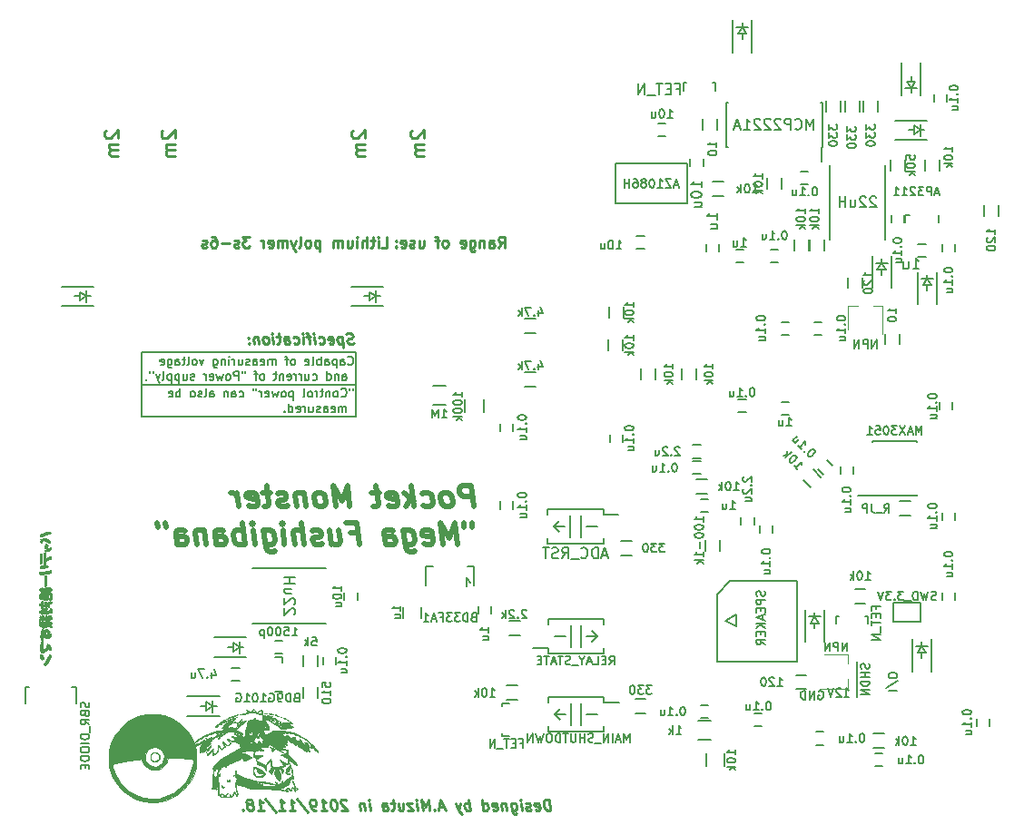
<source format=gbr>
G04 #@! TF.GenerationSoftware,KiCad,Pcbnew,(5.1.4)-1*
G04 #@! TF.CreationDate,2019-12-21T20:01:37+09:00*
G04 #@! TF.ProjectId,Electrocity_Manager_40W,456c6563-7472-46f6-9369-74795f4d616e,rev?*
G04 #@! TF.SameCoordinates,Original*
G04 #@! TF.FileFunction,Legend,Bot*
G04 #@! TF.FilePolarity,Positive*
%FSLAX46Y46*%
G04 Gerber Fmt 4.6, Leading zero omitted, Abs format (unit mm)*
G04 Created by KiCad (PCBNEW (5.1.4)-1) date 2019-12-21 20:01:37*
%MOMM*%
%LPD*%
G04 APERTURE LIST*
%ADD10C,0.250000*%
%ADD11C,0.500000*%
%ADD12C,0.200000*%
%ADD13C,0.150000*%
%ADD14C,0.010000*%
%ADD15C,0.120000*%
%ADD16C,0.254000*%
G04 APERTURE END LIST*
D10*
X89873214Y-121702380D02*
X90349404Y-121702380D01*
X90349404Y-120702380D01*
X89539880Y-121702380D02*
X89539880Y-121035714D01*
X89539880Y-120702380D02*
X89587500Y-120750000D01*
X89539880Y-120797619D01*
X89492261Y-120750000D01*
X89539880Y-120702380D01*
X89539880Y-120797619D01*
X89206547Y-121035714D02*
X88825595Y-121035714D01*
X89063690Y-120702380D02*
X89063690Y-121559523D01*
X89016071Y-121654761D01*
X88920833Y-121702380D01*
X88825595Y-121702380D01*
X88492261Y-121702380D02*
X88492261Y-120702380D01*
X88063690Y-121702380D02*
X88063690Y-121178571D01*
X88111309Y-121083333D01*
X88206547Y-121035714D01*
X88349404Y-121035714D01*
X88444642Y-121083333D01*
X88492261Y-121130952D01*
X87587500Y-121702380D02*
X87587500Y-121035714D01*
X87587500Y-120702380D02*
X87635119Y-120750000D01*
X87587500Y-120797619D01*
X87539880Y-120750000D01*
X87587500Y-120702380D01*
X87587500Y-120797619D01*
X86682738Y-121035714D02*
X86682738Y-121702380D01*
X87111309Y-121035714D02*
X87111309Y-121559523D01*
X87063690Y-121654761D01*
X86968452Y-121702380D01*
X86825595Y-121702380D01*
X86730357Y-121654761D01*
X86682738Y-121607142D01*
X86206547Y-121702380D02*
X86206547Y-121035714D01*
X86206547Y-121130952D02*
X86158928Y-121083333D01*
X86063690Y-121035714D01*
X85920833Y-121035714D01*
X85825595Y-121083333D01*
X85777976Y-121178571D01*
X85777976Y-121702380D01*
X85777976Y-121178571D02*
X85730357Y-121083333D01*
X85635119Y-121035714D01*
X85492261Y-121035714D01*
X85397023Y-121083333D01*
X85349404Y-121178571D01*
X85349404Y-121702380D01*
X84111309Y-121035714D02*
X84111309Y-122035714D01*
X84111309Y-121083333D02*
X84016071Y-121035714D01*
X83825595Y-121035714D01*
X83730357Y-121083333D01*
X83682738Y-121130952D01*
X83635119Y-121226190D01*
X83635119Y-121511904D01*
X83682738Y-121607142D01*
X83730357Y-121654761D01*
X83825595Y-121702380D01*
X84016071Y-121702380D01*
X84111309Y-121654761D01*
X83063690Y-121702380D02*
X83158928Y-121654761D01*
X83206547Y-121607142D01*
X83254166Y-121511904D01*
X83254166Y-121226190D01*
X83206547Y-121130952D01*
X83158928Y-121083333D01*
X83063690Y-121035714D01*
X82920833Y-121035714D01*
X82825595Y-121083333D01*
X82777976Y-121130952D01*
X82730357Y-121226190D01*
X82730357Y-121511904D01*
X82777976Y-121607142D01*
X82825595Y-121654761D01*
X82920833Y-121702380D01*
X83063690Y-121702380D01*
X82158928Y-121702380D02*
X82254166Y-121654761D01*
X82301785Y-121559523D01*
X82301785Y-120702380D01*
X81873214Y-121035714D02*
X81635119Y-121702380D01*
X81397023Y-121035714D02*
X81635119Y-121702380D01*
X81730357Y-121940476D01*
X81777976Y-121988095D01*
X81873214Y-122035714D01*
X81016071Y-121702380D02*
X81016071Y-121035714D01*
X81016071Y-121130952D02*
X80968452Y-121083333D01*
X80873214Y-121035714D01*
X80730357Y-121035714D01*
X80635119Y-121083333D01*
X80587500Y-121178571D01*
X80587500Y-121702380D01*
X80587500Y-121178571D02*
X80539880Y-121083333D01*
X80444642Y-121035714D01*
X80301785Y-121035714D01*
X80206547Y-121083333D01*
X80158928Y-121178571D01*
X80158928Y-121702380D01*
X79301785Y-121654761D02*
X79397023Y-121702380D01*
X79587500Y-121702380D01*
X79682738Y-121654761D01*
X79730357Y-121559523D01*
X79730357Y-121178571D01*
X79682738Y-121083333D01*
X79587500Y-121035714D01*
X79397023Y-121035714D01*
X79301785Y-121083333D01*
X79254166Y-121178571D01*
X79254166Y-121273809D01*
X79730357Y-121369047D01*
X78825595Y-121702380D02*
X78825595Y-121035714D01*
X78825595Y-121226190D02*
X78777976Y-121130952D01*
X78730357Y-121083333D01*
X78635119Y-121035714D01*
X78539880Y-121035714D01*
X77539880Y-120702380D02*
X76920833Y-120702380D01*
X77254166Y-121083333D01*
X77111309Y-121083333D01*
X77016071Y-121130952D01*
X76968452Y-121178571D01*
X76920833Y-121273809D01*
X76920833Y-121511904D01*
X76968452Y-121607142D01*
X77016071Y-121654761D01*
X77111309Y-121702380D01*
X77397023Y-121702380D01*
X77492261Y-121654761D01*
X77539880Y-121607142D01*
X76539880Y-121654761D02*
X76444642Y-121702380D01*
X76254166Y-121702380D01*
X76158928Y-121654761D01*
X76111309Y-121559523D01*
X76111309Y-121511904D01*
X76158928Y-121416666D01*
X76254166Y-121369047D01*
X76397023Y-121369047D01*
X76492261Y-121321428D01*
X76539880Y-121226190D01*
X76539880Y-121178571D01*
X76492261Y-121083333D01*
X76397023Y-121035714D01*
X76254166Y-121035714D01*
X76158928Y-121083333D01*
X75682738Y-121321428D02*
X74920833Y-121321428D01*
X74016071Y-120702380D02*
X74206547Y-120702380D01*
X74301785Y-120750000D01*
X74349404Y-120797619D01*
X74444642Y-120940476D01*
X74492261Y-121130952D01*
X74492261Y-121511904D01*
X74444642Y-121607142D01*
X74397023Y-121654761D01*
X74301785Y-121702380D01*
X74111309Y-121702380D01*
X74016071Y-121654761D01*
X73968452Y-121607142D01*
X73920833Y-121511904D01*
X73920833Y-121273809D01*
X73968452Y-121178571D01*
X74016071Y-121130952D01*
X74111309Y-121083333D01*
X74301785Y-121083333D01*
X74397023Y-121130952D01*
X74444642Y-121178571D01*
X74492261Y-121273809D01*
X73539880Y-121654761D02*
X73444642Y-121702380D01*
X73254166Y-121702380D01*
X73158928Y-121654761D01*
X73111309Y-121559523D01*
X73111309Y-121511904D01*
X73158928Y-121416666D01*
X73254166Y-121369047D01*
X73397023Y-121369047D01*
X73492261Y-121321428D01*
X73539880Y-121226190D01*
X73539880Y-121178571D01*
X73492261Y-121083333D01*
X73397023Y-121035714D01*
X73254166Y-121035714D01*
X73158928Y-121083333D01*
X100777976Y-121702380D02*
X101111309Y-121226190D01*
X101349404Y-121702380D02*
X101349404Y-120702380D01*
X100968452Y-120702380D01*
X100873214Y-120750000D01*
X100825595Y-120797619D01*
X100777976Y-120892857D01*
X100777976Y-121035714D01*
X100825595Y-121130952D01*
X100873214Y-121178571D01*
X100968452Y-121226190D01*
X101349404Y-121226190D01*
X99920833Y-121702380D02*
X99920833Y-121178571D01*
X99968452Y-121083333D01*
X100063690Y-121035714D01*
X100254166Y-121035714D01*
X100349404Y-121083333D01*
X99920833Y-121654761D02*
X100016071Y-121702380D01*
X100254166Y-121702380D01*
X100349404Y-121654761D01*
X100397023Y-121559523D01*
X100397023Y-121464285D01*
X100349404Y-121369047D01*
X100254166Y-121321428D01*
X100016071Y-121321428D01*
X99920833Y-121273809D01*
X99444642Y-121035714D02*
X99444642Y-121702380D01*
X99444642Y-121130952D02*
X99397023Y-121083333D01*
X99301785Y-121035714D01*
X99158928Y-121035714D01*
X99063690Y-121083333D01*
X99016071Y-121178571D01*
X99016071Y-121702380D01*
X98111309Y-121035714D02*
X98111309Y-121845238D01*
X98158928Y-121940476D01*
X98206547Y-121988095D01*
X98301785Y-122035714D01*
X98444642Y-122035714D01*
X98539880Y-121988095D01*
X98111309Y-121654761D02*
X98206547Y-121702380D01*
X98397023Y-121702380D01*
X98492261Y-121654761D01*
X98539880Y-121607142D01*
X98587500Y-121511904D01*
X98587500Y-121226190D01*
X98539880Y-121130952D01*
X98492261Y-121083333D01*
X98397023Y-121035714D01*
X98206547Y-121035714D01*
X98111309Y-121083333D01*
X97254166Y-121654761D02*
X97349404Y-121702380D01*
X97539880Y-121702380D01*
X97635119Y-121654761D01*
X97682738Y-121559523D01*
X97682738Y-121178571D01*
X97635119Y-121083333D01*
X97539880Y-121035714D01*
X97349404Y-121035714D01*
X97254166Y-121083333D01*
X97206547Y-121178571D01*
X97206547Y-121273809D01*
X97682738Y-121369047D01*
X95873214Y-121702380D02*
X95968452Y-121654761D01*
X96016071Y-121607142D01*
X96063690Y-121511904D01*
X96063690Y-121226190D01*
X96016071Y-121130952D01*
X95968452Y-121083333D01*
X95873214Y-121035714D01*
X95730357Y-121035714D01*
X95635119Y-121083333D01*
X95587500Y-121130952D01*
X95539880Y-121226190D01*
X95539880Y-121511904D01*
X95587500Y-121607142D01*
X95635119Y-121654761D01*
X95730357Y-121702380D01*
X95873214Y-121702380D01*
X95254166Y-121035714D02*
X94873214Y-121035714D01*
X95111309Y-121702380D02*
X95111309Y-120845238D01*
X95063690Y-120750000D01*
X94968452Y-120702380D01*
X94873214Y-120702380D01*
X93349404Y-121035714D02*
X93349404Y-121702380D01*
X93777976Y-121035714D02*
X93777976Y-121559523D01*
X93730357Y-121654761D01*
X93635119Y-121702380D01*
X93492261Y-121702380D01*
X93397023Y-121654761D01*
X93349404Y-121607142D01*
X92920833Y-121654761D02*
X92825595Y-121702380D01*
X92635119Y-121702380D01*
X92539880Y-121654761D01*
X92492261Y-121559523D01*
X92492261Y-121511904D01*
X92539880Y-121416666D01*
X92635119Y-121369047D01*
X92777976Y-121369047D01*
X92873214Y-121321428D01*
X92920833Y-121226190D01*
X92920833Y-121178571D01*
X92873214Y-121083333D01*
X92777976Y-121035714D01*
X92635119Y-121035714D01*
X92539880Y-121083333D01*
X91682738Y-121654761D02*
X91777976Y-121702380D01*
X91968452Y-121702380D01*
X92063690Y-121654761D01*
X92111309Y-121559523D01*
X92111309Y-121178571D01*
X92063690Y-121083333D01*
X91968452Y-121035714D01*
X91777976Y-121035714D01*
X91682738Y-121083333D01*
X91635119Y-121178571D01*
X91635119Y-121273809D01*
X92111309Y-121369047D01*
X91206547Y-121607142D02*
X91158928Y-121654761D01*
X91206547Y-121702380D01*
X91254166Y-121654761D01*
X91206547Y-121607142D01*
X91206547Y-121702380D01*
X91206547Y-121083333D02*
X91158928Y-121130952D01*
X91206547Y-121178571D01*
X91254166Y-121130952D01*
X91206547Y-121083333D01*
X91206547Y-121178571D01*
D11*
X98436904Y-145904761D02*
X98186904Y-143904761D01*
X97425000Y-143904761D01*
X97246428Y-144000000D01*
X97163095Y-144095238D01*
X97091666Y-144285714D01*
X97127380Y-144571428D01*
X97246428Y-144761904D01*
X97353571Y-144857142D01*
X97555952Y-144952380D01*
X98317857Y-144952380D01*
X96151190Y-145904761D02*
X96329761Y-145809523D01*
X96413095Y-145714285D01*
X96484523Y-145523809D01*
X96413095Y-144952380D01*
X96294047Y-144761904D01*
X96186904Y-144666666D01*
X95984523Y-144571428D01*
X95698809Y-144571428D01*
X95520238Y-144666666D01*
X95436904Y-144761904D01*
X95365476Y-144952380D01*
X95436904Y-145523809D01*
X95555952Y-145714285D01*
X95663095Y-145809523D01*
X95865476Y-145904761D01*
X96151190Y-145904761D01*
X93758333Y-145809523D02*
X93960714Y-145904761D01*
X94341666Y-145904761D01*
X94520238Y-145809523D01*
X94603571Y-145714285D01*
X94675000Y-145523809D01*
X94603571Y-144952380D01*
X94484523Y-144761904D01*
X94377380Y-144666666D01*
X94175000Y-144571428D01*
X93794047Y-144571428D01*
X93615476Y-144666666D01*
X92913095Y-145904761D02*
X92663095Y-143904761D01*
X92627380Y-145142857D02*
X92151190Y-145904761D01*
X91984523Y-144571428D02*
X92841666Y-145333333D01*
X90520238Y-145809523D02*
X90722619Y-145904761D01*
X91103571Y-145904761D01*
X91282142Y-145809523D01*
X91353571Y-145619047D01*
X91258333Y-144857142D01*
X91139285Y-144666666D01*
X90936904Y-144571428D01*
X90555952Y-144571428D01*
X90377380Y-144666666D01*
X90305952Y-144857142D01*
X90329761Y-145047619D01*
X91305952Y-145238095D01*
X89698809Y-144571428D02*
X88936904Y-144571428D01*
X89329761Y-143904761D02*
X89544047Y-145619047D01*
X89472619Y-145809523D01*
X89294047Y-145904761D01*
X89103571Y-145904761D01*
X86913095Y-145904761D02*
X86663095Y-143904761D01*
X86175000Y-145333333D01*
X85329761Y-143904761D01*
X85579761Y-145904761D01*
X84341666Y-145904761D02*
X84520238Y-145809523D01*
X84603571Y-145714285D01*
X84675000Y-145523809D01*
X84603571Y-144952380D01*
X84484523Y-144761904D01*
X84377380Y-144666666D01*
X84175000Y-144571428D01*
X83889285Y-144571428D01*
X83710714Y-144666666D01*
X83627380Y-144761904D01*
X83555952Y-144952380D01*
X83627380Y-145523809D01*
X83746428Y-145714285D01*
X83853571Y-145809523D01*
X84055952Y-145904761D01*
X84341666Y-145904761D01*
X82651190Y-144571428D02*
X82817857Y-145904761D01*
X82675000Y-144761904D02*
X82567857Y-144666666D01*
X82365476Y-144571428D01*
X82079761Y-144571428D01*
X81901190Y-144666666D01*
X81829761Y-144857142D01*
X81960714Y-145904761D01*
X81091666Y-145809523D02*
X80913095Y-145904761D01*
X80532142Y-145904761D01*
X80329761Y-145809523D01*
X80210714Y-145619047D01*
X80198809Y-145523809D01*
X80270238Y-145333333D01*
X80448809Y-145238095D01*
X80734523Y-145238095D01*
X80913095Y-145142857D01*
X80984523Y-144952380D01*
X80972619Y-144857142D01*
X80853571Y-144666666D01*
X80651190Y-144571428D01*
X80365476Y-144571428D01*
X80186904Y-144666666D01*
X79508333Y-144571428D02*
X78746428Y-144571428D01*
X79139285Y-143904761D02*
X79353571Y-145619047D01*
X79282142Y-145809523D01*
X79103571Y-145904761D01*
X78913095Y-145904761D01*
X77472619Y-145809523D02*
X77675000Y-145904761D01*
X78055952Y-145904761D01*
X78234523Y-145809523D01*
X78305952Y-145619047D01*
X78210714Y-144857142D01*
X78091666Y-144666666D01*
X77889285Y-144571428D01*
X77508333Y-144571428D01*
X77329761Y-144666666D01*
X77258333Y-144857142D01*
X77282142Y-145047619D01*
X78258333Y-145238095D01*
X76532142Y-145904761D02*
X76365476Y-144571428D01*
X76413095Y-144952380D02*
X76294047Y-144761904D01*
X76186904Y-144666666D01*
X75984523Y-144571428D01*
X75794047Y-144571428D01*
X98282142Y-147404761D02*
X98329761Y-147785714D01*
X97520238Y-147404761D02*
X97567857Y-147785714D01*
X96913095Y-149404761D02*
X96663095Y-147404761D01*
X96175000Y-148833333D01*
X95329761Y-147404761D01*
X95579761Y-149404761D01*
X93853571Y-149309523D02*
X94055952Y-149404761D01*
X94436904Y-149404761D01*
X94615476Y-149309523D01*
X94686904Y-149119047D01*
X94591666Y-148357142D01*
X94472619Y-148166666D01*
X94270238Y-148071428D01*
X93889285Y-148071428D01*
X93710714Y-148166666D01*
X93639285Y-148357142D01*
X93663095Y-148547619D01*
X94639285Y-148738095D01*
X91889285Y-148071428D02*
X92091666Y-149690476D01*
X92210714Y-149880952D01*
X92317857Y-149976190D01*
X92520238Y-150071428D01*
X92805952Y-150071428D01*
X92984523Y-149976190D01*
X92044047Y-149309523D02*
X92246428Y-149404761D01*
X92627380Y-149404761D01*
X92805952Y-149309523D01*
X92889285Y-149214285D01*
X92960714Y-149023809D01*
X92889285Y-148452380D01*
X92770238Y-148261904D01*
X92663095Y-148166666D01*
X92460714Y-148071428D01*
X92079761Y-148071428D01*
X91901190Y-148166666D01*
X90246428Y-149404761D02*
X90115476Y-148357142D01*
X90186904Y-148166666D01*
X90365476Y-148071428D01*
X90746428Y-148071428D01*
X90948809Y-148166666D01*
X90234523Y-149309523D02*
X90436904Y-149404761D01*
X90913095Y-149404761D01*
X91091666Y-149309523D01*
X91163095Y-149119047D01*
X91139285Y-148928571D01*
X91020238Y-148738095D01*
X90817857Y-148642857D01*
X90341666Y-148642857D01*
X90139285Y-148547619D01*
X86972619Y-148357142D02*
X87639285Y-148357142D01*
X87770238Y-149404761D02*
X87520238Y-147404761D01*
X86567857Y-147404761D01*
X85032142Y-148071428D02*
X85198809Y-149404761D01*
X85889285Y-148071428D02*
X86020238Y-149119047D01*
X85948809Y-149309523D01*
X85770238Y-149404761D01*
X85484523Y-149404761D01*
X85282142Y-149309523D01*
X85175000Y-149214285D01*
X84329761Y-149309523D02*
X84151190Y-149404761D01*
X83770238Y-149404761D01*
X83567857Y-149309523D01*
X83448809Y-149119047D01*
X83436904Y-149023809D01*
X83508333Y-148833333D01*
X83686904Y-148738095D01*
X83972619Y-148738095D01*
X84151190Y-148642857D01*
X84222619Y-148452380D01*
X84210714Y-148357142D01*
X84091666Y-148166666D01*
X83889285Y-148071428D01*
X83603571Y-148071428D01*
X83425000Y-148166666D01*
X82627380Y-149404761D02*
X82377380Y-147404761D01*
X81770238Y-149404761D02*
X81639285Y-148357142D01*
X81710714Y-148166666D01*
X81889285Y-148071428D01*
X82175000Y-148071428D01*
X82377380Y-148166666D01*
X82484523Y-148261904D01*
X80817857Y-149404761D02*
X80651190Y-148071428D01*
X80567857Y-147404761D02*
X80675000Y-147500000D01*
X80591666Y-147595238D01*
X80484523Y-147500000D01*
X80567857Y-147404761D01*
X80591666Y-147595238D01*
X78841666Y-148071428D02*
X79044047Y-149690476D01*
X79163095Y-149880952D01*
X79270238Y-149976190D01*
X79472619Y-150071428D01*
X79758333Y-150071428D01*
X79936904Y-149976190D01*
X78996428Y-149309523D02*
X79198809Y-149404761D01*
X79579761Y-149404761D01*
X79758333Y-149309523D01*
X79841666Y-149214285D01*
X79913095Y-149023809D01*
X79841666Y-148452380D01*
X79722619Y-148261904D01*
X79615476Y-148166666D01*
X79413095Y-148071428D01*
X79032142Y-148071428D01*
X78853571Y-148166666D01*
X78055952Y-149404761D02*
X77889285Y-148071428D01*
X77805952Y-147404761D02*
X77913095Y-147500000D01*
X77829761Y-147595238D01*
X77722619Y-147500000D01*
X77805952Y-147404761D01*
X77829761Y-147595238D01*
X77103571Y-149404761D02*
X76853571Y-147404761D01*
X76948809Y-148166666D02*
X76746428Y-148071428D01*
X76365476Y-148071428D01*
X76186904Y-148166666D01*
X76103571Y-148261904D01*
X76032142Y-148452380D01*
X76103571Y-149023809D01*
X76222619Y-149214285D01*
X76329761Y-149309523D01*
X76532142Y-149404761D01*
X76913095Y-149404761D01*
X77091666Y-149309523D01*
X74436904Y-149404761D02*
X74305952Y-148357142D01*
X74377380Y-148166666D01*
X74555952Y-148071428D01*
X74936904Y-148071428D01*
X75139285Y-148166666D01*
X74425000Y-149309523D02*
X74627380Y-149404761D01*
X75103571Y-149404761D01*
X75282142Y-149309523D01*
X75353571Y-149119047D01*
X75329761Y-148928571D01*
X75210714Y-148738095D01*
X75008333Y-148642857D01*
X74532142Y-148642857D01*
X74329761Y-148547619D01*
X73317857Y-148071428D02*
X73484523Y-149404761D01*
X73341666Y-148261904D02*
X73234523Y-148166666D01*
X73032142Y-148071428D01*
X72746428Y-148071428D01*
X72567857Y-148166666D01*
X72496428Y-148357142D01*
X72627380Y-149404761D01*
X70817857Y-149404761D02*
X70686904Y-148357142D01*
X70758333Y-148166666D01*
X70936904Y-148071428D01*
X71317857Y-148071428D01*
X71520238Y-148166666D01*
X70805952Y-149309523D02*
X71008333Y-149404761D01*
X71484523Y-149404761D01*
X71663095Y-149309523D01*
X71734523Y-149119047D01*
X71710714Y-148928571D01*
X71591666Y-148738095D01*
X71389285Y-148642857D01*
X70913095Y-148642857D01*
X70710714Y-148547619D01*
X69710714Y-147404761D02*
X69758333Y-147785714D01*
X68948809Y-147404761D02*
X68996428Y-147785714D01*
D12*
X67500000Y-137500000D02*
X68000000Y-137500000D01*
X67500000Y-134500000D02*
X67500000Y-137500000D01*
X67500000Y-131500000D02*
X68000000Y-131500000D01*
X67500000Y-134500000D02*
X67500000Y-131500000D01*
X68000000Y-134500000D02*
X67500000Y-134500000D01*
X68750000Y-137500000D02*
X68000000Y-137500000D01*
X77500000Y-137500000D02*
X68750000Y-137500000D01*
X85500000Y-137500000D02*
X77500000Y-137500000D01*
X87500000Y-137500000D02*
X85500000Y-137500000D01*
X87500000Y-134500000D02*
X87500000Y-137500000D01*
X79250000Y-134500000D02*
X68000000Y-134500000D01*
X87500000Y-134500000D02*
X79250000Y-134500000D01*
X87500000Y-131500000D02*
X87500000Y-134500000D01*
X82250000Y-131500000D02*
X68000000Y-131500000D01*
X87500000Y-131500000D02*
X82250000Y-131500000D01*
X87217619Y-134861904D02*
X87217619Y-135014285D01*
X86912857Y-134861904D02*
X86912857Y-135014285D01*
X86112857Y-135585714D02*
X86150952Y-135623809D01*
X86265238Y-135661904D01*
X86341428Y-135661904D01*
X86455714Y-135623809D01*
X86531904Y-135547619D01*
X86570000Y-135471428D01*
X86608095Y-135319047D01*
X86608095Y-135204761D01*
X86570000Y-135052380D01*
X86531904Y-134976190D01*
X86455714Y-134900000D01*
X86341428Y-134861904D01*
X86265238Y-134861904D01*
X86150952Y-134900000D01*
X86112857Y-134938095D01*
X85655714Y-135661904D02*
X85731904Y-135623809D01*
X85770000Y-135585714D01*
X85808095Y-135509523D01*
X85808095Y-135280952D01*
X85770000Y-135204761D01*
X85731904Y-135166666D01*
X85655714Y-135128571D01*
X85541428Y-135128571D01*
X85465238Y-135166666D01*
X85427142Y-135204761D01*
X85389047Y-135280952D01*
X85389047Y-135509523D01*
X85427142Y-135585714D01*
X85465238Y-135623809D01*
X85541428Y-135661904D01*
X85655714Y-135661904D01*
X85046190Y-135128571D02*
X85046190Y-135661904D01*
X85046190Y-135204761D02*
X85008095Y-135166666D01*
X84931904Y-135128571D01*
X84817619Y-135128571D01*
X84741428Y-135166666D01*
X84703333Y-135242857D01*
X84703333Y-135661904D01*
X84436666Y-135128571D02*
X84131904Y-135128571D01*
X84322380Y-134861904D02*
X84322380Y-135547619D01*
X84284285Y-135623809D01*
X84208095Y-135661904D01*
X84131904Y-135661904D01*
X83865238Y-135661904D02*
X83865238Y-135128571D01*
X83865238Y-135280952D02*
X83827142Y-135204761D01*
X83789047Y-135166666D01*
X83712857Y-135128571D01*
X83636666Y-135128571D01*
X83255714Y-135661904D02*
X83331904Y-135623809D01*
X83370000Y-135585714D01*
X83408095Y-135509523D01*
X83408095Y-135280952D01*
X83370000Y-135204761D01*
X83331904Y-135166666D01*
X83255714Y-135128571D01*
X83141428Y-135128571D01*
X83065238Y-135166666D01*
X83027142Y-135204761D01*
X82989047Y-135280952D01*
X82989047Y-135509523D01*
X83027142Y-135585714D01*
X83065238Y-135623809D01*
X83141428Y-135661904D01*
X83255714Y-135661904D01*
X82531904Y-135661904D02*
X82608095Y-135623809D01*
X82646190Y-135547619D01*
X82646190Y-134861904D01*
X81617619Y-135128571D02*
X81617619Y-135928571D01*
X81617619Y-135166666D02*
X81541428Y-135128571D01*
X81389047Y-135128571D01*
X81312857Y-135166666D01*
X81274761Y-135204761D01*
X81236666Y-135280952D01*
X81236666Y-135509523D01*
X81274761Y-135585714D01*
X81312857Y-135623809D01*
X81389047Y-135661904D01*
X81541428Y-135661904D01*
X81617619Y-135623809D01*
X80779523Y-135661904D02*
X80855714Y-135623809D01*
X80893809Y-135585714D01*
X80931904Y-135509523D01*
X80931904Y-135280952D01*
X80893809Y-135204761D01*
X80855714Y-135166666D01*
X80779523Y-135128571D01*
X80665238Y-135128571D01*
X80589047Y-135166666D01*
X80550952Y-135204761D01*
X80512857Y-135280952D01*
X80512857Y-135509523D01*
X80550952Y-135585714D01*
X80589047Y-135623809D01*
X80665238Y-135661904D01*
X80779523Y-135661904D01*
X80246190Y-135128571D02*
X80093809Y-135661904D01*
X79941428Y-135280952D01*
X79789047Y-135661904D01*
X79636666Y-135128571D01*
X79027142Y-135623809D02*
X79103333Y-135661904D01*
X79255714Y-135661904D01*
X79331904Y-135623809D01*
X79370000Y-135547619D01*
X79370000Y-135242857D01*
X79331904Y-135166666D01*
X79255714Y-135128571D01*
X79103333Y-135128571D01*
X79027142Y-135166666D01*
X78989047Y-135242857D01*
X78989047Y-135319047D01*
X79370000Y-135395238D01*
X78646190Y-135661904D02*
X78646190Y-135128571D01*
X78646190Y-135280952D02*
X78608095Y-135204761D01*
X78570000Y-135166666D01*
X78493809Y-135128571D01*
X78417619Y-135128571D01*
X78189047Y-134861904D02*
X78189047Y-135014285D01*
X77884285Y-134861904D02*
X77884285Y-135014285D01*
X76589047Y-135623809D02*
X76665238Y-135661904D01*
X76817619Y-135661904D01*
X76893809Y-135623809D01*
X76931904Y-135585714D01*
X76970000Y-135509523D01*
X76970000Y-135280952D01*
X76931904Y-135204761D01*
X76893809Y-135166666D01*
X76817619Y-135128571D01*
X76665238Y-135128571D01*
X76589047Y-135166666D01*
X75903333Y-135661904D02*
X75903333Y-135242857D01*
X75941428Y-135166666D01*
X76017619Y-135128571D01*
X76170000Y-135128571D01*
X76246190Y-135166666D01*
X75903333Y-135623809D02*
X75979523Y-135661904D01*
X76170000Y-135661904D01*
X76246190Y-135623809D01*
X76284285Y-135547619D01*
X76284285Y-135471428D01*
X76246190Y-135395238D01*
X76170000Y-135357142D01*
X75979523Y-135357142D01*
X75903333Y-135319047D01*
X75522380Y-135128571D02*
X75522380Y-135661904D01*
X75522380Y-135204761D02*
X75484285Y-135166666D01*
X75408095Y-135128571D01*
X75293809Y-135128571D01*
X75217619Y-135166666D01*
X75179523Y-135242857D01*
X75179523Y-135661904D01*
X73846190Y-135661904D02*
X73846190Y-135242857D01*
X73884285Y-135166666D01*
X73960476Y-135128571D01*
X74112857Y-135128571D01*
X74189047Y-135166666D01*
X73846190Y-135623809D02*
X73922380Y-135661904D01*
X74112857Y-135661904D01*
X74189047Y-135623809D01*
X74227142Y-135547619D01*
X74227142Y-135471428D01*
X74189047Y-135395238D01*
X74112857Y-135357142D01*
X73922380Y-135357142D01*
X73846190Y-135319047D01*
X73350952Y-135661904D02*
X73427142Y-135623809D01*
X73465238Y-135547619D01*
X73465238Y-134861904D01*
X73084285Y-135623809D02*
X73008095Y-135661904D01*
X72855714Y-135661904D01*
X72779523Y-135623809D01*
X72741428Y-135547619D01*
X72741428Y-135509523D01*
X72779523Y-135433333D01*
X72855714Y-135395238D01*
X72970000Y-135395238D01*
X73046190Y-135357142D01*
X73084285Y-135280952D01*
X73084285Y-135242857D01*
X73046190Y-135166666D01*
X72970000Y-135128571D01*
X72855714Y-135128571D01*
X72779523Y-135166666D01*
X72284285Y-135661904D02*
X72360476Y-135623809D01*
X72398571Y-135585714D01*
X72436666Y-135509523D01*
X72436666Y-135280952D01*
X72398571Y-135204761D01*
X72360476Y-135166666D01*
X72284285Y-135128571D01*
X72170000Y-135128571D01*
X72093809Y-135166666D01*
X72055714Y-135204761D01*
X72017619Y-135280952D01*
X72017619Y-135509523D01*
X72055714Y-135585714D01*
X72093809Y-135623809D01*
X72170000Y-135661904D01*
X72284285Y-135661904D01*
X71065238Y-135661904D02*
X71065238Y-134861904D01*
X71065238Y-135166666D02*
X70989047Y-135128571D01*
X70836666Y-135128571D01*
X70760476Y-135166666D01*
X70722380Y-135204761D01*
X70684285Y-135280952D01*
X70684285Y-135509523D01*
X70722380Y-135585714D01*
X70760476Y-135623809D01*
X70836666Y-135661904D01*
X70989047Y-135661904D01*
X71065238Y-135623809D01*
X70036666Y-135623809D02*
X70112857Y-135661904D01*
X70265238Y-135661904D01*
X70341428Y-135623809D01*
X70379523Y-135547619D01*
X70379523Y-135242857D01*
X70341428Y-135166666D01*
X70265238Y-135128571D01*
X70112857Y-135128571D01*
X70036666Y-135166666D01*
X69998571Y-135242857D01*
X69998571Y-135319047D01*
X70379523Y-135395238D01*
X86570000Y-137061904D02*
X86570000Y-136528571D01*
X86570000Y-136604761D02*
X86531904Y-136566666D01*
X86455714Y-136528571D01*
X86341428Y-136528571D01*
X86265238Y-136566666D01*
X86227142Y-136642857D01*
X86227142Y-137061904D01*
X86227142Y-136642857D02*
X86189047Y-136566666D01*
X86112857Y-136528571D01*
X85998571Y-136528571D01*
X85922380Y-136566666D01*
X85884285Y-136642857D01*
X85884285Y-137061904D01*
X85198571Y-137023809D02*
X85274761Y-137061904D01*
X85427142Y-137061904D01*
X85503333Y-137023809D01*
X85541428Y-136947619D01*
X85541428Y-136642857D01*
X85503333Y-136566666D01*
X85427142Y-136528571D01*
X85274761Y-136528571D01*
X85198571Y-136566666D01*
X85160476Y-136642857D01*
X85160476Y-136719047D01*
X85541428Y-136795238D01*
X84474761Y-137061904D02*
X84474761Y-136642857D01*
X84512857Y-136566666D01*
X84589047Y-136528571D01*
X84741428Y-136528571D01*
X84817619Y-136566666D01*
X84474761Y-137023809D02*
X84550952Y-137061904D01*
X84741428Y-137061904D01*
X84817619Y-137023809D01*
X84855714Y-136947619D01*
X84855714Y-136871428D01*
X84817619Y-136795238D01*
X84741428Y-136757142D01*
X84550952Y-136757142D01*
X84474761Y-136719047D01*
X84131904Y-137023809D02*
X84055714Y-137061904D01*
X83903333Y-137061904D01*
X83827142Y-137023809D01*
X83789047Y-136947619D01*
X83789047Y-136909523D01*
X83827142Y-136833333D01*
X83903333Y-136795238D01*
X84017619Y-136795238D01*
X84093809Y-136757142D01*
X84131904Y-136680952D01*
X84131904Y-136642857D01*
X84093809Y-136566666D01*
X84017619Y-136528571D01*
X83903333Y-136528571D01*
X83827142Y-136566666D01*
X83103333Y-136528571D02*
X83103333Y-137061904D01*
X83446190Y-136528571D02*
X83446190Y-136947619D01*
X83408095Y-137023809D01*
X83331904Y-137061904D01*
X83217619Y-137061904D01*
X83141428Y-137023809D01*
X83103333Y-136985714D01*
X82722380Y-137061904D02*
X82722380Y-136528571D01*
X82722380Y-136680952D02*
X82684285Y-136604761D01*
X82646190Y-136566666D01*
X82570000Y-136528571D01*
X82493809Y-136528571D01*
X81922380Y-137023809D02*
X81998571Y-137061904D01*
X82150952Y-137061904D01*
X82227142Y-137023809D01*
X82265238Y-136947619D01*
X82265238Y-136642857D01*
X82227142Y-136566666D01*
X82150952Y-136528571D01*
X81998571Y-136528571D01*
X81922380Y-136566666D01*
X81884285Y-136642857D01*
X81884285Y-136719047D01*
X82265238Y-136795238D01*
X81198571Y-137061904D02*
X81198571Y-136261904D01*
X81198571Y-137023809D02*
X81274761Y-137061904D01*
X81427142Y-137061904D01*
X81503333Y-137023809D01*
X81541428Y-136985714D01*
X81579523Y-136909523D01*
X81579523Y-136680952D01*
X81541428Y-136604761D01*
X81503333Y-136566666D01*
X81427142Y-136528571D01*
X81274761Y-136528571D01*
X81198571Y-136566666D01*
X80817619Y-136985714D02*
X80779523Y-137023809D01*
X80817619Y-137061904D01*
X80855714Y-137023809D01*
X80817619Y-136985714D01*
X80817619Y-137061904D01*
X86722380Y-132585714D02*
X86760476Y-132623809D01*
X86874761Y-132661904D01*
X86950952Y-132661904D01*
X87065238Y-132623809D01*
X87141428Y-132547619D01*
X87179523Y-132471428D01*
X87217619Y-132319047D01*
X87217619Y-132204761D01*
X87179523Y-132052380D01*
X87141428Y-131976190D01*
X87065238Y-131900000D01*
X86950952Y-131861904D01*
X86874761Y-131861904D01*
X86760476Y-131900000D01*
X86722380Y-131938095D01*
X86036666Y-132661904D02*
X86036666Y-132242857D01*
X86074761Y-132166666D01*
X86150952Y-132128571D01*
X86303333Y-132128571D01*
X86379523Y-132166666D01*
X86036666Y-132623809D02*
X86112857Y-132661904D01*
X86303333Y-132661904D01*
X86379523Y-132623809D01*
X86417619Y-132547619D01*
X86417619Y-132471428D01*
X86379523Y-132395238D01*
X86303333Y-132357142D01*
X86112857Y-132357142D01*
X86036666Y-132319047D01*
X85655714Y-132128571D02*
X85655714Y-132928571D01*
X85655714Y-132166666D02*
X85579523Y-132128571D01*
X85427142Y-132128571D01*
X85350952Y-132166666D01*
X85312857Y-132204761D01*
X85274761Y-132280952D01*
X85274761Y-132509523D01*
X85312857Y-132585714D01*
X85350952Y-132623809D01*
X85427142Y-132661904D01*
X85579523Y-132661904D01*
X85655714Y-132623809D01*
X84589047Y-132661904D02*
X84589047Y-132242857D01*
X84627142Y-132166666D01*
X84703333Y-132128571D01*
X84855714Y-132128571D01*
X84931904Y-132166666D01*
X84589047Y-132623809D02*
X84665238Y-132661904D01*
X84855714Y-132661904D01*
X84931904Y-132623809D01*
X84970000Y-132547619D01*
X84970000Y-132471428D01*
X84931904Y-132395238D01*
X84855714Y-132357142D01*
X84665238Y-132357142D01*
X84589047Y-132319047D01*
X84208095Y-132661904D02*
X84208095Y-131861904D01*
X84208095Y-132166666D02*
X84131904Y-132128571D01*
X83979523Y-132128571D01*
X83903333Y-132166666D01*
X83865238Y-132204761D01*
X83827142Y-132280952D01*
X83827142Y-132509523D01*
X83865238Y-132585714D01*
X83903333Y-132623809D01*
X83979523Y-132661904D01*
X84131904Y-132661904D01*
X84208095Y-132623809D01*
X83370000Y-132661904D02*
X83446190Y-132623809D01*
X83484285Y-132547619D01*
X83484285Y-131861904D01*
X82760476Y-132623809D02*
X82836666Y-132661904D01*
X82989047Y-132661904D01*
X83065238Y-132623809D01*
X83103333Y-132547619D01*
X83103333Y-132242857D01*
X83065238Y-132166666D01*
X82989047Y-132128571D01*
X82836666Y-132128571D01*
X82760476Y-132166666D01*
X82722380Y-132242857D01*
X82722380Y-132319047D01*
X83103333Y-132395238D01*
X81655714Y-132661904D02*
X81731904Y-132623809D01*
X81770000Y-132585714D01*
X81808095Y-132509523D01*
X81808095Y-132280952D01*
X81770000Y-132204761D01*
X81731904Y-132166666D01*
X81655714Y-132128571D01*
X81541428Y-132128571D01*
X81465238Y-132166666D01*
X81427142Y-132204761D01*
X81389047Y-132280952D01*
X81389047Y-132509523D01*
X81427142Y-132585714D01*
X81465238Y-132623809D01*
X81541428Y-132661904D01*
X81655714Y-132661904D01*
X81160476Y-132128571D02*
X80855714Y-132128571D01*
X81046190Y-132661904D02*
X81046190Y-131976190D01*
X81008095Y-131900000D01*
X80931904Y-131861904D01*
X80855714Y-131861904D01*
X79979523Y-132661904D02*
X79979523Y-132128571D01*
X79979523Y-132204761D02*
X79941428Y-132166666D01*
X79865238Y-132128571D01*
X79750952Y-132128571D01*
X79674761Y-132166666D01*
X79636666Y-132242857D01*
X79636666Y-132661904D01*
X79636666Y-132242857D02*
X79598571Y-132166666D01*
X79522380Y-132128571D01*
X79408095Y-132128571D01*
X79331904Y-132166666D01*
X79293809Y-132242857D01*
X79293809Y-132661904D01*
X78608095Y-132623809D02*
X78684285Y-132661904D01*
X78836666Y-132661904D01*
X78912857Y-132623809D01*
X78950952Y-132547619D01*
X78950952Y-132242857D01*
X78912857Y-132166666D01*
X78836666Y-132128571D01*
X78684285Y-132128571D01*
X78608095Y-132166666D01*
X78570000Y-132242857D01*
X78570000Y-132319047D01*
X78950952Y-132395238D01*
X77884285Y-132661904D02*
X77884285Y-132242857D01*
X77922380Y-132166666D01*
X77998571Y-132128571D01*
X78150952Y-132128571D01*
X78227142Y-132166666D01*
X77884285Y-132623809D02*
X77960476Y-132661904D01*
X78150952Y-132661904D01*
X78227142Y-132623809D01*
X78265238Y-132547619D01*
X78265238Y-132471428D01*
X78227142Y-132395238D01*
X78150952Y-132357142D01*
X77960476Y-132357142D01*
X77884285Y-132319047D01*
X77541428Y-132623809D02*
X77465238Y-132661904D01*
X77312857Y-132661904D01*
X77236666Y-132623809D01*
X77198571Y-132547619D01*
X77198571Y-132509523D01*
X77236666Y-132433333D01*
X77312857Y-132395238D01*
X77427142Y-132395238D01*
X77503333Y-132357142D01*
X77541428Y-132280952D01*
X77541428Y-132242857D01*
X77503333Y-132166666D01*
X77427142Y-132128571D01*
X77312857Y-132128571D01*
X77236666Y-132166666D01*
X76512857Y-132128571D02*
X76512857Y-132661904D01*
X76855714Y-132128571D02*
X76855714Y-132547619D01*
X76817619Y-132623809D01*
X76741428Y-132661904D01*
X76627142Y-132661904D01*
X76550952Y-132623809D01*
X76512857Y-132585714D01*
X76131904Y-132661904D02*
X76131904Y-132128571D01*
X76131904Y-132280952D02*
X76093809Y-132204761D01*
X76055714Y-132166666D01*
X75979523Y-132128571D01*
X75903333Y-132128571D01*
X75636666Y-132661904D02*
X75636666Y-132128571D01*
X75636666Y-131861904D02*
X75674761Y-131900000D01*
X75636666Y-131938095D01*
X75598571Y-131900000D01*
X75636666Y-131861904D01*
X75636666Y-131938095D01*
X75255714Y-132128571D02*
X75255714Y-132661904D01*
X75255714Y-132204761D02*
X75217619Y-132166666D01*
X75141428Y-132128571D01*
X75027142Y-132128571D01*
X74950952Y-132166666D01*
X74912857Y-132242857D01*
X74912857Y-132661904D01*
X74189047Y-132128571D02*
X74189047Y-132776190D01*
X74227142Y-132852380D01*
X74265238Y-132890476D01*
X74341428Y-132928571D01*
X74455714Y-132928571D01*
X74531904Y-132890476D01*
X74189047Y-132623809D02*
X74265238Y-132661904D01*
X74417619Y-132661904D01*
X74493809Y-132623809D01*
X74531904Y-132585714D01*
X74570000Y-132509523D01*
X74570000Y-132280952D01*
X74531904Y-132204761D01*
X74493809Y-132166666D01*
X74417619Y-132128571D01*
X74265238Y-132128571D01*
X74189047Y-132166666D01*
X73274761Y-132128571D02*
X73084285Y-132661904D01*
X72893809Y-132128571D01*
X72474761Y-132661904D02*
X72550952Y-132623809D01*
X72589047Y-132585714D01*
X72627142Y-132509523D01*
X72627142Y-132280952D01*
X72589047Y-132204761D01*
X72550952Y-132166666D01*
X72474761Y-132128571D01*
X72360476Y-132128571D01*
X72284285Y-132166666D01*
X72246190Y-132204761D01*
X72208095Y-132280952D01*
X72208095Y-132509523D01*
X72246190Y-132585714D01*
X72284285Y-132623809D01*
X72360476Y-132661904D01*
X72474761Y-132661904D01*
X71750952Y-132661904D02*
X71827142Y-132623809D01*
X71865238Y-132547619D01*
X71865238Y-131861904D01*
X71560476Y-132128571D02*
X71255714Y-132128571D01*
X71446190Y-131861904D02*
X71446190Y-132547619D01*
X71408095Y-132623809D01*
X71331904Y-132661904D01*
X71255714Y-132661904D01*
X70646190Y-132661904D02*
X70646190Y-132242857D01*
X70684285Y-132166666D01*
X70760476Y-132128571D01*
X70912857Y-132128571D01*
X70989047Y-132166666D01*
X70646190Y-132623809D02*
X70722380Y-132661904D01*
X70912857Y-132661904D01*
X70989047Y-132623809D01*
X71027142Y-132547619D01*
X71027142Y-132471428D01*
X70989047Y-132395238D01*
X70912857Y-132357142D01*
X70722380Y-132357142D01*
X70646190Y-132319047D01*
X69922380Y-132128571D02*
X69922380Y-132776190D01*
X69960476Y-132852380D01*
X69998571Y-132890476D01*
X70074761Y-132928571D01*
X70189047Y-132928571D01*
X70265238Y-132890476D01*
X69922380Y-132623809D02*
X69998571Y-132661904D01*
X70150952Y-132661904D01*
X70227142Y-132623809D01*
X70265238Y-132585714D01*
X70303333Y-132509523D01*
X70303333Y-132280952D01*
X70265238Y-132204761D01*
X70227142Y-132166666D01*
X70150952Y-132128571D01*
X69998571Y-132128571D01*
X69922380Y-132166666D01*
X69236666Y-132623809D02*
X69312857Y-132661904D01*
X69465238Y-132661904D01*
X69541428Y-132623809D01*
X69579523Y-132547619D01*
X69579523Y-132242857D01*
X69541428Y-132166666D01*
X69465238Y-132128571D01*
X69312857Y-132128571D01*
X69236666Y-132166666D01*
X69198571Y-132242857D01*
X69198571Y-132319047D01*
X69579523Y-132395238D01*
X86227142Y-134061904D02*
X86227142Y-133642857D01*
X86265238Y-133566666D01*
X86341428Y-133528571D01*
X86493809Y-133528571D01*
X86570000Y-133566666D01*
X86227142Y-134023809D02*
X86303333Y-134061904D01*
X86493809Y-134061904D01*
X86570000Y-134023809D01*
X86608095Y-133947619D01*
X86608095Y-133871428D01*
X86570000Y-133795238D01*
X86493809Y-133757142D01*
X86303333Y-133757142D01*
X86227142Y-133719047D01*
X85846190Y-133528571D02*
X85846190Y-134061904D01*
X85846190Y-133604761D02*
X85808095Y-133566666D01*
X85731904Y-133528571D01*
X85617619Y-133528571D01*
X85541428Y-133566666D01*
X85503333Y-133642857D01*
X85503333Y-134061904D01*
X84779523Y-134061904D02*
X84779523Y-133261904D01*
X84779523Y-134023809D02*
X84855714Y-134061904D01*
X85008095Y-134061904D01*
X85084285Y-134023809D01*
X85122380Y-133985714D01*
X85160476Y-133909523D01*
X85160476Y-133680952D01*
X85122380Y-133604761D01*
X85084285Y-133566666D01*
X85008095Y-133528571D01*
X84855714Y-133528571D01*
X84779523Y-133566666D01*
X83446190Y-134023809D02*
X83522380Y-134061904D01*
X83674761Y-134061904D01*
X83750952Y-134023809D01*
X83789047Y-133985714D01*
X83827142Y-133909523D01*
X83827142Y-133680952D01*
X83789047Y-133604761D01*
X83750952Y-133566666D01*
X83674761Y-133528571D01*
X83522380Y-133528571D01*
X83446190Y-133566666D01*
X82760476Y-133528571D02*
X82760476Y-134061904D01*
X83103333Y-133528571D02*
X83103333Y-133947619D01*
X83065238Y-134023809D01*
X82989047Y-134061904D01*
X82874761Y-134061904D01*
X82798571Y-134023809D01*
X82760476Y-133985714D01*
X82379523Y-134061904D02*
X82379523Y-133528571D01*
X82379523Y-133680952D02*
X82341428Y-133604761D01*
X82303333Y-133566666D01*
X82227142Y-133528571D01*
X82150952Y-133528571D01*
X81884285Y-134061904D02*
X81884285Y-133528571D01*
X81884285Y-133680952D02*
X81846190Y-133604761D01*
X81808095Y-133566666D01*
X81731904Y-133528571D01*
X81655714Y-133528571D01*
X81084285Y-134023809D02*
X81160476Y-134061904D01*
X81312857Y-134061904D01*
X81389047Y-134023809D01*
X81427142Y-133947619D01*
X81427142Y-133642857D01*
X81389047Y-133566666D01*
X81312857Y-133528571D01*
X81160476Y-133528571D01*
X81084285Y-133566666D01*
X81046190Y-133642857D01*
X81046190Y-133719047D01*
X81427142Y-133795238D01*
X80703333Y-133528571D02*
X80703333Y-134061904D01*
X80703333Y-133604761D02*
X80665238Y-133566666D01*
X80589047Y-133528571D01*
X80474761Y-133528571D01*
X80398571Y-133566666D01*
X80360476Y-133642857D01*
X80360476Y-134061904D01*
X80093809Y-133528571D02*
X79789047Y-133528571D01*
X79979523Y-133261904D02*
X79979523Y-133947619D01*
X79941428Y-134023809D01*
X79865238Y-134061904D01*
X79789047Y-134061904D01*
X78798571Y-134061904D02*
X78874761Y-134023809D01*
X78912857Y-133985714D01*
X78950952Y-133909523D01*
X78950952Y-133680952D01*
X78912857Y-133604761D01*
X78874761Y-133566666D01*
X78798571Y-133528571D01*
X78684285Y-133528571D01*
X78608095Y-133566666D01*
X78570000Y-133604761D01*
X78531904Y-133680952D01*
X78531904Y-133909523D01*
X78570000Y-133985714D01*
X78608095Y-134023809D01*
X78684285Y-134061904D01*
X78798571Y-134061904D01*
X78303333Y-133528571D02*
X77998571Y-133528571D01*
X78189047Y-134061904D02*
X78189047Y-133376190D01*
X78150952Y-133300000D01*
X78074761Y-133261904D01*
X77998571Y-133261904D01*
X77160476Y-133261904D02*
X77160476Y-133414285D01*
X76855714Y-133261904D02*
X76855714Y-133414285D01*
X76512857Y-134061904D02*
X76512857Y-133261904D01*
X76208095Y-133261904D01*
X76131904Y-133300000D01*
X76093809Y-133338095D01*
X76055714Y-133414285D01*
X76055714Y-133528571D01*
X76093809Y-133604761D01*
X76131904Y-133642857D01*
X76208095Y-133680952D01*
X76512857Y-133680952D01*
X75598571Y-134061904D02*
X75674761Y-134023809D01*
X75712857Y-133985714D01*
X75750952Y-133909523D01*
X75750952Y-133680952D01*
X75712857Y-133604761D01*
X75674761Y-133566666D01*
X75598571Y-133528571D01*
X75484285Y-133528571D01*
X75408095Y-133566666D01*
X75370000Y-133604761D01*
X75331904Y-133680952D01*
X75331904Y-133909523D01*
X75370000Y-133985714D01*
X75408095Y-134023809D01*
X75484285Y-134061904D01*
X75598571Y-134061904D01*
X75065238Y-133528571D02*
X74912857Y-134061904D01*
X74760476Y-133680952D01*
X74608095Y-134061904D01*
X74455714Y-133528571D01*
X73846190Y-134023809D02*
X73922380Y-134061904D01*
X74074761Y-134061904D01*
X74150952Y-134023809D01*
X74189047Y-133947619D01*
X74189047Y-133642857D01*
X74150952Y-133566666D01*
X74074761Y-133528571D01*
X73922380Y-133528571D01*
X73846190Y-133566666D01*
X73808095Y-133642857D01*
X73808095Y-133719047D01*
X74189047Y-133795238D01*
X73465238Y-134061904D02*
X73465238Y-133528571D01*
X73465238Y-133680952D02*
X73427142Y-133604761D01*
X73389047Y-133566666D01*
X73312857Y-133528571D01*
X73236666Y-133528571D01*
X72398571Y-134023809D02*
X72322380Y-134061904D01*
X72170000Y-134061904D01*
X72093809Y-134023809D01*
X72055714Y-133947619D01*
X72055714Y-133909523D01*
X72093809Y-133833333D01*
X72170000Y-133795238D01*
X72284285Y-133795238D01*
X72360476Y-133757142D01*
X72398571Y-133680952D01*
X72398571Y-133642857D01*
X72360476Y-133566666D01*
X72284285Y-133528571D01*
X72170000Y-133528571D01*
X72093809Y-133566666D01*
X71370000Y-133528571D02*
X71370000Y-134061904D01*
X71712857Y-133528571D02*
X71712857Y-133947619D01*
X71674761Y-134023809D01*
X71598571Y-134061904D01*
X71484285Y-134061904D01*
X71408095Y-134023809D01*
X71370000Y-133985714D01*
X70989047Y-133528571D02*
X70989047Y-134328571D01*
X70989047Y-133566666D02*
X70912857Y-133528571D01*
X70760476Y-133528571D01*
X70684285Y-133566666D01*
X70646190Y-133604761D01*
X70608095Y-133680952D01*
X70608095Y-133909523D01*
X70646190Y-133985714D01*
X70684285Y-134023809D01*
X70760476Y-134061904D01*
X70912857Y-134061904D01*
X70989047Y-134023809D01*
X70265238Y-133528571D02*
X70265238Y-134328571D01*
X70265238Y-133566666D02*
X70189047Y-133528571D01*
X70036666Y-133528571D01*
X69960476Y-133566666D01*
X69922380Y-133604761D01*
X69884285Y-133680952D01*
X69884285Y-133909523D01*
X69922380Y-133985714D01*
X69960476Y-134023809D01*
X70036666Y-134061904D01*
X70189047Y-134061904D01*
X70265238Y-134023809D01*
X69427142Y-134061904D02*
X69503333Y-134023809D01*
X69541428Y-133947619D01*
X69541428Y-133261904D01*
X69198571Y-133528571D02*
X69008095Y-134061904D01*
X68817619Y-133528571D02*
X69008095Y-134061904D01*
X69084285Y-134252380D01*
X69122380Y-134290476D01*
X69198571Y-134328571D01*
X68550952Y-133261904D02*
X68550952Y-133414285D01*
X68246190Y-133261904D02*
X68246190Y-133414285D01*
X67903333Y-133985714D02*
X67865238Y-134023809D01*
X67903333Y-134061904D01*
X67941428Y-134023809D01*
X67903333Y-133985714D01*
X67903333Y-134061904D01*
D10*
X87256919Y-130654761D02*
X87120014Y-130702380D01*
X86881919Y-130702380D01*
X86780729Y-130654761D01*
X86727157Y-130607142D01*
X86667633Y-130511904D01*
X86655729Y-130416666D01*
X86691443Y-130321428D01*
X86733110Y-130273809D01*
X86822395Y-130226190D01*
X87006919Y-130178571D01*
X87096205Y-130130952D01*
X87137872Y-130083333D01*
X87173586Y-129988095D01*
X87161681Y-129892857D01*
X87102157Y-129797619D01*
X87048586Y-129750000D01*
X86947395Y-129702380D01*
X86709300Y-129702380D01*
X86572395Y-129750000D01*
X86179538Y-130035714D02*
X86304538Y-131035714D01*
X86185491Y-130083333D02*
X86084300Y-130035714D01*
X85893824Y-130035714D01*
X85804538Y-130083333D01*
X85762872Y-130130952D01*
X85727157Y-130226190D01*
X85762872Y-130511904D01*
X85822395Y-130607142D01*
X85875967Y-130654761D01*
X85977157Y-130702380D01*
X86167633Y-130702380D01*
X86256919Y-130654761D01*
X84971205Y-130654761D02*
X85072395Y-130702380D01*
X85262872Y-130702380D01*
X85352157Y-130654761D01*
X85387872Y-130559523D01*
X85340252Y-130178571D01*
X85280729Y-130083333D01*
X85179538Y-130035714D01*
X84989062Y-130035714D01*
X84899776Y-130083333D01*
X84864062Y-130178571D01*
X84875967Y-130273809D01*
X85364062Y-130369047D01*
X84066443Y-130654761D02*
X84167633Y-130702380D01*
X84358110Y-130702380D01*
X84447395Y-130654761D01*
X84489062Y-130607142D01*
X84524776Y-130511904D01*
X84489062Y-130226190D01*
X84429538Y-130130952D01*
X84375967Y-130083333D01*
X84274776Y-130035714D01*
X84084300Y-130035714D01*
X83995014Y-130083333D01*
X83643824Y-130702380D02*
X83560491Y-130035714D01*
X83518824Y-129702380D02*
X83572395Y-129750000D01*
X83530729Y-129797619D01*
X83477157Y-129750000D01*
X83518824Y-129702380D01*
X83530729Y-129797619D01*
X83227157Y-130035714D02*
X82846205Y-130035714D01*
X83167633Y-130702380D02*
X83060491Y-129845238D01*
X83000967Y-129750000D01*
X82899776Y-129702380D01*
X82804538Y-129702380D01*
X82596205Y-130702380D02*
X82512872Y-130035714D01*
X82471205Y-129702380D02*
X82524776Y-129750000D01*
X82483110Y-129797619D01*
X82429538Y-129750000D01*
X82471205Y-129702380D01*
X82483110Y-129797619D01*
X81685491Y-130654761D02*
X81786681Y-130702380D01*
X81977157Y-130702380D01*
X82066443Y-130654761D01*
X82108110Y-130607142D01*
X82143824Y-130511904D01*
X82108110Y-130226190D01*
X82048586Y-130130952D01*
X81995014Y-130083333D01*
X81893824Y-130035714D01*
X81703348Y-130035714D01*
X81614062Y-130083333D01*
X80834300Y-130702380D02*
X80768824Y-130178571D01*
X80804538Y-130083333D01*
X80893824Y-130035714D01*
X81084300Y-130035714D01*
X81185491Y-130083333D01*
X80828348Y-130654761D02*
X80929538Y-130702380D01*
X81167633Y-130702380D01*
X81256919Y-130654761D01*
X81292633Y-130559523D01*
X81280729Y-130464285D01*
X81221205Y-130369047D01*
X81120014Y-130321428D01*
X80881919Y-130321428D01*
X80780729Y-130273809D01*
X80417633Y-130035714D02*
X80036681Y-130035714D01*
X80233110Y-129702380D02*
X80340252Y-130559523D01*
X80304538Y-130654761D01*
X80215252Y-130702380D01*
X80120014Y-130702380D01*
X79786681Y-130702380D02*
X79703348Y-130035714D01*
X79661681Y-129702380D02*
X79715252Y-129750000D01*
X79673586Y-129797619D01*
X79620014Y-129750000D01*
X79661681Y-129702380D01*
X79673586Y-129797619D01*
X79167633Y-130702380D02*
X79256919Y-130654761D01*
X79298586Y-130607142D01*
X79334300Y-130511904D01*
X79298586Y-130226190D01*
X79239062Y-130130952D01*
X79185491Y-130083333D01*
X79084300Y-130035714D01*
X78941443Y-130035714D01*
X78852157Y-130083333D01*
X78810491Y-130130952D01*
X78774776Y-130226190D01*
X78810491Y-130511904D01*
X78870014Y-130607142D01*
X78923586Y-130654761D01*
X79024776Y-130702380D01*
X79167633Y-130702380D01*
X78322395Y-130035714D02*
X78405729Y-130702380D01*
X78334300Y-130130952D02*
X78280729Y-130083333D01*
X78179538Y-130035714D01*
X78036681Y-130035714D01*
X77947395Y-130083333D01*
X77911681Y-130178571D01*
X77977157Y-130702380D01*
X77489062Y-130607142D02*
X77447395Y-130654761D01*
X77500967Y-130702380D01*
X77542633Y-130654761D01*
X77489062Y-130607142D01*
X77500967Y-130702380D01*
X77423586Y-130083333D02*
X77381919Y-130130952D01*
X77435491Y-130178571D01*
X77477157Y-130130952D01*
X77423586Y-130083333D01*
X77435491Y-130178571D01*
X105593452Y-174202380D02*
X105468452Y-173202380D01*
X105230357Y-173202380D01*
X105093452Y-173250000D01*
X105010119Y-173345238D01*
X104974404Y-173440476D01*
X104950595Y-173630952D01*
X104968452Y-173773809D01*
X105039880Y-173964285D01*
X105099404Y-174059523D01*
X105206547Y-174154761D01*
X105355357Y-174202380D01*
X105593452Y-174202380D01*
X104206547Y-174154761D02*
X104307738Y-174202380D01*
X104498214Y-174202380D01*
X104587500Y-174154761D01*
X104623214Y-174059523D01*
X104575595Y-173678571D01*
X104516071Y-173583333D01*
X104414880Y-173535714D01*
X104224404Y-173535714D01*
X104135119Y-173583333D01*
X104099404Y-173678571D01*
X104111309Y-173773809D01*
X104599404Y-173869047D01*
X103777976Y-174154761D02*
X103688690Y-174202380D01*
X103498214Y-174202380D01*
X103397023Y-174154761D01*
X103337500Y-174059523D01*
X103331547Y-174011904D01*
X103367261Y-173916666D01*
X103456547Y-173869047D01*
X103599404Y-173869047D01*
X103688690Y-173821428D01*
X103724404Y-173726190D01*
X103718452Y-173678571D01*
X103658928Y-173583333D01*
X103557738Y-173535714D01*
X103414880Y-173535714D01*
X103325595Y-173583333D01*
X102926785Y-174202380D02*
X102843452Y-173535714D01*
X102801785Y-173202380D02*
X102855357Y-173250000D01*
X102813690Y-173297619D01*
X102760119Y-173250000D01*
X102801785Y-173202380D01*
X102813690Y-173297619D01*
X101938690Y-173535714D02*
X102039880Y-174345238D01*
X102099404Y-174440476D01*
X102152976Y-174488095D01*
X102254166Y-174535714D01*
X102397023Y-174535714D01*
X102486309Y-174488095D01*
X102016071Y-174154761D02*
X102117261Y-174202380D01*
X102307738Y-174202380D01*
X102397023Y-174154761D01*
X102438690Y-174107142D01*
X102474404Y-174011904D01*
X102438690Y-173726190D01*
X102379166Y-173630952D01*
X102325595Y-173583333D01*
X102224404Y-173535714D01*
X102033928Y-173535714D01*
X101944642Y-173583333D01*
X101462500Y-173535714D02*
X101545833Y-174202380D01*
X101474404Y-173630952D02*
X101420833Y-173583333D01*
X101319642Y-173535714D01*
X101176785Y-173535714D01*
X101087500Y-173583333D01*
X101051785Y-173678571D01*
X101117261Y-174202380D01*
X100254166Y-174154761D02*
X100355357Y-174202380D01*
X100545833Y-174202380D01*
X100635119Y-174154761D01*
X100670833Y-174059523D01*
X100623214Y-173678571D01*
X100563690Y-173583333D01*
X100462500Y-173535714D01*
X100272023Y-173535714D01*
X100182738Y-173583333D01*
X100147023Y-173678571D01*
X100158928Y-173773809D01*
X100647023Y-173869047D01*
X99355357Y-174202380D02*
X99230357Y-173202380D01*
X99349404Y-174154761D02*
X99450595Y-174202380D01*
X99641071Y-174202380D01*
X99730357Y-174154761D01*
X99772023Y-174107142D01*
X99807738Y-174011904D01*
X99772023Y-173726190D01*
X99712500Y-173630952D01*
X99658928Y-173583333D01*
X99557738Y-173535714D01*
X99367261Y-173535714D01*
X99277976Y-173583333D01*
X98117261Y-174202380D02*
X97992261Y-173202380D01*
X98039880Y-173583333D02*
X97938690Y-173535714D01*
X97748214Y-173535714D01*
X97658928Y-173583333D01*
X97617261Y-173630952D01*
X97581547Y-173726190D01*
X97617261Y-174011904D01*
X97676785Y-174107142D01*
X97730357Y-174154761D01*
X97831547Y-174202380D01*
X98022023Y-174202380D01*
X98111309Y-174154761D01*
X97224404Y-173535714D02*
X97069642Y-174202380D01*
X96748214Y-173535714D02*
X97069642Y-174202380D01*
X97194642Y-174440476D01*
X97248214Y-174488095D01*
X97349404Y-174535714D01*
X95700595Y-173916666D02*
X95224404Y-173916666D01*
X95831547Y-174202380D02*
X95373214Y-173202380D01*
X95164880Y-174202380D01*
X94819642Y-174107142D02*
X94777976Y-174154761D01*
X94831547Y-174202380D01*
X94873214Y-174154761D01*
X94819642Y-174107142D01*
X94831547Y-174202380D01*
X94355357Y-174202380D02*
X94230357Y-173202380D01*
X93986309Y-173916666D01*
X93563690Y-173202380D01*
X93688690Y-174202380D01*
X93212500Y-174202380D02*
X93129166Y-173535714D01*
X93087500Y-173202380D02*
X93141071Y-173250000D01*
X93099404Y-173297619D01*
X93045833Y-173250000D01*
X93087500Y-173202380D01*
X93099404Y-173297619D01*
X92748214Y-173535714D02*
X92224404Y-173535714D01*
X92831547Y-174202380D01*
X92307738Y-174202380D01*
X91414880Y-173535714D02*
X91498214Y-174202380D01*
X91843452Y-173535714D02*
X91908928Y-174059523D01*
X91873214Y-174154761D01*
X91783928Y-174202380D01*
X91641071Y-174202380D01*
X91539880Y-174154761D01*
X91486309Y-174107142D01*
X91081547Y-173535714D02*
X90700595Y-173535714D01*
X90897023Y-173202380D02*
X91004166Y-174059523D01*
X90968452Y-174154761D01*
X90879166Y-174202380D01*
X90783928Y-174202380D01*
X90022023Y-174202380D02*
X89956547Y-173678571D01*
X89992261Y-173583333D01*
X90081547Y-173535714D01*
X90272023Y-173535714D01*
X90373214Y-173583333D01*
X90016071Y-174154761D02*
X90117261Y-174202380D01*
X90355357Y-174202380D01*
X90444642Y-174154761D01*
X90480357Y-174059523D01*
X90468452Y-173964285D01*
X90408928Y-173869047D01*
X90307738Y-173821428D01*
X90069642Y-173821428D01*
X89968452Y-173773809D01*
X88783928Y-174202380D02*
X88700595Y-173535714D01*
X88658928Y-173202380D02*
X88712500Y-173250000D01*
X88670833Y-173297619D01*
X88617261Y-173250000D01*
X88658928Y-173202380D01*
X88670833Y-173297619D01*
X88224404Y-173535714D02*
X88307738Y-174202380D01*
X88236309Y-173630952D02*
X88182738Y-173583333D01*
X88081547Y-173535714D01*
X87938690Y-173535714D01*
X87849404Y-173583333D01*
X87813690Y-173678571D01*
X87879166Y-174202380D01*
X86575595Y-173297619D02*
X86522023Y-173250000D01*
X86420833Y-173202380D01*
X86182738Y-173202380D01*
X86093452Y-173250000D01*
X86051785Y-173297619D01*
X86016071Y-173392857D01*
X86027976Y-173488095D01*
X86093452Y-173630952D01*
X86736309Y-174202380D01*
X86117261Y-174202380D01*
X85373214Y-173202380D02*
X85277976Y-173202380D01*
X85188690Y-173250000D01*
X85147023Y-173297619D01*
X85111309Y-173392857D01*
X85087500Y-173583333D01*
X85117261Y-173821428D01*
X85188690Y-174011904D01*
X85248214Y-174107142D01*
X85301785Y-174154761D01*
X85402976Y-174202380D01*
X85498214Y-174202380D01*
X85587500Y-174154761D01*
X85629166Y-174107142D01*
X85664880Y-174011904D01*
X85688690Y-173821428D01*
X85658928Y-173583333D01*
X85587500Y-173392857D01*
X85527976Y-173297619D01*
X85474404Y-173250000D01*
X85373214Y-173202380D01*
X84212500Y-174202380D02*
X84783928Y-174202380D01*
X84498214Y-174202380D02*
X84373214Y-173202380D01*
X84486309Y-173345238D01*
X84593452Y-173440476D01*
X84694642Y-173488095D01*
X83736309Y-174202380D02*
X83545833Y-174202380D01*
X83444642Y-174154761D01*
X83391071Y-174107142D01*
X83277976Y-173964285D01*
X83206547Y-173773809D01*
X83158928Y-173392857D01*
X83194642Y-173297619D01*
X83236309Y-173250000D01*
X83325595Y-173202380D01*
X83516071Y-173202380D01*
X83617261Y-173250000D01*
X83670833Y-173297619D01*
X83730357Y-173392857D01*
X83760119Y-173630952D01*
X83724404Y-173726190D01*
X83682738Y-173773809D01*
X83593452Y-173821428D01*
X83402976Y-173821428D01*
X83301785Y-173773809D01*
X83248214Y-173726190D01*
X83188690Y-173630952D01*
X81986309Y-173154761D02*
X83004166Y-174440476D01*
X81260119Y-174202380D02*
X81831547Y-174202380D01*
X81545833Y-174202380D02*
X81420833Y-173202380D01*
X81533928Y-173345238D01*
X81641071Y-173440476D01*
X81742261Y-173488095D01*
X80307738Y-174202380D02*
X80879166Y-174202380D01*
X80593452Y-174202380D02*
X80468452Y-173202380D01*
X80581547Y-173345238D01*
X80688690Y-173440476D01*
X80789880Y-173488095D01*
X79033928Y-173154761D02*
X80051785Y-174440476D01*
X78307738Y-174202380D02*
X78879166Y-174202380D01*
X78593452Y-174202380D02*
X78468452Y-173202380D01*
X78581547Y-173345238D01*
X78688690Y-173440476D01*
X78789880Y-173488095D01*
X77664880Y-173630952D02*
X77754166Y-173583333D01*
X77795833Y-173535714D01*
X77831547Y-173440476D01*
X77825595Y-173392857D01*
X77766071Y-173297619D01*
X77712500Y-173250000D01*
X77611309Y-173202380D01*
X77420833Y-173202380D01*
X77331547Y-173250000D01*
X77289880Y-173297619D01*
X77254166Y-173392857D01*
X77260119Y-173440476D01*
X77319642Y-173535714D01*
X77373214Y-173583333D01*
X77474404Y-173630952D01*
X77664880Y-173630952D01*
X77766071Y-173678571D01*
X77819642Y-173726190D01*
X77879166Y-173821428D01*
X77902976Y-174011904D01*
X77867261Y-174107142D01*
X77825595Y-174154761D01*
X77736309Y-174202380D01*
X77545833Y-174202380D01*
X77444642Y-174154761D01*
X77391071Y-174107142D01*
X77331547Y-174011904D01*
X77307738Y-173821428D01*
X77343452Y-173726190D01*
X77385119Y-173678571D01*
X77474404Y-173630952D01*
X76914880Y-174107142D02*
X76873214Y-174154761D01*
X76926785Y-174202380D01*
X76968452Y-174154761D01*
X76914880Y-174107142D01*
X76926785Y-174202380D01*
D12*
X130609523Y-163100000D02*
X130685714Y-163061904D01*
X130800000Y-163061904D01*
X130914285Y-163100000D01*
X130990476Y-163176190D01*
X131028571Y-163252380D01*
X131066666Y-163404761D01*
X131066666Y-163519047D01*
X131028571Y-163671428D01*
X130990476Y-163747619D01*
X130914285Y-163823809D01*
X130800000Y-163861904D01*
X130723809Y-163861904D01*
X130609523Y-163823809D01*
X130571428Y-163785714D01*
X130571428Y-163519047D01*
X130723809Y-163519047D01*
X130228571Y-163861904D02*
X130228571Y-163061904D01*
X129771428Y-163861904D01*
X129771428Y-163061904D01*
X129390476Y-163861904D02*
X129390476Y-163061904D01*
X129200000Y-163061904D01*
X129085714Y-163100000D01*
X129009523Y-163176190D01*
X128971428Y-163252380D01*
X128933333Y-163404761D01*
X128933333Y-163519047D01*
X128971428Y-163671428D01*
X129009523Y-163747619D01*
X129085714Y-163823809D01*
X129200000Y-163861904D01*
X129390476Y-163861904D01*
X132995238Y-163611904D02*
X133452380Y-163611904D01*
X133223809Y-163611904D02*
X133223809Y-162811904D01*
X133300000Y-162926190D01*
X133376190Y-163002380D01*
X133452380Y-163040476D01*
X132690476Y-162888095D02*
X132652380Y-162850000D01*
X132576190Y-162811904D01*
X132385714Y-162811904D01*
X132309523Y-162850000D01*
X132271428Y-162888095D01*
X132233333Y-162964285D01*
X132233333Y-163040476D01*
X132271428Y-163154761D01*
X132728571Y-163611904D01*
X132233333Y-163611904D01*
X132004761Y-162811904D02*
X131738095Y-163611904D01*
X131471428Y-162811904D01*
X137138095Y-163088095D02*
X137938095Y-163088095D01*
X137976190Y-162135714D02*
X136947619Y-162821428D01*
X137938095Y-161716666D02*
X137938095Y-161564285D01*
X137900000Y-161488095D01*
X137823809Y-161411904D01*
X137671428Y-161373809D01*
X137404761Y-161373809D01*
X137252380Y-161411904D01*
X137176190Y-161488095D01*
X137138095Y-161564285D01*
X137138095Y-161716666D01*
X137176190Y-161792857D01*
X137252380Y-161869047D01*
X137404761Y-161907142D01*
X137671428Y-161907142D01*
X137823809Y-161869047D01*
X137900000Y-161792857D01*
X137938095Y-161716666D01*
X134164000Y-160380952D02*
X134164000Y-161142857D01*
X135323809Y-160533333D02*
X135361904Y-160647619D01*
X135361904Y-160838095D01*
X135323809Y-160914285D01*
X135285714Y-160952380D01*
X135209523Y-160990476D01*
X135133333Y-160990476D01*
X135057142Y-160952380D01*
X135019047Y-160914285D01*
X134980952Y-160838095D01*
X134942857Y-160685714D01*
X134904761Y-160609523D01*
X134866666Y-160571428D01*
X134790476Y-160533333D01*
X134714285Y-160533333D01*
X134638095Y-160571428D01*
X134600000Y-160609523D01*
X134561904Y-160685714D01*
X134561904Y-160876190D01*
X134600000Y-160990476D01*
X134164000Y-161142857D02*
X134164000Y-161980952D01*
X135361904Y-161333333D02*
X134561904Y-161333333D01*
X134942857Y-161333333D02*
X134942857Y-161790476D01*
X135361904Y-161790476D02*
X134561904Y-161790476D01*
X134164000Y-161980952D02*
X134164000Y-162780952D01*
X135361904Y-162171428D02*
X134561904Y-162171428D01*
X134561904Y-162361904D01*
X134600000Y-162476190D01*
X134676190Y-162552380D01*
X134752380Y-162590476D01*
X134904761Y-162628571D01*
X135019047Y-162628571D01*
X135171428Y-162590476D01*
X135247619Y-162552380D01*
X135323809Y-162476190D01*
X135361904Y-162361904D01*
X135361904Y-162171428D01*
X134164000Y-162780952D02*
X134164000Y-163619047D01*
X135361904Y-162971428D02*
X134561904Y-162971428D01*
X135361904Y-163428571D01*
X134561904Y-163428571D01*
X105360000Y-146150000D02*
X105360000Y-146650000D01*
X110560000Y-146150000D02*
X105360000Y-146150000D01*
X110560000Y-146650000D02*
X110560000Y-146150000D01*
X105360000Y-149350000D02*
X105360000Y-148850000D01*
X110560000Y-149350000D02*
X105360000Y-149350000D01*
X110560000Y-148850000D02*
X110560000Y-149350000D01*
X110560000Y-146650000D02*
X111960000Y-146650000D01*
X108460000Y-146750000D02*
X108460000Y-148750000D01*
X107460000Y-146750000D02*
X107460000Y-148750000D01*
X106960000Y-147750000D02*
X105960000Y-147750000D01*
X105960000Y-147750000D02*
X106460000Y-147250000D01*
X105960000Y-147750000D02*
X106460000Y-148250000D01*
X108960000Y-147750000D02*
X109960000Y-147750000D01*
D13*
X124600000Y-147600000D02*
X124600000Y-146900000D01*
X123400000Y-146900000D02*
X123400000Y-147600000D01*
X132650000Y-142150000D02*
X132650000Y-142850000D01*
X133850000Y-142850000D02*
X133850000Y-142150000D01*
X119599999Y-140150000D02*
X118900001Y-140150000D01*
X118900001Y-141350000D02*
X119599999Y-141350000D01*
X131700000Y-120950000D02*
X131700000Y-114050000D01*
X136800000Y-120950000D02*
X136800000Y-114050000D01*
X126150000Y-123100000D02*
X126850000Y-123100000D01*
X126850000Y-121900000D02*
X126150000Y-121900000D01*
X140750000Y-125250000D02*
X140750000Y-125750000D01*
X140350000Y-125250000D02*
X140750000Y-124650000D01*
X141150000Y-125250000D02*
X140350000Y-125250000D01*
X140750000Y-124650000D02*
X141150000Y-125250000D01*
X140750000Y-124650000D02*
X140200000Y-124650000D01*
X140750000Y-124650000D02*
X141300000Y-124650000D01*
X140750000Y-124250000D02*
X140750000Y-124650000D01*
X139850000Y-127000000D02*
X139850000Y-124000000D01*
X141650000Y-127000000D02*
X141650000Y-124000000D01*
X119825000Y-109750000D02*
X119825000Y-110750000D01*
X121175000Y-110750000D02*
X121175000Y-109750000D01*
X119600000Y-141650000D02*
X118900000Y-141650000D01*
X118900000Y-142850000D02*
X119600000Y-142850000D01*
X122350000Y-152850000D02*
X128650000Y-152850000D01*
X128650000Y-152850000D02*
X128650000Y-160350000D01*
X121150000Y-160350000D02*
X128650000Y-160350000D01*
X121150000Y-160350000D02*
X121150000Y-154050000D01*
X122350000Y-152850000D02*
X121150000Y-154050000D01*
X122950000Y-157050000D02*
X121950000Y-156550000D01*
X122950000Y-155950000D02*
X122950000Y-157050000D01*
X121950000Y-156550000D02*
X122950000Y-155950000D01*
X112350000Y-139850000D02*
X112350000Y-139150000D01*
X111150000Y-139150000D02*
X111150000Y-139850000D01*
X120350000Y-164400000D02*
X119650000Y-164400000D01*
X119650000Y-165600000D02*
X120350000Y-165600000D01*
X118200840Y-106349760D02*
X118249100Y-106349760D01*
X120999820Y-107050800D02*
X120999820Y-106349760D01*
X120999820Y-106349760D02*
X120750900Y-106349760D01*
X118200840Y-106349760D02*
X118000180Y-106349760D01*
X118000180Y-106349760D02*
X118000180Y-107050800D01*
X147425000Y-118750000D02*
X147425000Y-117750000D01*
X146075000Y-117750000D02*
X146075000Y-118750000D01*
X140155000Y-156639000D02*
X140155000Y-154861000D01*
X137615000Y-154861000D02*
X137615000Y-156639000D01*
X137615000Y-154861000D02*
X140155000Y-154861000D01*
X140155000Y-156639000D02*
X137615000Y-156639000D01*
X131921751Y-142073223D02*
X131426777Y-141578249D01*
X130578249Y-142426777D02*
X131073223Y-142921751D01*
X121350000Y-122100000D02*
X121350000Y-121400000D01*
X120150000Y-121400000D02*
X120150000Y-122100000D01*
X138600000Y-119350000D02*
X138600000Y-118650000D01*
X137400000Y-118650000D02*
X137400000Y-119350000D01*
X118650000Y-113400000D02*
X118650000Y-114100000D01*
X119850000Y-114100000D02*
X119850000Y-113400000D01*
X139900000Y-122600000D02*
X140600000Y-122600000D01*
X140600000Y-121400000D02*
X139900000Y-121400000D01*
X114350000Y-120650000D02*
X113650000Y-120650000D01*
X113650000Y-121850000D02*
X114350000Y-121850000D01*
X141150000Y-161250000D02*
X141150000Y-158250000D01*
X139350000Y-161250000D02*
X139350000Y-158250000D01*
X140250000Y-158500000D02*
X140250000Y-158900000D01*
X140250000Y-158900000D02*
X140800000Y-158900000D01*
X140250000Y-158900000D02*
X139700000Y-158900000D01*
X140250000Y-158900000D02*
X140650000Y-159500000D01*
X140650000Y-159500000D02*
X139850000Y-159500000D01*
X139850000Y-159500000D02*
X140250000Y-158900000D01*
X140250000Y-159500000D02*
X140250000Y-160000000D01*
X130250000Y-156750000D02*
X130250000Y-157250000D01*
X129850000Y-156750000D02*
X130250000Y-156150000D01*
X130650000Y-156750000D02*
X129850000Y-156750000D01*
X130250000Y-156150000D02*
X130650000Y-156750000D01*
X130250000Y-156150000D02*
X129700000Y-156150000D01*
X130250000Y-156150000D02*
X130800000Y-156150000D01*
X130250000Y-155750000D02*
X130250000Y-156150000D01*
X129350000Y-158500000D02*
X129350000Y-155500000D01*
X131150000Y-158500000D02*
X131150000Y-155500000D01*
X137400000Y-125500000D02*
X137400000Y-122500000D01*
X135600000Y-125500000D02*
X135600000Y-122500000D01*
X136500000Y-122750000D02*
X136500000Y-123150000D01*
X136500000Y-123150000D02*
X137050000Y-123150000D01*
X136500000Y-123150000D02*
X135950000Y-123150000D01*
X136500000Y-123150000D02*
X136900000Y-123750000D01*
X136900000Y-123750000D02*
X136100000Y-123750000D01*
X136100000Y-123750000D02*
X136500000Y-123150000D01*
X136500000Y-123750000D02*
X136500000Y-124250000D01*
X137750000Y-111650000D02*
X140750000Y-111650000D01*
X137750000Y-109850000D02*
X140750000Y-109850000D01*
X140500000Y-110750000D02*
X140100000Y-110750000D01*
X140100000Y-110750000D02*
X140100000Y-111300000D01*
X140100000Y-110750000D02*
X140100000Y-110200000D01*
X140100000Y-110750000D02*
X139500000Y-111150000D01*
X139500000Y-111150000D02*
X139500000Y-110350000D01*
X139500000Y-110350000D02*
X140100000Y-110750000D01*
X139500000Y-110750000D02*
X139000000Y-110750000D01*
X73500000Y-164500000D02*
X73000000Y-164500000D01*
X73500000Y-164100000D02*
X74100000Y-164500000D01*
X73500000Y-164900000D02*
X73500000Y-164100000D01*
X74100000Y-164500000D02*
X73500000Y-164900000D01*
X74100000Y-164500000D02*
X74100000Y-163950000D01*
X74100000Y-164500000D02*
X74100000Y-165050000D01*
X74500000Y-164500000D02*
X74100000Y-164500000D01*
X71750000Y-163600000D02*
X74750000Y-163600000D01*
X71750000Y-165400000D02*
X74750000Y-165400000D01*
X141850200Y-119350520D02*
X141850200Y-118649480D01*
X138649800Y-119350520D02*
X138649800Y-118649480D01*
X138649800Y-118649480D02*
X139140020Y-118649480D01*
X118350000Y-113900000D02*
X111650000Y-113900000D01*
X118350000Y-117600000D02*
X118350000Y-113900000D01*
X111650000Y-117600000D02*
X118350000Y-117610000D01*
X111650000Y-117600000D02*
X111650000Y-113900000D01*
D12*
X109000000Y-165250000D02*
X110000000Y-165250000D01*
X106000000Y-165250000D02*
X106500000Y-165750000D01*
X106000000Y-165250000D02*
X106500000Y-164750000D01*
X107000000Y-165250000D02*
X106000000Y-165250000D01*
X107500000Y-164250000D02*
X107500000Y-166250000D01*
X108500000Y-164250000D02*
X108500000Y-166250000D01*
X110600000Y-164150000D02*
X112000000Y-164150000D01*
X110600000Y-166350000D02*
X110600000Y-166850000D01*
X110600000Y-166850000D02*
X105400000Y-166850000D01*
X105400000Y-166850000D02*
X105400000Y-166350000D01*
X110600000Y-164150000D02*
X110600000Y-163650000D01*
X110600000Y-163650000D02*
X105400000Y-163650000D01*
X105400000Y-163650000D02*
X105400000Y-164150000D01*
X110600000Y-159600000D02*
X110600000Y-159100000D01*
X105400000Y-159600000D02*
X110600000Y-159600000D01*
X105400000Y-159100000D02*
X105400000Y-159600000D01*
X110600000Y-156400000D02*
X110600000Y-156900000D01*
X105400000Y-156400000D02*
X110600000Y-156400000D01*
X105400000Y-156900000D02*
X105400000Y-156400000D01*
X105400000Y-159100000D02*
X104000000Y-159100000D01*
X107500000Y-159000000D02*
X107500000Y-157000000D01*
X108500000Y-159000000D02*
X108500000Y-157000000D01*
X109000000Y-158000000D02*
X110000000Y-158000000D01*
X110000000Y-158000000D02*
X109500000Y-158500000D01*
X110000000Y-158000000D02*
X109500000Y-157500000D01*
X107000000Y-158000000D02*
X106000000Y-158000000D01*
D13*
X141900000Y-136150000D02*
X141900000Y-136850000D01*
X143100000Y-136850000D02*
X143100000Y-136150000D01*
X146600000Y-166350000D02*
X146600000Y-165650000D01*
X145400000Y-165650000D02*
X145400000Y-166350000D01*
X142150000Y-121400000D02*
X142150000Y-122100000D01*
X143350000Y-122100000D02*
X143350000Y-121400000D01*
X136600000Y-168900000D02*
X135900000Y-168900000D01*
X135900000Y-170100000D02*
X136600000Y-170100000D01*
X123150000Y-137100000D02*
X123850000Y-137100000D01*
X123850000Y-135900000D02*
X123150000Y-135900000D01*
X125150000Y-147650000D02*
X125150000Y-148350000D01*
X126350000Y-148350000D02*
X126350000Y-147650000D01*
X130400000Y-168100000D02*
X131100000Y-168100000D01*
X131100000Y-166900000D02*
X130400000Y-166900000D01*
X127150000Y-137350000D02*
X127850000Y-137350000D01*
X127850000Y-136150000D02*
X127150000Y-136150000D01*
X142150000Y-153900000D02*
X142150000Y-154600000D01*
X143350000Y-154600000D02*
X143350000Y-153900000D01*
X143350000Y-147150000D02*
X143350000Y-146450000D01*
X142150000Y-146450000D02*
X142150000Y-147150000D01*
X128970000Y-115850000D02*
X129670000Y-115850000D01*
X129670000Y-114650000D02*
X128970000Y-114650000D01*
X122900000Y-123100000D02*
X123600000Y-123100000D01*
X123600000Y-121900000D02*
X122900000Y-121900000D01*
X141400000Y-107400000D02*
X141400000Y-108100000D01*
X142600000Y-108100000D02*
X142600000Y-107400000D01*
X84400000Y-159900000D02*
X84400000Y-160600000D01*
X85600000Y-160600000D02*
X85600000Y-159900000D01*
X75900000Y-162100000D02*
X76600000Y-162100000D01*
X76600000Y-160900000D02*
X75900000Y-160900000D01*
X100900000Y-145400000D02*
X100900000Y-146100000D01*
X102100000Y-146100000D02*
X102100000Y-145400000D01*
X125350000Y-165150000D02*
X124650000Y-165150000D01*
X124650000Y-166350000D02*
X125350000Y-166350000D01*
X119650000Y-146350000D02*
X120350000Y-146350000D01*
X120350000Y-145150000D02*
X119650000Y-145150000D01*
X100100000Y-155850000D02*
X100100000Y-155150000D01*
X98900000Y-155150000D02*
X98900000Y-155850000D01*
X61375000Y-164250000D02*
X61375000Y-162675000D01*
X61000000Y-162675000D02*
X61375000Y-162675000D01*
X56625000Y-164250000D02*
X56625000Y-162675000D01*
X56625000Y-162675000D02*
X57000000Y-162675000D01*
X77800000Y-156750000D02*
X84700000Y-156750000D01*
X77800000Y-151650000D02*
X84700000Y-151650000D01*
X101099760Y-167049160D02*
X101099760Y-167000900D01*
X101800800Y-164250180D02*
X101099760Y-164250180D01*
X101099760Y-164250180D02*
X101099760Y-164499100D01*
X101099760Y-167049160D02*
X101099760Y-167249820D01*
X101099760Y-167249820D02*
X101800800Y-167249820D01*
X102500000Y-162575000D02*
X101500000Y-162575000D01*
X101500000Y-163925000D02*
X102500000Y-163925000D01*
X129169150Y-143373744D02*
X129876256Y-144080850D01*
X130830850Y-143126256D02*
X130123744Y-142419150D01*
X102750000Y-156575000D02*
X101750000Y-156575000D01*
X101750000Y-157925000D02*
X102750000Y-157925000D01*
X139220000Y-145385000D02*
X138220000Y-145385000D01*
X138220000Y-146735000D02*
X139220000Y-146735000D01*
X113500000Y-165175000D02*
X114500000Y-165175000D01*
X114500000Y-163825000D02*
X113500000Y-163825000D01*
X136750000Y-167075000D02*
X135750000Y-167075000D01*
X135750000Y-168425000D02*
X136750000Y-168425000D01*
X128500000Y-162925000D02*
X129500000Y-162925000D01*
X129500000Y-161575000D02*
X128500000Y-161575000D01*
X112220000Y-150425000D02*
X113220000Y-150425000D01*
X113220000Y-149075000D02*
X112220000Y-149075000D01*
X131175000Y-122000000D02*
X131175000Y-121000000D01*
X129825000Y-121000000D02*
X129825000Y-122000000D01*
X128325000Y-121000000D02*
X128325000Y-122000000D01*
X129675000Y-122000000D02*
X129675000Y-121000000D01*
X136825000Y-129750000D02*
X136825000Y-130750000D01*
X138175000Y-130750000D02*
X138175000Y-129750000D01*
X134675000Y-125500000D02*
X134675000Y-124500000D01*
X133325000Y-124500000D02*
X133325000Y-125500000D01*
X138675000Y-114500000D02*
X138675000Y-113500000D01*
X137325000Y-113500000D02*
X137325000Y-114500000D01*
X141925000Y-114500000D02*
X141925000Y-113500000D01*
X140575000Y-113500000D02*
X140575000Y-114500000D01*
X82575000Y-159750000D02*
X82575000Y-160750000D01*
X83925000Y-160750000D02*
X83925000Y-159750000D01*
X83925000Y-163750000D02*
X83925000Y-162750000D01*
X82575000Y-162750000D02*
X82575000Y-163750000D01*
X121425000Y-150000000D02*
X121425000Y-149000000D01*
X120075000Y-149000000D02*
X120075000Y-150000000D01*
X100900000Y-138150000D02*
X100900000Y-138850000D01*
X102100000Y-138850000D02*
X102100000Y-138150000D01*
X60000000Y-127150000D02*
X63000000Y-127150000D01*
X60000000Y-125350000D02*
X63000000Y-125350000D01*
X62750000Y-126250000D02*
X62350000Y-126250000D01*
X62350000Y-126250000D02*
X62350000Y-126800000D01*
X62350000Y-126250000D02*
X62350000Y-125700000D01*
X62350000Y-126250000D02*
X61750000Y-126650000D01*
X61750000Y-126650000D02*
X61750000Y-125850000D01*
X61750000Y-125850000D02*
X62350000Y-126250000D01*
X61750000Y-126250000D02*
X61250000Y-126250000D01*
X88750000Y-126250000D02*
X88250000Y-126250000D01*
X88750000Y-125850000D02*
X89350000Y-126250000D01*
X88750000Y-126650000D02*
X88750000Y-125850000D01*
X89350000Y-126250000D02*
X88750000Y-126650000D01*
X89350000Y-126250000D02*
X89350000Y-125700000D01*
X89350000Y-126250000D02*
X89350000Y-126800000D01*
X89750000Y-126250000D02*
X89350000Y-126250000D01*
X87000000Y-125350000D02*
X90000000Y-125350000D01*
X87000000Y-127150000D02*
X90000000Y-127150000D01*
X95850000Y-134625000D02*
X94650000Y-134625000D01*
X94650000Y-136375000D02*
X95850000Y-136375000D01*
X97625000Y-135900000D02*
X97625000Y-137100000D01*
X99375000Y-137100000D02*
X99375000Y-135900000D01*
X98149920Y-152951360D02*
X97901000Y-152651640D01*
X97901000Y-152651640D02*
X97799400Y-152501780D01*
X97799400Y-152501780D02*
X97799400Y-153350140D01*
X98500440Y-151450220D02*
X98500440Y-153251080D01*
X98500440Y-151450220D02*
X97850200Y-151450220D01*
X93999560Y-151450220D02*
X93999560Y-153251080D01*
X93999560Y-151450220D02*
X94649800Y-151450220D01*
X93600000Y-155250000D02*
X93600000Y-156250000D01*
X91900000Y-156250000D02*
X91900000Y-155250000D01*
X120125000Y-168900000D02*
X120125000Y-170100000D01*
X121875000Y-170100000D02*
X121875000Y-168900000D01*
X130200000Y-129850000D02*
X130900000Y-129850000D01*
X130900000Y-128650000D02*
X130200000Y-128650000D01*
X127850000Y-128650000D02*
X127150000Y-128650000D01*
X127150000Y-129850000D02*
X127850000Y-129850000D01*
X123500000Y-101750000D02*
X123500000Y-102250000D01*
X123100000Y-101750000D02*
X123500000Y-101150000D01*
X123900000Y-101750000D02*
X123100000Y-101750000D01*
X123500000Y-101150000D02*
X123900000Y-101750000D01*
X123500000Y-101150000D02*
X122950000Y-101150000D01*
X123500000Y-101150000D02*
X124050000Y-101150000D01*
X123500000Y-100750000D02*
X123500000Y-101150000D01*
X122600000Y-103500000D02*
X122600000Y-100500000D01*
X124400000Y-103500000D02*
X124400000Y-100500000D01*
X120750000Y-116925000D02*
X121750000Y-116925000D01*
X121750000Y-115575000D02*
X120750000Y-115575000D01*
X139250000Y-106250000D02*
X139250000Y-105750000D01*
X139650000Y-106250000D02*
X139250000Y-106850000D01*
X138850000Y-106250000D02*
X139650000Y-106250000D01*
X139250000Y-106850000D02*
X138850000Y-106250000D01*
X139250000Y-106850000D02*
X139800000Y-106850000D01*
X139250000Y-106850000D02*
X138700000Y-106850000D01*
X139250000Y-107250000D02*
X139250000Y-106850000D01*
X140150000Y-104500000D02*
X140150000Y-107500000D01*
X138350000Y-104500000D02*
X138350000Y-107500000D01*
X132675000Y-109000000D02*
X132675000Y-108000000D01*
X131325000Y-108000000D02*
X131325000Y-109000000D01*
X133075000Y-108000000D02*
X133075000Y-109000000D01*
X134425000Y-109000000D02*
X134425000Y-108000000D01*
X136175000Y-109000000D02*
X136175000Y-108000000D01*
X134825000Y-108000000D02*
X134825000Y-109000000D01*
X127175000Y-116250000D02*
X127175000Y-115250000D01*
X125825000Y-115250000D02*
X125825000Y-116250000D01*
X130950000Y-112325000D02*
X130925000Y-112325000D01*
X130950000Y-108175000D02*
X130835000Y-108175000D01*
X122050000Y-108175000D02*
X122165000Y-108175000D01*
X122050000Y-112325000D02*
X122165000Y-112325000D01*
X130950000Y-112325000D02*
X130950000Y-108175000D01*
X122050000Y-112325000D02*
X122050000Y-108175000D01*
X130925000Y-112325000D02*
X130925000Y-113700000D01*
X79900000Y-159600000D02*
X80600000Y-159600000D01*
X80600000Y-158400000D02*
X79900000Y-158400000D01*
X86400000Y-153900000D02*
X86400000Y-154600000D01*
X87600000Y-154600000D02*
X87600000Y-153900000D01*
X79899480Y-163100200D02*
X80600520Y-163100200D01*
X79899480Y-159899800D02*
X80600520Y-159899800D01*
X80600520Y-159899800D02*
X80600520Y-160390020D01*
X76000000Y-159000000D02*
X75500000Y-159000000D01*
X76000000Y-158600000D02*
X76600000Y-159000000D01*
X76000000Y-159400000D02*
X76000000Y-158600000D01*
X76600000Y-159000000D02*
X76000000Y-159400000D01*
X76600000Y-159000000D02*
X76600000Y-158450000D01*
X76600000Y-159000000D02*
X76600000Y-159550000D01*
X77000000Y-159000000D02*
X76600000Y-159000000D01*
X74250000Y-158100000D02*
X77250000Y-158100000D01*
X74250000Y-159900000D02*
X77250000Y-159900000D01*
X115650000Y-111350000D02*
X116350000Y-111350000D01*
X116350000Y-110150000D02*
X115650000Y-110150000D01*
X119400000Y-167625000D02*
X120600000Y-167625000D01*
X120600000Y-165875000D02*
X119400000Y-165875000D01*
X114075000Y-133000000D02*
X114075000Y-134000000D01*
X115425000Y-134000000D02*
X115425000Y-133000000D01*
X119175000Y-134000000D02*
X119175000Y-133000000D01*
X117825000Y-133000000D02*
X117825000Y-134000000D01*
X135645000Y-144885000D02*
X135645000Y-144835000D01*
X139795000Y-144885000D02*
X139795000Y-144740000D01*
X139795000Y-139735000D02*
X139795000Y-139880000D01*
X135645000Y-139735000D02*
X135645000Y-139880000D01*
X135645000Y-144885000D02*
X139795000Y-144885000D01*
X135645000Y-139735000D02*
X139795000Y-139735000D01*
X135645000Y-144835000D02*
X134245000Y-144835000D01*
D14*
G36*
X57924133Y-154453627D02*
G01*
X57961487Y-154518809D01*
X58035649Y-154511335D01*
X58071469Y-154494068D01*
X58159579Y-154471471D01*
X58229166Y-154530967D01*
X58232580Y-154535784D01*
X58311661Y-154600401D01*
X58443052Y-154620425D01*
X58498894Y-154619086D01*
X58628769Y-154608742D01*
X58709583Y-154594709D01*
X58719312Y-154590048D01*
X58732979Y-154534099D01*
X58745765Y-154414016D01*
X58750541Y-154339998D01*
X58765405Y-154195700D01*
X58796950Y-154126308D01*
X58851051Y-154109231D01*
X58913048Y-154132630D01*
X58937583Y-154218335D01*
X58939616Y-154280192D01*
X58924939Y-154404366D01*
X58876293Y-154450070D01*
X58862765Y-154451154D01*
X58806043Y-154480997D01*
X58806227Y-154546602D01*
X58853814Y-154612078D01*
X58912525Y-154639078D01*
X59019899Y-154617136D01*
X59095122Y-154511489D01*
X59132168Y-154332565D01*
X59135000Y-154254004D01*
X59108861Y-154068370D01*
X59038460Y-153932790D01*
X58935825Y-153867809D01*
X58907276Y-153865000D01*
X58863743Y-153825440D01*
X58858206Y-153791731D01*
X58901496Y-153733322D01*
X58996603Y-153718462D01*
X59106931Y-153695543D01*
X59135000Y-153645192D01*
X59114825Y-153576598D01*
X59098366Y-153566139D01*
X59025097Y-153566139D01*
X58992710Y-153532125D01*
X58988462Y-153498654D01*
X58951389Y-153444463D01*
X58890770Y-153434757D01*
X58890770Y-153523077D01*
X58930976Y-153540949D01*
X58923334Y-153555641D01*
X58865365Y-153561487D01*
X58858206Y-153555641D01*
X58864911Y-153526602D01*
X58890770Y-153523077D01*
X58890770Y-153434757D01*
X58833071Y-153425517D01*
X58817500Y-153425385D01*
X58698474Y-153440401D01*
X58647702Y-153475857D01*
X58676083Y-153517361D01*
X58732020Y-153538252D01*
X58775502Y-153555901D01*
X58725672Y-153565199D01*
X58707597Y-153566257D01*
X58646539Y-153550862D01*
X58646539Y-153718462D01*
X58686745Y-153736334D01*
X58679103Y-153751026D01*
X58646539Y-153754309D01*
X58646539Y-153865000D01*
X58686745Y-153882872D01*
X58679103Y-153897564D01*
X58621134Y-153903410D01*
X58613975Y-153897564D01*
X58620680Y-153868525D01*
X58646539Y-153865000D01*
X58646539Y-153754309D01*
X58621134Y-153756872D01*
X58613975Y-153751026D01*
X58620680Y-153721987D01*
X58646539Y-153718462D01*
X58646539Y-153550862D01*
X58617600Y-153543564D01*
X58597693Y-153498654D01*
X58560349Y-153440729D01*
X58475630Y-153428168D01*
X58475577Y-153428189D01*
X58475577Y-154118753D01*
X58558998Y-154124033D01*
X58566343Y-154139324D01*
X58561988Y-154141271D01*
X58475577Y-154149881D01*
X58475577Y-154362984D01*
X58558998Y-154368264D01*
X58566343Y-154383555D01*
X58561988Y-154385502D01*
X58465019Y-154395164D01*
X58415449Y-154387312D01*
X58395530Y-154371763D01*
X58460409Y-154363306D01*
X58475577Y-154362984D01*
X58475577Y-154149881D01*
X58465019Y-154150934D01*
X58415449Y-154143081D01*
X58395530Y-154127532D01*
X58460409Y-154119076D01*
X58475577Y-154118753D01*
X58475577Y-153428189D01*
X58384498Y-153464628D01*
X58368990Y-153478241D01*
X58307499Y-153498958D01*
X58307499Y-153767308D01*
X58336671Y-153797233D01*
X58329039Y-153816154D01*
X58345607Y-153854548D01*
X58411637Y-153868856D01*
X58474584Y-153880079D01*
X58461754Y-153897887D01*
X58361978Y-153904551D01*
X58327427Y-153895564D01*
X58266924Y-153845604D01*
X58261968Y-153789325D01*
X58307499Y-153767308D01*
X58307499Y-153498958D01*
X58295607Y-153502965D01*
X58213233Y-153466836D01*
X58193892Y-153458435D01*
X58193892Y-154127556D01*
X58206924Y-154149213D01*
X58170975Y-154220806D01*
X58154828Y-154233355D01*
X58091239Y-154251640D01*
X58086022Y-154213733D01*
X58132474Y-154159057D01*
X58193892Y-154127556D01*
X58193892Y-153458435D01*
X58130825Y-153431039D01*
X58059951Y-153457983D01*
X58001778Y-153511129D01*
X57931995Y-153599716D01*
X57937613Y-153661975D01*
X57950311Y-153676772D01*
X58017882Y-153707621D01*
X58082738Y-153671334D01*
X58144569Y-153639404D01*
X58158077Y-153660752D01*
X58122187Y-153732573D01*
X58107244Y-153744113D01*
X58076947Y-153810445D01*
X58083512Y-153860915D01*
X58069617Y-153960947D01*
X58012229Y-154035337D01*
X57930100Y-154174440D01*
X57913847Y-154304045D01*
X57924133Y-154453627D01*
X57924133Y-154453627D01*
G37*
X57924133Y-154453627D02*
X57961487Y-154518809D01*
X58035649Y-154511335D01*
X58071469Y-154494068D01*
X58159579Y-154471471D01*
X58229166Y-154530967D01*
X58232580Y-154535784D01*
X58311661Y-154600401D01*
X58443052Y-154620425D01*
X58498894Y-154619086D01*
X58628769Y-154608742D01*
X58709583Y-154594709D01*
X58719312Y-154590048D01*
X58732979Y-154534099D01*
X58745765Y-154414016D01*
X58750541Y-154339998D01*
X58765405Y-154195700D01*
X58796950Y-154126308D01*
X58851051Y-154109231D01*
X58913048Y-154132630D01*
X58937583Y-154218335D01*
X58939616Y-154280192D01*
X58924939Y-154404366D01*
X58876293Y-154450070D01*
X58862765Y-154451154D01*
X58806043Y-154480997D01*
X58806227Y-154546602D01*
X58853814Y-154612078D01*
X58912525Y-154639078D01*
X59019899Y-154617136D01*
X59095122Y-154511489D01*
X59132168Y-154332565D01*
X59135000Y-154254004D01*
X59108861Y-154068370D01*
X59038460Y-153932790D01*
X58935825Y-153867809D01*
X58907276Y-153865000D01*
X58863743Y-153825440D01*
X58858206Y-153791731D01*
X58901496Y-153733322D01*
X58996603Y-153718462D01*
X59106931Y-153695543D01*
X59135000Y-153645192D01*
X59114825Y-153576598D01*
X59098366Y-153566139D01*
X59025097Y-153566139D01*
X58992710Y-153532125D01*
X58988462Y-153498654D01*
X58951389Y-153444463D01*
X58890770Y-153434757D01*
X58890770Y-153523077D01*
X58930976Y-153540949D01*
X58923334Y-153555641D01*
X58865365Y-153561487D01*
X58858206Y-153555641D01*
X58864911Y-153526602D01*
X58890770Y-153523077D01*
X58890770Y-153434757D01*
X58833071Y-153425517D01*
X58817500Y-153425385D01*
X58698474Y-153440401D01*
X58647702Y-153475857D01*
X58676083Y-153517361D01*
X58732020Y-153538252D01*
X58775502Y-153555901D01*
X58725672Y-153565199D01*
X58707597Y-153566257D01*
X58646539Y-153550862D01*
X58646539Y-153718462D01*
X58686745Y-153736334D01*
X58679103Y-153751026D01*
X58646539Y-153754309D01*
X58646539Y-153865000D01*
X58686745Y-153882872D01*
X58679103Y-153897564D01*
X58621134Y-153903410D01*
X58613975Y-153897564D01*
X58620680Y-153868525D01*
X58646539Y-153865000D01*
X58646539Y-153754309D01*
X58621134Y-153756872D01*
X58613975Y-153751026D01*
X58620680Y-153721987D01*
X58646539Y-153718462D01*
X58646539Y-153550862D01*
X58617600Y-153543564D01*
X58597693Y-153498654D01*
X58560349Y-153440729D01*
X58475630Y-153428168D01*
X58475577Y-153428189D01*
X58475577Y-154118753D01*
X58558998Y-154124033D01*
X58566343Y-154139324D01*
X58561988Y-154141271D01*
X58475577Y-154149881D01*
X58475577Y-154362984D01*
X58558998Y-154368264D01*
X58566343Y-154383555D01*
X58561988Y-154385502D01*
X58465019Y-154395164D01*
X58415449Y-154387312D01*
X58395530Y-154371763D01*
X58460409Y-154363306D01*
X58475577Y-154362984D01*
X58475577Y-154149881D01*
X58465019Y-154150934D01*
X58415449Y-154143081D01*
X58395530Y-154127532D01*
X58460409Y-154119076D01*
X58475577Y-154118753D01*
X58475577Y-153428189D01*
X58384498Y-153464628D01*
X58368990Y-153478241D01*
X58307499Y-153498958D01*
X58307499Y-153767308D01*
X58336671Y-153797233D01*
X58329039Y-153816154D01*
X58345607Y-153854548D01*
X58411637Y-153868856D01*
X58474584Y-153880079D01*
X58461754Y-153897887D01*
X58361978Y-153904551D01*
X58327427Y-153895564D01*
X58266924Y-153845604D01*
X58261968Y-153789325D01*
X58307499Y-153767308D01*
X58307499Y-153498958D01*
X58295607Y-153502965D01*
X58213233Y-153466836D01*
X58193892Y-153458435D01*
X58193892Y-154127556D01*
X58206924Y-154149213D01*
X58170975Y-154220806D01*
X58154828Y-154233355D01*
X58091239Y-154251640D01*
X58086022Y-154213733D01*
X58132474Y-154159057D01*
X58193892Y-154127556D01*
X58193892Y-153458435D01*
X58130825Y-153431039D01*
X58059951Y-153457983D01*
X58001778Y-153511129D01*
X57931995Y-153599716D01*
X57937613Y-153661975D01*
X57950311Y-153676772D01*
X58017882Y-153707621D01*
X58082738Y-153671334D01*
X58144569Y-153639404D01*
X58158077Y-153660752D01*
X58122187Y-153732573D01*
X58107244Y-153744113D01*
X58076947Y-153810445D01*
X58083512Y-153860915D01*
X58069617Y-153960947D01*
X58012229Y-154035337D01*
X57930100Y-154174440D01*
X57913847Y-154304045D01*
X57924133Y-154453627D01*
G36*
X57946797Y-155746604D02*
G01*
X58023750Y-155779974D01*
X58104410Y-155815122D01*
X58121443Y-155856641D01*
X58151434Y-155904816D01*
X58206924Y-155916539D01*
X58286297Y-155896083D01*
X58304616Y-155867692D01*
X58349966Y-155842905D01*
X58472262Y-155825687D01*
X58650874Y-155818864D01*
X58661193Y-155818846D01*
X58863468Y-155810710D01*
X59010782Y-155788439D01*
X59076385Y-155760231D01*
X59130387Y-155652102D01*
X59122050Y-155529100D01*
X59062676Y-155426488D01*
X58963569Y-155379527D01*
X58954270Y-155379231D01*
X58902750Y-155419987D01*
X58890770Y-155476923D01*
X58880289Y-155531046D01*
X58834084Y-155560533D01*
X58730006Y-155572618D01*
X58591587Y-155574616D01*
X58292404Y-155574616D01*
X58321025Y-155431512D01*
X58324892Y-155312510D01*
X58290496Y-155268529D01*
X58293446Y-155243437D01*
X58370855Y-155203872D01*
X58417582Y-155187027D01*
X58547186Y-155152191D01*
X58628222Y-155160192D01*
X58691444Y-155204703D01*
X58765153Y-155256271D01*
X58818042Y-155235338D01*
X58837292Y-155213850D01*
X58867679Y-155140298D01*
X58844295Y-155112043D01*
X58796083Y-155055021D01*
X58838907Y-154995403D01*
X58961860Y-154934032D01*
X59068679Y-154884362D01*
X59097963Y-154840650D01*
X59065337Y-154779430D01*
X59065042Y-154779038D01*
X59016100Y-154726048D01*
X58960214Y-154719003D01*
X58862166Y-154757367D01*
X58824059Y-154775364D01*
X58706897Y-154825952D01*
X58636631Y-154831102D01*
X58573722Y-154790902D01*
X58556919Y-154775959D01*
X58482352Y-154721445D01*
X58430667Y-154737461D01*
X58403331Y-154767422D01*
X58368196Y-154853115D01*
X58393844Y-154904994D01*
X58412119Y-154968157D01*
X58344224Y-155031741D01*
X58343898Y-155031944D01*
X58280270Y-155065974D01*
X58255768Y-155047746D01*
X58260273Y-154958967D01*
X58268465Y-154895605D01*
X58279632Y-154767723D01*
X58261506Y-154709565D01*
X58205580Y-154695400D01*
X58202275Y-154695385D01*
X58124011Y-154732128D01*
X58109231Y-154793077D01*
X58074692Y-154874714D01*
X58011539Y-154890769D01*
X57929902Y-154925309D01*
X57913847Y-154988462D01*
X57948585Y-155070305D01*
X58010006Y-155086154D01*
X58080296Y-155110553D01*
X58078947Y-155157084D01*
X58076254Y-155257324D01*
X58089385Y-155288944D01*
X58121967Y-155385149D01*
X58131961Y-155462245D01*
X58112380Y-155550271D01*
X58027149Y-155574612D01*
X58025363Y-155574616D01*
X57936225Y-155605996D01*
X57909940Y-155675595D01*
X57946797Y-155746604D01*
X57946797Y-155746604D01*
G37*
X57946797Y-155746604D02*
X58023750Y-155779974D01*
X58104410Y-155815122D01*
X58121443Y-155856641D01*
X58151434Y-155904816D01*
X58206924Y-155916539D01*
X58286297Y-155896083D01*
X58304616Y-155867692D01*
X58349966Y-155842905D01*
X58472262Y-155825687D01*
X58650874Y-155818864D01*
X58661193Y-155818846D01*
X58863468Y-155810710D01*
X59010782Y-155788439D01*
X59076385Y-155760231D01*
X59130387Y-155652102D01*
X59122050Y-155529100D01*
X59062676Y-155426488D01*
X58963569Y-155379527D01*
X58954270Y-155379231D01*
X58902750Y-155419987D01*
X58890770Y-155476923D01*
X58880289Y-155531046D01*
X58834084Y-155560533D01*
X58730006Y-155572618D01*
X58591587Y-155574616D01*
X58292404Y-155574616D01*
X58321025Y-155431512D01*
X58324892Y-155312510D01*
X58290496Y-155268529D01*
X58293446Y-155243437D01*
X58370855Y-155203872D01*
X58417582Y-155187027D01*
X58547186Y-155152191D01*
X58628222Y-155160192D01*
X58691444Y-155204703D01*
X58765153Y-155256271D01*
X58818042Y-155235338D01*
X58837292Y-155213850D01*
X58867679Y-155140298D01*
X58844295Y-155112043D01*
X58796083Y-155055021D01*
X58838907Y-154995403D01*
X58961860Y-154934032D01*
X59068679Y-154884362D01*
X59097963Y-154840650D01*
X59065337Y-154779430D01*
X59065042Y-154779038D01*
X59016100Y-154726048D01*
X58960214Y-154719003D01*
X58862166Y-154757367D01*
X58824059Y-154775364D01*
X58706897Y-154825952D01*
X58636631Y-154831102D01*
X58573722Y-154790902D01*
X58556919Y-154775959D01*
X58482352Y-154721445D01*
X58430667Y-154737461D01*
X58403331Y-154767422D01*
X58368196Y-154853115D01*
X58393844Y-154904994D01*
X58412119Y-154968157D01*
X58344224Y-155031741D01*
X58343898Y-155031944D01*
X58280270Y-155065974D01*
X58255768Y-155047746D01*
X58260273Y-154958967D01*
X58268465Y-154895605D01*
X58279632Y-154767723D01*
X58261506Y-154709565D01*
X58205580Y-154695400D01*
X58202275Y-154695385D01*
X58124011Y-154732128D01*
X58109231Y-154793077D01*
X58074692Y-154874714D01*
X58011539Y-154890769D01*
X57929902Y-154925309D01*
X57913847Y-154988462D01*
X57948585Y-155070305D01*
X58010006Y-155086154D01*
X58080296Y-155110553D01*
X58078947Y-155157084D01*
X58076254Y-155257324D01*
X58089385Y-155288944D01*
X58121967Y-155385149D01*
X58131961Y-155462245D01*
X58112380Y-155550271D01*
X58027149Y-155574612D01*
X58025363Y-155574616D01*
X57936225Y-155605996D01*
X57909940Y-155675595D01*
X57946797Y-155746604D01*
G36*
X58376617Y-156424217D02*
G01*
X58426731Y-156422664D01*
X58489444Y-156430703D01*
X58500000Y-156470984D01*
X58525910Y-156522118D01*
X58617157Y-156538214D01*
X58683174Y-156536055D01*
X58809365Y-156513737D01*
X58854740Y-156470825D01*
X58854135Y-156464844D01*
X58887182Y-156420173D01*
X58988462Y-156405000D01*
X59095724Y-156389648D01*
X59133489Y-156332526D01*
X59135000Y-156307308D01*
X59101579Y-156226686D01*
X59031327Y-156209616D01*
X58961367Y-156197764D01*
X58975951Y-156151695D01*
X58983083Y-156142827D01*
X59010443Y-156070022D01*
X58971546Y-156020462D01*
X58903111Y-155996091D01*
X58812213Y-156038925D01*
X58775560Y-156066372D01*
X58688357Y-156130969D01*
X58653214Y-156135277D01*
X58646548Y-156080830D01*
X58646539Y-156074763D01*
X58614745Y-155998130D01*
X58573270Y-155981667D01*
X58513900Y-156023320D01*
X58500000Y-156090415D01*
X58470795Y-156188360D01*
X58426731Y-156227280D01*
X58366074Y-156293618D01*
X58353462Y-156353088D01*
X58376617Y-156424217D01*
X58376617Y-156424217D01*
G37*
X58376617Y-156424217D02*
X58426731Y-156422664D01*
X58489444Y-156430703D01*
X58500000Y-156470984D01*
X58525910Y-156522118D01*
X58617157Y-156538214D01*
X58683174Y-156536055D01*
X58809365Y-156513737D01*
X58854740Y-156470825D01*
X58854135Y-156464844D01*
X58887182Y-156420173D01*
X58988462Y-156405000D01*
X59095724Y-156389648D01*
X59133489Y-156332526D01*
X59135000Y-156307308D01*
X59101579Y-156226686D01*
X59031327Y-156209616D01*
X58961367Y-156197764D01*
X58975951Y-156151695D01*
X58983083Y-156142827D01*
X59010443Y-156070022D01*
X58971546Y-156020462D01*
X58903111Y-155996091D01*
X58812213Y-156038925D01*
X58775560Y-156066372D01*
X58688357Y-156130969D01*
X58653214Y-156135277D01*
X58646548Y-156080830D01*
X58646539Y-156074763D01*
X58614745Y-155998130D01*
X58573270Y-155981667D01*
X58513900Y-156023320D01*
X58500000Y-156090415D01*
X58470795Y-156188360D01*
X58426731Y-156227280D01*
X58366074Y-156293618D01*
X58353462Y-156353088D01*
X58376617Y-156424217D01*
G36*
X57923250Y-156856827D02*
G01*
X57937792Y-156986448D01*
X57969116Y-157043306D01*
X58036598Y-157052299D01*
X58072597Y-157048716D01*
X58176027Y-157054490D01*
X58206924Y-157109774D01*
X58247755Y-157173254D01*
X58304616Y-157186539D01*
X58383967Y-157164721D01*
X58402308Y-157134401D01*
X58440309Y-157104467D01*
X58499488Y-157113107D01*
X58616830Y-157109098D01*
X58706482Y-157067033D01*
X58790925Y-157019089D01*
X58848662Y-157039292D01*
X58899742Y-157100539D01*
X58984039Y-157170857D01*
X59047162Y-157160942D01*
X59068019Y-157088250D01*
X59035649Y-156988053D01*
X59001487Y-156895359D01*
X59033451Y-156835773D01*
X59050415Y-156822427D01*
X59098322Y-156762735D01*
X59064947Y-156686312D01*
X59064669Y-156685933D01*
X59001287Y-156633479D01*
X58949755Y-156658630D01*
X58880026Y-156687532D01*
X58828178Y-156658092D01*
X58752333Y-156628863D01*
X58703992Y-156660162D01*
X58656266Y-156692561D01*
X58646539Y-156659000D01*
X58646539Y-156771346D01*
X58691622Y-156773579D01*
X58695385Y-156790004D01*
X58659739Y-156859057D01*
X58646539Y-156869039D01*
X58601456Y-156866806D01*
X58597693Y-156850381D01*
X58633338Y-156781328D01*
X58646539Y-156771346D01*
X58646539Y-156659000D01*
X58605727Y-156611419D01*
X58548847Y-156600385D01*
X58486135Y-156615897D01*
X58457598Y-156679324D01*
X58451154Y-156805539D01*
X58445281Y-156930124D01*
X58424100Y-156970875D01*
X58392539Y-156952077D01*
X58302531Y-156908254D01*
X58197154Y-156893462D01*
X58098568Y-156878387D01*
X58060385Y-156844616D01*
X58101806Y-156806200D01*
X58170289Y-156795021D01*
X58307942Y-156770043D01*
X58385074Y-156707010D01*
X58388230Y-156634154D01*
X58349171Y-156589219D01*
X58264795Y-156585768D01*
X58173517Y-156603636D01*
X58044163Y-156631770D01*
X57957642Y-156647171D01*
X57947673Y-156648066D01*
X57926758Y-156692119D01*
X57920680Y-156801582D01*
X57923250Y-156856827D01*
X57923250Y-156856827D01*
G37*
X57923250Y-156856827D02*
X57937792Y-156986448D01*
X57969116Y-157043306D01*
X58036598Y-157052299D01*
X58072597Y-157048716D01*
X58176027Y-157054490D01*
X58206924Y-157109774D01*
X58247755Y-157173254D01*
X58304616Y-157186539D01*
X58383967Y-157164721D01*
X58402308Y-157134401D01*
X58440309Y-157104467D01*
X58499488Y-157113107D01*
X58616830Y-157109098D01*
X58706482Y-157067033D01*
X58790925Y-157019089D01*
X58848662Y-157039292D01*
X58899742Y-157100539D01*
X58984039Y-157170857D01*
X59047162Y-157160942D01*
X59068019Y-157088250D01*
X59035649Y-156988053D01*
X59001487Y-156895359D01*
X59033451Y-156835773D01*
X59050415Y-156822427D01*
X59098322Y-156762735D01*
X59064947Y-156686312D01*
X59064669Y-156685933D01*
X59001287Y-156633479D01*
X58949755Y-156658630D01*
X58880026Y-156687532D01*
X58828178Y-156658092D01*
X58752333Y-156628863D01*
X58703992Y-156660162D01*
X58656266Y-156692561D01*
X58646539Y-156659000D01*
X58646539Y-156771346D01*
X58691622Y-156773579D01*
X58695385Y-156790004D01*
X58659739Y-156859057D01*
X58646539Y-156869039D01*
X58601456Y-156866806D01*
X58597693Y-156850381D01*
X58633338Y-156781328D01*
X58646539Y-156771346D01*
X58646539Y-156659000D01*
X58605727Y-156611419D01*
X58548847Y-156600385D01*
X58486135Y-156615897D01*
X58457598Y-156679324D01*
X58451154Y-156805539D01*
X58445281Y-156930124D01*
X58424100Y-156970875D01*
X58392539Y-156952077D01*
X58302531Y-156908254D01*
X58197154Y-156893462D01*
X58098568Y-156878387D01*
X58060385Y-156844616D01*
X58101806Y-156806200D01*
X58170289Y-156795021D01*
X58307942Y-156770043D01*
X58385074Y-156707010D01*
X58388230Y-156634154D01*
X58349171Y-156589219D01*
X58264795Y-156585768D01*
X58173517Y-156603636D01*
X58044163Y-156631770D01*
X57957642Y-156647171D01*
X57947673Y-156648066D01*
X57926758Y-156692119D01*
X57920680Y-156801582D01*
X57923250Y-156856827D01*
G36*
X58434545Y-150033325D02*
G01*
X58486404Y-150088003D01*
X58518515Y-150087590D01*
X58594127Y-150057746D01*
X58723031Y-150007164D01*
X58793077Y-149979745D01*
X58952743Y-149914003D01*
X59036101Y-149865512D01*
X59058987Y-149819058D01*
X59037233Y-149759429D01*
X59032067Y-149750119D01*
X58999185Y-149708204D01*
X58950310Y-149700028D01*
X58862890Y-149729668D01*
X58714371Y-149801202D01*
X58694696Y-149811117D01*
X58530198Y-149902506D01*
X58446883Y-149972258D01*
X58433398Y-150030070D01*
X58434545Y-150033325D01*
X58434545Y-150033325D01*
G37*
X58434545Y-150033325D02*
X58486404Y-150088003D01*
X58518515Y-150087590D01*
X58594127Y-150057746D01*
X58723031Y-150007164D01*
X58793077Y-149979745D01*
X58952743Y-149914003D01*
X59036101Y-149865512D01*
X59058987Y-149819058D01*
X59037233Y-149759429D01*
X59032067Y-149750119D01*
X58999185Y-149708204D01*
X58950310Y-149700028D01*
X58862890Y-149729668D01*
X58714371Y-149801202D01*
X58694696Y-149811117D01*
X58530198Y-149902506D01*
X58446883Y-149972258D01*
X58433398Y-150030070D01*
X58434545Y-150033325D01*
G36*
X58305361Y-150989018D02*
G01*
X58309518Y-151149554D01*
X58320105Y-151243784D01*
X58340105Y-151287402D01*
X58372504Y-151296101D01*
X58407783Y-151288875D01*
X58473853Y-151256945D01*
X58495129Y-151188673D01*
X58485699Y-151073629D01*
X58479087Y-150955109D01*
X58498206Y-150911363D01*
X58507103Y-150914197D01*
X58578161Y-150914068D01*
X58692858Y-150876546D01*
X58715403Y-150866326D01*
X58853421Y-150803328D01*
X58969424Y-150754343D01*
X58975431Y-150752022D01*
X59044196Y-150703057D01*
X59037246Y-150617118D01*
X59032712Y-150604519D01*
X59000412Y-150529765D01*
X58960275Y-150502830D01*
X58886335Y-150522617D01*
X58752627Y-150588025D01*
X58744231Y-150592308D01*
X58621326Y-150651831D01*
X58537807Y-150686440D01*
X58522845Y-150690000D01*
X58511059Y-150646205D01*
X58512228Y-150533350D01*
X58521031Y-150426505D01*
X58534752Y-150275309D01*
X58528468Y-150197787D01*
X58493609Y-150170590D01*
X58426898Y-150170063D01*
X58304685Y-150177116D01*
X58304650Y-150746485D01*
X58305361Y-150989018D01*
X58305361Y-150989018D01*
G37*
X58305361Y-150989018D02*
X58309518Y-151149554D01*
X58320105Y-151243784D01*
X58340105Y-151287402D01*
X58372504Y-151296101D01*
X58407783Y-151288875D01*
X58473853Y-151256945D01*
X58495129Y-151188673D01*
X58485699Y-151073629D01*
X58479087Y-150955109D01*
X58498206Y-150911363D01*
X58507103Y-150914197D01*
X58578161Y-150914068D01*
X58692858Y-150876546D01*
X58715403Y-150866326D01*
X58853421Y-150803328D01*
X58969424Y-150754343D01*
X58975431Y-150752022D01*
X59044196Y-150703057D01*
X59037246Y-150617118D01*
X59032712Y-150604519D01*
X59000412Y-150529765D01*
X58960275Y-150502830D01*
X58886335Y-150522617D01*
X58752627Y-150588025D01*
X58744231Y-150592308D01*
X58621326Y-150651831D01*
X58537807Y-150686440D01*
X58522845Y-150690000D01*
X58511059Y-150646205D01*
X58512228Y-150533350D01*
X58521031Y-150426505D01*
X58534752Y-150275309D01*
X58528468Y-150197787D01*
X58493609Y-150170590D01*
X58426898Y-150170063D01*
X58304685Y-150177116D01*
X58304650Y-150746485D01*
X58305361Y-150989018D01*
G36*
X58011445Y-158066322D02*
G01*
X58060385Y-158090433D01*
X58113570Y-158125376D01*
X58117947Y-158224759D01*
X58121309Y-158324175D01*
X58174366Y-158357753D01*
X58196731Y-158358846D01*
X58266935Y-158333876D01*
X58286195Y-158243514D01*
X58285707Y-158224519D01*
X58295315Y-158127710D01*
X58353047Y-158097907D01*
X58402308Y-158098889D01*
X58549358Y-158118510D01*
X58652866Y-158140093D01*
X58774104Y-158134216D01*
X58896222Y-158074239D01*
X58994379Y-157982076D01*
X59043737Y-157879642D01*
X59031829Y-157805760D01*
X58988643Y-157746259D01*
X58942436Y-157753466D01*
X58879239Y-157805760D01*
X58809712Y-157864673D01*
X58801875Y-157853931D01*
X58834816Y-157788115D01*
X58880359Y-157651050D01*
X58890770Y-157562077D01*
X58852797Y-157425531D01*
X58756808Y-157340657D01*
X58629695Y-157310812D01*
X58597693Y-157317766D01*
X58597693Y-157528462D01*
X58678873Y-157559822D01*
X58688017Y-157635993D01*
X58636770Y-157714077D01*
X58554910Y-157768961D01*
X58509742Y-157733311D01*
X58500000Y-157650577D01*
X58522897Y-157554819D01*
X58597693Y-157528462D01*
X58597693Y-157317766D01*
X58498351Y-157339356D01*
X58389669Y-157429647D01*
X58353803Y-157495020D01*
X58325832Y-157550982D01*
X58312430Y-157527660D01*
X58307712Y-157422880D01*
X58304616Y-157391853D01*
X58304616Y-157772692D01*
X58352043Y-157809863D01*
X58353462Y-157821539D01*
X58316291Y-157868965D01*
X58304616Y-157870385D01*
X58257189Y-157833214D01*
X58255770Y-157821539D01*
X58292940Y-157774112D01*
X58304616Y-157772692D01*
X58304616Y-157391853D01*
X58295728Y-157302779D01*
X58257706Y-157257439D01*
X58219135Y-157256778D01*
X58178863Y-157268450D01*
X58152157Y-157301199D01*
X58135184Y-157373251D01*
X58124111Y-157502829D01*
X58115105Y-157708158D01*
X58113194Y-157760481D01*
X58080677Y-157849961D01*
X58032565Y-157870385D01*
X57974569Y-157906873D01*
X57971507Y-157980289D01*
X58011445Y-158066322D01*
X58011445Y-158066322D01*
G37*
X58011445Y-158066322D02*
X58060385Y-158090433D01*
X58113570Y-158125376D01*
X58117947Y-158224759D01*
X58121309Y-158324175D01*
X58174366Y-158357753D01*
X58196731Y-158358846D01*
X58266935Y-158333876D01*
X58286195Y-158243514D01*
X58285707Y-158224519D01*
X58295315Y-158127710D01*
X58353047Y-158097907D01*
X58402308Y-158098889D01*
X58549358Y-158118510D01*
X58652866Y-158140093D01*
X58774104Y-158134216D01*
X58896222Y-158074239D01*
X58994379Y-157982076D01*
X59043737Y-157879642D01*
X59031829Y-157805760D01*
X58988643Y-157746259D01*
X58942436Y-157753466D01*
X58879239Y-157805760D01*
X58809712Y-157864673D01*
X58801875Y-157853931D01*
X58834816Y-157788115D01*
X58880359Y-157651050D01*
X58890770Y-157562077D01*
X58852797Y-157425531D01*
X58756808Y-157340657D01*
X58629695Y-157310812D01*
X58597693Y-157317766D01*
X58597693Y-157528462D01*
X58678873Y-157559822D01*
X58688017Y-157635993D01*
X58636770Y-157714077D01*
X58554910Y-157768961D01*
X58509742Y-157733311D01*
X58500000Y-157650577D01*
X58522897Y-157554819D01*
X58597693Y-157528462D01*
X58597693Y-157317766D01*
X58498351Y-157339356D01*
X58389669Y-157429647D01*
X58353803Y-157495020D01*
X58325832Y-157550982D01*
X58312430Y-157527660D01*
X58307712Y-157422880D01*
X58304616Y-157391853D01*
X58304616Y-157772692D01*
X58352043Y-157809863D01*
X58353462Y-157821539D01*
X58316291Y-157868965D01*
X58304616Y-157870385D01*
X58257189Y-157833214D01*
X58255770Y-157821539D01*
X58292940Y-157774112D01*
X58304616Y-157772692D01*
X58304616Y-157391853D01*
X58295728Y-157302779D01*
X58257706Y-157257439D01*
X58219135Y-157256778D01*
X58178863Y-157268450D01*
X58152157Y-157301199D01*
X58135184Y-157373251D01*
X58124111Y-157502829D01*
X58115105Y-157708158D01*
X58113194Y-157760481D01*
X58080677Y-157849961D01*
X58032565Y-157870385D01*
X57974569Y-157906873D01*
X57971507Y-157980289D01*
X58011445Y-158066322D01*
G36*
X58021916Y-159164808D02*
G01*
X58031416Y-159343929D01*
X58047344Y-159447610D01*
X58078472Y-159498076D01*
X58133575Y-159517549D01*
X58162722Y-159521457D01*
X58280059Y-159502394D01*
X58434233Y-159416501D01*
X58545079Y-159334144D01*
X58683777Y-159228367D01*
X58768823Y-159178247D01*
X58820740Y-159175865D01*
X58859646Y-159212751D01*
X58910613Y-159265683D01*
X58959670Y-159244045D01*
X58995963Y-159204679D01*
X59034683Y-159148106D01*
X59034208Y-159089071D01*
X58987117Y-159001432D01*
X58905409Y-158885628D01*
X58806267Y-158757411D01*
X58738986Y-158698032D01*
X58683152Y-158693799D01*
X58646602Y-158712065D01*
X58584493Y-158780435D01*
X58601118Y-158853707D01*
X58634189Y-158923049D01*
X58632207Y-158974225D01*
X58581339Y-159029746D01*
X58467753Y-159112126D01*
X58423684Y-159142481D01*
X58200830Y-159295809D01*
X58226246Y-159132616D01*
X58246271Y-158988027D01*
X58269106Y-158800578D01*
X58280657Y-158696535D01*
X58294601Y-158541956D01*
X58289386Y-158461553D01*
X58257956Y-158432566D01*
X58198596Y-158431829D01*
X58109623Y-158481360D01*
X58050868Y-158616355D01*
X58021693Y-158839468D01*
X58021457Y-159153353D01*
X58021916Y-159164808D01*
X58021916Y-159164808D01*
G37*
X58021916Y-159164808D02*
X58031416Y-159343929D01*
X58047344Y-159447610D01*
X58078472Y-159498076D01*
X58133575Y-159517549D01*
X58162722Y-159521457D01*
X58280059Y-159502394D01*
X58434233Y-159416501D01*
X58545079Y-159334144D01*
X58683777Y-159228367D01*
X58768823Y-159178247D01*
X58820740Y-159175865D01*
X58859646Y-159212751D01*
X58910613Y-159265683D01*
X58959670Y-159244045D01*
X58995963Y-159204679D01*
X59034683Y-159148106D01*
X59034208Y-159089071D01*
X58987117Y-159001432D01*
X58905409Y-158885628D01*
X58806267Y-158757411D01*
X58738986Y-158698032D01*
X58683152Y-158693799D01*
X58646602Y-158712065D01*
X58584493Y-158780435D01*
X58601118Y-158853707D01*
X58634189Y-158923049D01*
X58632207Y-158974225D01*
X58581339Y-159029746D01*
X58467753Y-159112126D01*
X58423684Y-159142481D01*
X58200830Y-159295809D01*
X58226246Y-159132616D01*
X58246271Y-158988027D01*
X58269106Y-158800578D01*
X58280657Y-158696535D01*
X58294601Y-158541956D01*
X58289386Y-158461553D01*
X58257956Y-158432566D01*
X58198596Y-158431829D01*
X58109623Y-158481360D01*
X58050868Y-158616355D01*
X58021693Y-158839468D01*
X58021457Y-159153353D01*
X58021916Y-159164808D01*
G36*
X58366737Y-160606439D02*
G01*
X58396617Y-160639095D01*
X58414509Y-160650899D01*
X58492740Y-160691207D01*
X58521264Y-160694635D01*
X58569435Y-160625288D01*
X58652878Y-160500549D01*
X58753986Y-160347168D01*
X58855151Y-160191896D01*
X58938762Y-160061481D01*
X58954169Y-160036998D01*
X59027857Y-159914427D01*
X59052558Y-159843459D01*
X59031626Y-159793211D01*
X58985511Y-159748291D01*
X58910269Y-159691217D01*
X58875003Y-159682062D01*
X58844915Y-159729578D01*
X58775362Y-159842456D01*
X58677510Y-160002509D01*
X58589670Y-160146842D01*
X58470977Y-160344444D01*
X58398121Y-160475792D01*
X58365307Y-160557564D01*
X58366737Y-160606439D01*
X58366737Y-160606439D01*
G37*
X58366737Y-160606439D02*
X58396617Y-160639095D01*
X58414509Y-160650899D01*
X58492740Y-160691207D01*
X58521264Y-160694635D01*
X58569435Y-160625288D01*
X58652878Y-160500549D01*
X58753986Y-160347168D01*
X58855151Y-160191896D01*
X58938762Y-160061481D01*
X58954169Y-160036998D01*
X59027857Y-159914427D01*
X59052558Y-159843459D01*
X59031626Y-159793211D01*
X58985511Y-159748291D01*
X58910269Y-159691217D01*
X58875003Y-159682062D01*
X58844915Y-159729578D01*
X58775362Y-159842456D01*
X58677510Y-160002509D01*
X58589670Y-160146842D01*
X58470977Y-160344444D01*
X58398121Y-160475792D01*
X58365307Y-160557564D01*
X58366737Y-160606439D01*
G36*
X57938694Y-152107875D02*
G01*
X57966331Y-152167394D01*
X58017391Y-152194571D01*
X58118182Y-152195767D01*
X58248442Y-152182730D01*
X58464038Y-152153938D01*
X58691693Y-152117410D01*
X58780866Y-152100979D01*
X58931322Y-152066094D01*
X59008282Y-152027503D01*
X59035235Y-151969741D01*
X59037308Y-151932114D01*
X59024439Y-151842408D01*
X59000674Y-151814627D01*
X58933706Y-151825939D01*
X58811512Y-151852727D01*
X58768654Y-151862876D01*
X58611535Y-151893321D01*
X58408438Y-151923093D01*
X58255770Y-151940409D01*
X58091119Y-151958140D01*
X57970506Y-151974780D01*
X57921598Y-151986172D01*
X57921359Y-152038511D01*
X57938694Y-152107875D01*
X57938694Y-152107875D01*
G37*
X57938694Y-152107875D02*
X57966331Y-152167394D01*
X58017391Y-152194571D01*
X58118182Y-152195767D01*
X58248442Y-152182730D01*
X58464038Y-152153938D01*
X58691693Y-152117410D01*
X58780866Y-152100979D01*
X58931322Y-152066094D01*
X59008282Y-152027503D01*
X59035235Y-151969741D01*
X59037308Y-151932114D01*
X59024439Y-151842408D01*
X59000674Y-151814627D01*
X58933706Y-151825939D01*
X58811512Y-151852727D01*
X58768654Y-151862876D01*
X58611535Y-151893321D01*
X58408438Y-151923093D01*
X58255770Y-151940409D01*
X58091119Y-151958140D01*
X57970506Y-151974780D01*
X57921598Y-151986172D01*
X57921359Y-152038511D01*
X57938694Y-152107875D01*
G36*
X57994170Y-148565192D02*
G01*
X58022831Y-148650047D01*
X58034939Y-148676146D01*
X58082759Y-148667905D01*
X58194928Y-148632902D01*
X58309737Y-148592319D01*
X58501984Y-148526018D01*
X58696246Y-148465968D01*
X58780866Y-148442848D01*
X58927899Y-148389257D01*
X58984400Y-148320542D01*
X58957354Y-148227464D01*
X58951079Y-148217605D01*
X58896396Y-148201591D01*
X58770741Y-148220531D01*
X58566519Y-148275877D01*
X58439929Y-148315297D01*
X58224712Y-148386340D01*
X58088051Y-148438917D01*
X58014631Y-148481616D01*
X57989133Y-148523024D01*
X57994170Y-148565192D01*
X57994170Y-148565192D01*
G37*
X57994170Y-148565192D02*
X58022831Y-148650047D01*
X58034939Y-148676146D01*
X58082759Y-148667905D01*
X58194928Y-148632902D01*
X58309737Y-148592319D01*
X58501984Y-148526018D01*
X58696246Y-148465968D01*
X58780866Y-148442848D01*
X58927899Y-148389257D01*
X58984400Y-148320542D01*
X58957354Y-148227464D01*
X58951079Y-148217605D01*
X58896396Y-148201591D01*
X58770741Y-148220531D01*
X58566519Y-148275877D01*
X58439929Y-148315297D01*
X58224712Y-148386340D01*
X58088051Y-148438917D01*
X58014631Y-148481616D01*
X57989133Y-148523024D01*
X57994170Y-148565192D01*
G36*
X58046063Y-149034111D02*
G01*
X58123631Y-149085931D01*
X58205235Y-149089760D01*
X58240950Y-149059694D01*
X58278611Y-149030015D01*
X58350466Y-149038122D01*
X58476504Y-149088451D01*
X58569808Y-149132640D01*
X58718916Y-149204195D01*
X58828278Y-149254890D01*
X58873378Y-149273462D01*
X58904179Y-149236344D01*
X58939518Y-149175952D01*
X58958261Y-149121517D01*
X58936499Y-149075031D01*
X58858633Y-149022284D01*
X58709062Y-148949068D01*
X58671360Y-148931721D01*
X58483032Y-148847237D01*
X58364378Y-148802590D01*
X58296775Y-148795816D01*
X58261597Y-148824953D01*
X58240661Y-148886347D01*
X58207007Y-148956009D01*
X58141819Y-148948044D01*
X58112848Y-148933474D01*
X58035719Y-148904049D01*
X58012001Y-148938561D01*
X58011539Y-148952524D01*
X58046063Y-149034111D01*
X58046063Y-149034111D01*
G37*
X58046063Y-149034111D02*
X58123631Y-149085931D01*
X58205235Y-149089760D01*
X58240950Y-149059694D01*
X58278611Y-149030015D01*
X58350466Y-149038122D01*
X58476504Y-149088451D01*
X58569808Y-149132640D01*
X58718916Y-149204195D01*
X58828278Y-149254890D01*
X58873378Y-149273462D01*
X58904179Y-149236344D01*
X58939518Y-149175952D01*
X58958261Y-149121517D01*
X58936499Y-149075031D01*
X58858633Y-149022284D01*
X58709062Y-148949068D01*
X58671360Y-148931721D01*
X58483032Y-148847237D01*
X58364378Y-148802590D01*
X58296775Y-148795816D01*
X58261597Y-148824953D01*
X58240661Y-148886347D01*
X58207007Y-148956009D01*
X58141819Y-148948044D01*
X58112848Y-148933474D01*
X58035719Y-148904049D01*
X58012001Y-148938561D01*
X58011539Y-148952524D01*
X58046063Y-149034111D01*
G36*
X58504243Y-149512898D02*
G01*
X58595326Y-149528851D01*
X58699097Y-149518114D01*
X58723561Y-149468347D01*
X58664575Y-149402925D01*
X58621734Y-149379868D01*
X58526346Y-149347789D01*
X58479519Y-149373249D01*
X58467896Y-149397980D01*
X58454186Y-149474399D01*
X58504243Y-149512898D01*
X58504243Y-149512898D01*
G37*
X58504243Y-149512898D02*
X58595326Y-149528851D01*
X58699097Y-149518114D01*
X58723561Y-149468347D01*
X58664575Y-149402925D01*
X58621734Y-149379868D01*
X58526346Y-149347789D01*
X58479519Y-149373249D01*
X58467896Y-149397980D01*
X58454186Y-149474399D01*
X58504243Y-149512898D01*
G36*
X57973796Y-151560509D02*
G01*
X58020078Y-151584276D01*
X58121000Y-151592837D01*
X58296021Y-151589801D01*
X58341250Y-151588134D01*
X58533784Y-151578088D01*
X58649351Y-151562261D01*
X58708675Y-151534636D01*
X58732484Y-151489197D01*
X58735417Y-151473702D01*
X58735620Y-151419892D01*
X58701221Y-151389871D01*
X58611592Y-151376803D01*
X58446104Y-151373851D01*
X58434123Y-151373846D01*
X58208813Y-151379807D01*
X58065374Y-151400800D01*
X57988538Y-151441491D01*
X57963036Y-151506548D01*
X57962693Y-151517928D01*
X57973796Y-151560509D01*
X57973796Y-151560509D01*
G37*
X57973796Y-151560509D02*
X58020078Y-151584276D01*
X58121000Y-151592837D01*
X58296021Y-151589801D01*
X58341250Y-151588134D01*
X58533784Y-151578088D01*
X58649351Y-151562261D01*
X58708675Y-151534636D01*
X58732484Y-151489197D01*
X58735417Y-151473702D01*
X58735620Y-151419892D01*
X58701221Y-151389871D01*
X58611592Y-151376803D01*
X58446104Y-151373851D01*
X58434123Y-151373846D01*
X58208813Y-151379807D01*
X58065374Y-151400800D01*
X57988538Y-151441491D01*
X57963036Y-151506548D01*
X57962693Y-151517928D01*
X57973796Y-151560509D01*
G36*
X58434190Y-149744090D02*
G01*
X58500000Y-149761923D01*
X58598527Y-149763099D01*
X58634327Y-149764503D01*
X58674749Y-149727114D01*
X58686755Y-149691234D01*
X58664539Y-149625996D01*
X58629692Y-149615385D01*
X58518434Y-149598090D01*
X58479572Y-149585736D01*
X58417824Y-149589194D01*
X58402308Y-149659005D01*
X58434190Y-149744090D01*
X58434190Y-149744090D01*
G37*
X58434190Y-149744090D02*
X58500000Y-149761923D01*
X58598527Y-149763099D01*
X58634327Y-149764503D01*
X58674749Y-149727114D01*
X58686755Y-149691234D01*
X58664539Y-149625996D01*
X58629692Y-149615385D01*
X58518434Y-149598090D01*
X58479572Y-149585736D01*
X58417824Y-149589194D01*
X58402308Y-149659005D01*
X58434190Y-149744090D01*
G36*
X58456792Y-155481418D02*
G01*
X58544776Y-155501346D01*
X58654043Y-155475377D01*
X58680098Y-155402794D01*
X58652103Y-155337790D01*
X58575730Y-155287789D01*
X58487146Y-155304310D01*
X58430743Y-155374249D01*
X58426731Y-155404323D01*
X58456792Y-155481418D01*
X58456792Y-155481418D01*
G37*
X58456792Y-155481418D02*
X58544776Y-155501346D01*
X58654043Y-155475377D01*
X58680098Y-155402794D01*
X58652103Y-155337790D01*
X58575730Y-155287789D01*
X58487146Y-155304310D01*
X58430743Y-155374249D01*
X58426731Y-155404323D01*
X58456792Y-155481418D01*
G36*
X58413058Y-153170566D02*
G01*
X58433058Y-153299123D01*
X58464563Y-153358687D01*
X58471556Y-153360257D01*
X58522632Y-153323660D01*
X58556868Y-153206538D01*
X58569269Y-153111955D01*
X58595550Y-152825668D01*
X58611567Y-152586305D01*
X58616768Y-152407894D01*
X58610600Y-152304458D01*
X58601883Y-152284469D01*
X58532686Y-152274213D01*
X58500000Y-152274332D01*
X58463971Y-152320360D01*
X58435731Y-152439250D01*
X58415901Y-152607357D01*
X58405099Y-152801041D01*
X58403945Y-152996658D01*
X58413058Y-153170566D01*
X58413058Y-153170566D01*
G37*
X58413058Y-153170566D02*
X58433058Y-153299123D01*
X58464563Y-153358687D01*
X58471556Y-153360257D01*
X58522632Y-153323660D01*
X58556868Y-153206538D01*
X58569269Y-153111955D01*
X58595550Y-152825668D01*
X58611567Y-152586305D01*
X58616768Y-152407894D01*
X58610600Y-152304458D01*
X58601883Y-152284469D01*
X58532686Y-152274213D01*
X58500000Y-152274332D01*
X58463971Y-152320360D01*
X58435731Y-152439250D01*
X58415901Y-152607357D01*
X58405099Y-152801041D01*
X58403945Y-152996658D01*
X58413058Y-153170566D01*
G36*
X57933846Y-156532857D02*
G01*
X57965611Y-156597201D01*
X57997730Y-156572799D01*
X58018767Y-156536618D01*
X58073262Y-156478277D01*
X58135458Y-156504189D01*
X58222877Y-156536706D01*
X58278997Y-156492428D01*
X58277777Y-156397389D01*
X58284512Y-156278145D01*
X58320908Y-156218327D01*
X58368413Y-156137750D01*
X58337001Y-156057556D01*
X58333675Y-156052968D01*
X58281311Y-155996720D01*
X58231128Y-156013266D01*
X58189098Y-156052968D01*
X58118068Y-156105770D01*
X58072016Y-156081362D01*
X58066518Y-156072976D01*
X58022444Y-156034639D01*
X57973387Y-156074615D01*
X57946911Y-156168368D01*
X57961004Y-156206883D01*
X57972275Y-156304517D01*
X57950501Y-156357524D01*
X57923035Y-156470893D01*
X57933846Y-156532857D01*
X57933846Y-156532857D01*
G37*
X57933846Y-156532857D02*
X57965611Y-156597201D01*
X57997730Y-156572799D01*
X58018767Y-156536618D01*
X58073262Y-156478277D01*
X58135458Y-156504189D01*
X58222877Y-156536706D01*
X58278997Y-156492428D01*
X58277777Y-156397389D01*
X58284512Y-156278145D01*
X58320908Y-156218327D01*
X58368413Y-156137750D01*
X58337001Y-156057556D01*
X58333675Y-156052968D01*
X58281311Y-155996720D01*
X58231128Y-156013266D01*
X58189098Y-156052968D01*
X58118068Y-156105770D01*
X58072016Y-156081362D01*
X58066518Y-156072976D01*
X58022444Y-156034639D01*
X57973387Y-156074615D01*
X57946911Y-156168368D01*
X57961004Y-156206883D01*
X57972275Y-156304517D01*
X57950501Y-156357524D01*
X57923035Y-156470893D01*
X57933846Y-156532857D01*
G36*
X58011469Y-159913290D02*
G01*
X58102066Y-160094281D01*
X58139167Y-160157327D01*
X58180757Y-160148344D01*
X58257310Y-160104365D01*
X58327811Y-160051796D01*
X58352340Y-160020077D01*
X58329298Y-159966278D01*
X58272710Y-159860540D01*
X58245047Y-159812019D01*
X58164607Y-159685119D01*
X58106496Y-159637411D01*
X58050840Y-159659979D01*
X58008430Y-159705862D01*
X57981511Y-159788148D01*
X58011469Y-159913290D01*
X58011469Y-159913290D01*
G37*
X58011469Y-159913290D02*
X58102066Y-160094281D01*
X58139167Y-160157327D01*
X58180757Y-160148344D01*
X58257310Y-160104365D01*
X58327811Y-160051796D01*
X58352340Y-160020077D01*
X58329298Y-159966278D01*
X58272710Y-159860540D01*
X58245047Y-159812019D01*
X58164607Y-159685119D01*
X58106496Y-159637411D01*
X58050840Y-159659979D01*
X58008430Y-159705862D01*
X57981511Y-159788148D01*
X58011469Y-159913290D01*
G36*
X57971168Y-151072191D02*
G01*
X57985552Y-151144270D01*
X58014359Y-151173562D01*
X58051016Y-151178462D01*
X58106282Y-151163062D01*
X58136464Y-151101694D01*
X58150595Y-150971607D01*
X58152820Y-150922019D01*
X58162445Y-150730944D01*
X58175348Y-150546280D01*
X58181053Y-150482984D01*
X58185106Y-150361102D01*
X58171899Y-150289818D01*
X58166562Y-150284431D01*
X58092837Y-150271729D01*
X58060385Y-150271639D01*
X58024142Y-150292273D01*
X57999666Y-150361170D01*
X57983868Y-150494418D01*
X57973661Y-150708107D01*
X57973071Y-150726635D01*
X57968058Y-150939066D01*
X57971168Y-151072191D01*
X57971168Y-151072191D01*
G37*
X57971168Y-151072191D02*
X57985552Y-151144270D01*
X58014359Y-151173562D01*
X58051016Y-151178462D01*
X58106282Y-151163062D01*
X58136464Y-151101694D01*
X58150595Y-150971607D01*
X58152820Y-150922019D01*
X58162445Y-150730944D01*
X58175348Y-150546280D01*
X58181053Y-150482984D01*
X58185106Y-150361102D01*
X58171899Y-150289818D01*
X58166562Y-150284431D01*
X58092837Y-150271729D01*
X58060385Y-150271639D01*
X58024142Y-150292273D01*
X57999666Y-150361170D01*
X57983868Y-150494418D01*
X57973661Y-150708107D01*
X57973071Y-150726635D01*
X57968058Y-150939066D01*
X57971168Y-151072191D01*
G36*
X58000805Y-149182885D02*
G01*
X58060385Y-149224616D01*
X58135942Y-149251990D01*
X58157957Y-149213916D01*
X58158077Y-149207137D01*
X58118484Y-149131094D01*
X58080813Y-149107726D01*
X57993612Y-149080714D01*
X57964711Y-149099658D01*
X57962693Y-149125205D01*
X58000805Y-149182885D01*
X58000805Y-149182885D01*
G37*
X58000805Y-149182885D02*
X58060385Y-149224616D01*
X58135942Y-149251990D01*
X58157957Y-149213916D01*
X58158077Y-149207137D01*
X58118484Y-149131094D01*
X58080813Y-149107726D01*
X57993612Y-149080714D01*
X57964711Y-149099658D01*
X57962693Y-149125205D01*
X58000805Y-149182885D01*
G36*
X68145789Y-165275492D02*
G01*
X67852398Y-165289549D01*
X67606850Y-165317649D01*
X67388619Y-165363581D01*
X67177184Y-165431138D01*
X66952020Y-165524110D01*
X66825612Y-165582381D01*
X66303912Y-165875515D01*
X65829659Y-166236173D01*
X65410177Y-166655535D01*
X65052790Y-167124780D01*
X64764823Y-167635089D01*
X64553599Y-168177641D01*
X64495433Y-168388578D01*
X64456825Y-168557804D01*
X64430937Y-168709450D01*
X64416156Y-168866421D01*
X64410873Y-169051626D01*
X64413474Y-169287971D01*
X64418645Y-169480332D01*
X64429070Y-169764186D01*
X64442739Y-169981479D01*
X64462684Y-170154774D01*
X64491937Y-170306633D01*
X64533530Y-170459617D01*
X64562664Y-170552105D01*
X64696058Y-170919954D01*
X64846034Y-171238245D01*
X65032240Y-171544660D01*
X65208705Y-171790954D01*
X65604488Y-172246635D01*
X66054229Y-172638979D01*
X66548701Y-172962004D01*
X67078678Y-173209729D01*
X67634933Y-173376176D01*
X67664124Y-173382437D01*
X67909766Y-173418126D01*
X68213341Y-173438305D01*
X68545044Y-173443110D01*
X68875070Y-173432677D01*
X69173613Y-173407141D01*
X69375798Y-173374647D01*
X69905832Y-173222651D01*
X70399272Y-172999327D01*
X70866093Y-172699085D01*
X71316265Y-172316337D01*
X71386529Y-172247945D01*
X71753509Y-171847478D01*
X72045405Y-171441479D01*
X72274899Y-171008918D01*
X72454674Y-170528769D01*
X72485714Y-170425402D01*
X72523481Y-170283593D01*
X72550226Y-170148005D01*
X72567662Y-169998981D01*
X72577502Y-169816867D01*
X72581459Y-169582008D01*
X72581466Y-169488247D01*
X72303362Y-169488247D01*
X72273943Y-169763948D01*
X72170372Y-170321118D01*
X71981646Y-170852534D01*
X71708447Y-171356417D01*
X71604276Y-171510175D01*
X71428909Y-171729730D01*
X71205955Y-171969988D01*
X70962030Y-172204809D01*
X70723752Y-172408050D01*
X70587432Y-172508851D01*
X70224707Y-172720191D01*
X69809962Y-172902135D01*
X69378972Y-173040612D01*
X69064562Y-173107807D01*
X68912069Y-173120237D01*
X68696389Y-173122304D01*
X68442682Y-173115384D01*
X68176107Y-173100853D01*
X67921825Y-173080085D01*
X67704995Y-173054456D01*
X67550776Y-173025340D01*
X67549474Y-173024993D01*
X67396304Y-172974818D01*
X67193792Y-172895902D01*
X66971805Y-172800350D01*
X66816369Y-172727894D01*
X66624037Y-172631804D01*
X66470379Y-172544848D01*
X66334546Y-172451529D01*
X66195693Y-172336346D01*
X66032972Y-172183803D01*
X65875751Y-172028594D01*
X65577340Y-171712780D01*
X65342711Y-171419928D01*
X65157977Y-171129291D01*
X65009252Y-170820121D01*
X64932180Y-170618947D01*
X64852866Y-170385090D01*
X64806344Y-170217187D01*
X64790849Y-170099044D01*
X64804616Y-170014464D01*
X64845879Y-169947252D01*
X64857546Y-169934178D01*
X64927431Y-169865997D01*
X64966976Y-169839123D01*
X65015780Y-169829983D01*
X65134998Y-169804930D01*
X65308071Y-169767517D01*
X65518442Y-169721292D01*
X65577960Y-169708101D01*
X65768862Y-169669198D01*
X65999114Y-169627697D01*
X66253619Y-169585708D01*
X66517285Y-169545340D01*
X66775018Y-169508702D01*
X67011722Y-169477905D01*
X67212304Y-169455057D01*
X67361670Y-169442269D01*
X67444726Y-169441650D01*
X67456251Y-169445590D01*
X67476411Y-169492211D01*
X67516696Y-169595827D01*
X67548255Y-169679877D01*
X67666124Y-169898648D01*
X67843073Y-170108542D01*
X68051519Y-170279895D01*
X68167755Y-170346095D01*
X68473309Y-170444377D01*
X68783988Y-170457245D01*
X69088333Y-170386852D01*
X69374888Y-170235350D01*
X69555547Y-170085334D01*
X69696229Y-169936647D01*
X69786682Y-169805152D01*
X69848814Y-169655705D01*
X69872243Y-169577303D01*
X69948121Y-169304386D01*
X70419850Y-169304845D01*
X70689083Y-169309667D01*
X70985143Y-169322556D01*
X71287768Y-169341878D01*
X71576694Y-169366001D01*
X71831662Y-169393288D01*
X72032406Y-169422107D01*
X72132208Y-169442944D01*
X72303362Y-169488247D01*
X72581466Y-169488247D01*
X72581479Y-169326666D01*
X72580627Y-169218262D01*
X69591642Y-169218262D01*
X69551114Y-169497009D01*
X69432971Y-169739554D01*
X69243184Y-169934168D01*
X69217850Y-169952381D01*
X68984040Y-170084298D01*
X68762460Y-170139541D01*
X68529040Y-170122833D01*
X68448688Y-170103277D01*
X68278686Y-170024601D01*
X68102295Y-169893401D01*
X67950195Y-169736474D01*
X67854592Y-169584326D01*
X67792339Y-169333791D01*
X67803992Y-169080719D01*
X67880750Y-168840973D01*
X68013813Y-168630419D01*
X68194382Y-168464921D01*
X68413656Y-168360343D01*
X68547848Y-168334514D01*
X68812326Y-168329576D01*
X69024365Y-168376679D01*
X69208278Y-168482560D01*
X69270632Y-168534871D01*
X69444688Y-168720417D01*
X69546345Y-168907705D01*
X69588523Y-169124237D01*
X69591642Y-169218262D01*
X72580627Y-169218262D01*
X72579217Y-169039178D01*
X72573571Y-168820362D01*
X72562339Y-168649777D01*
X72543315Y-168506978D01*
X72514296Y-168371525D01*
X72473078Y-168222974D01*
X72456568Y-168168070D01*
X72252041Y-167642840D01*
X71970678Y-167145200D01*
X71622221Y-166684802D01*
X71216412Y-166271297D01*
X70762993Y-165914336D01*
X70271705Y-165623570D01*
X69752291Y-165408651D01*
X69634568Y-165372319D01*
X69492609Y-165334375D01*
X69357120Y-165307193D01*
X69208842Y-165289052D01*
X69028520Y-165278233D01*
X68796895Y-165273017D01*
X68507544Y-165271685D01*
X68145789Y-165275492D01*
X68145789Y-165275492D01*
G37*
X68145789Y-165275492D02*
X67852398Y-165289549D01*
X67606850Y-165317649D01*
X67388619Y-165363581D01*
X67177184Y-165431138D01*
X66952020Y-165524110D01*
X66825612Y-165582381D01*
X66303912Y-165875515D01*
X65829659Y-166236173D01*
X65410177Y-166655535D01*
X65052790Y-167124780D01*
X64764823Y-167635089D01*
X64553599Y-168177641D01*
X64495433Y-168388578D01*
X64456825Y-168557804D01*
X64430937Y-168709450D01*
X64416156Y-168866421D01*
X64410873Y-169051626D01*
X64413474Y-169287971D01*
X64418645Y-169480332D01*
X64429070Y-169764186D01*
X64442739Y-169981479D01*
X64462684Y-170154774D01*
X64491937Y-170306633D01*
X64533530Y-170459617D01*
X64562664Y-170552105D01*
X64696058Y-170919954D01*
X64846034Y-171238245D01*
X65032240Y-171544660D01*
X65208705Y-171790954D01*
X65604488Y-172246635D01*
X66054229Y-172638979D01*
X66548701Y-172962004D01*
X67078678Y-173209729D01*
X67634933Y-173376176D01*
X67664124Y-173382437D01*
X67909766Y-173418126D01*
X68213341Y-173438305D01*
X68545044Y-173443110D01*
X68875070Y-173432677D01*
X69173613Y-173407141D01*
X69375798Y-173374647D01*
X69905832Y-173222651D01*
X70399272Y-172999327D01*
X70866093Y-172699085D01*
X71316265Y-172316337D01*
X71386529Y-172247945D01*
X71753509Y-171847478D01*
X72045405Y-171441479D01*
X72274899Y-171008918D01*
X72454674Y-170528769D01*
X72485714Y-170425402D01*
X72523481Y-170283593D01*
X72550226Y-170148005D01*
X72567662Y-169998981D01*
X72577502Y-169816867D01*
X72581459Y-169582008D01*
X72581466Y-169488247D01*
X72303362Y-169488247D01*
X72273943Y-169763948D01*
X72170372Y-170321118D01*
X71981646Y-170852534D01*
X71708447Y-171356417D01*
X71604276Y-171510175D01*
X71428909Y-171729730D01*
X71205955Y-171969988D01*
X70962030Y-172204809D01*
X70723752Y-172408050D01*
X70587432Y-172508851D01*
X70224707Y-172720191D01*
X69809962Y-172902135D01*
X69378972Y-173040612D01*
X69064562Y-173107807D01*
X68912069Y-173120237D01*
X68696389Y-173122304D01*
X68442682Y-173115384D01*
X68176107Y-173100853D01*
X67921825Y-173080085D01*
X67704995Y-173054456D01*
X67550776Y-173025340D01*
X67549474Y-173024993D01*
X67396304Y-172974818D01*
X67193792Y-172895902D01*
X66971805Y-172800350D01*
X66816369Y-172727894D01*
X66624037Y-172631804D01*
X66470379Y-172544848D01*
X66334546Y-172451529D01*
X66195693Y-172336346D01*
X66032972Y-172183803D01*
X65875751Y-172028594D01*
X65577340Y-171712780D01*
X65342711Y-171419928D01*
X65157977Y-171129291D01*
X65009252Y-170820121D01*
X64932180Y-170618947D01*
X64852866Y-170385090D01*
X64806344Y-170217187D01*
X64790849Y-170099044D01*
X64804616Y-170014464D01*
X64845879Y-169947252D01*
X64857546Y-169934178D01*
X64927431Y-169865997D01*
X64966976Y-169839123D01*
X65015780Y-169829983D01*
X65134998Y-169804930D01*
X65308071Y-169767517D01*
X65518442Y-169721292D01*
X65577960Y-169708101D01*
X65768862Y-169669198D01*
X65999114Y-169627697D01*
X66253619Y-169585708D01*
X66517285Y-169545340D01*
X66775018Y-169508702D01*
X67011722Y-169477905D01*
X67212304Y-169455057D01*
X67361670Y-169442269D01*
X67444726Y-169441650D01*
X67456251Y-169445590D01*
X67476411Y-169492211D01*
X67516696Y-169595827D01*
X67548255Y-169679877D01*
X67666124Y-169898648D01*
X67843073Y-170108542D01*
X68051519Y-170279895D01*
X68167755Y-170346095D01*
X68473309Y-170444377D01*
X68783988Y-170457245D01*
X69088333Y-170386852D01*
X69374888Y-170235350D01*
X69555547Y-170085334D01*
X69696229Y-169936647D01*
X69786682Y-169805152D01*
X69848814Y-169655705D01*
X69872243Y-169577303D01*
X69948121Y-169304386D01*
X70419850Y-169304845D01*
X70689083Y-169309667D01*
X70985143Y-169322556D01*
X71287768Y-169341878D01*
X71576694Y-169366001D01*
X71831662Y-169393288D01*
X72032406Y-169422107D01*
X72132208Y-169442944D01*
X72303362Y-169488247D01*
X72581466Y-169488247D01*
X72581479Y-169326666D01*
X72580627Y-169218262D01*
X69591642Y-169218262D01*
X69551114Y-169497009D01*
X69432971Y-169739554D01*
X69243184Y-169934168D01*
X69217850Y-169952381D01*
X68984040Y-170084298D01*
X68762460Y-170139541D01*
X68529040Y-170122833D01*
X68448688Y-170103277D01*
X68278686Y-170024601D01*
X68102295Y-169893401D01*
X67950195Y-169736474D01*
X67854592Y-169584326D01*
X67792339Y-169333791D01*
X67803992Y-169080719D01*
X67880750Y-168840973D01*
X68013813Y-168630419D01*
X68194382Y-168464921D01*
X68413656Y-168360343D01*
X68547848Y-168334514D01*
X68812326Y-168329576D01*
X69024365Y-168376679D01*
X69208278Y-168482560D01*
X69270632Y-168534871D01*
X69444688Y-168720417D01*
X69546345Y-168907705D01*
X69588523Y-169124237D01*
X69591642Y-169218262D01*
X72580627Y-169218262D01*
X72579217Y-169039178D01*
X72573571Y-168820362D01*
X72562339Y-168649777D01*
X72543315Y-168506978D01*
X72514296Y-168371525D01*
X72473078Y-168222974D01*
X72456568Y-168168070D01*
X72252041Y-167642840D01*
X71970678Y-167145200D01*
X71622221Y-166684802D01*
X71216412Y-166271297D01*
X70762993Y-165914336D01*
X70271705Y-165623570D01*
X69752291Y-165408651D01*
X69634568Y-165372319D01*
X69492609Y-165334375D01*
X69357120Y-165307193D01*
X69208842Y-165289052D01*
X69028520Y-165278233D01*
X68796895Y-165273017D01*
X68507544Y-165271685D01*
X68145789Y-165275492D01*
G36*
X68476547Y-168851322D02*
G01*
X68355807Y-168968273D01*
X68296975Y-169124998D01*
X68296828Y-169223249D01*
X68315036Y-169371228D01*
X68323584Y-169215263D01*
X68369717Y-169032846D01*
X68472918Y-168901383D01*
X68614160Y-168828479D01*
X68774417Y-168821737D01*
X68934661Y-168888763D01*
X69001147Y-168944467D01*
X69107738Y-169099650D01*
X69125629Y-169261785D01*
X69054753Y-169428501D01*
X69016039Y-169479212D01*
X68872001Y-169589711D01*
X68705605Y-169621210D01*
X68537640Y-169572692D01*
X68447209Y-169507040D01*
X68371296Y-169445950D01*
X68331180Y-169431734D01*
X68329299Y-169436963D01*
X68361089Y-169488724D01*
X68438452Y-169561926D01*
X68446712Y-169568520D01*
X68591485Y-169637140D01*
X68766091Y-169659114D01*
X68926877Y-169630711D01*
X68964300Y-169612746D01*
X69058606Y-169518677D01*
X69135310Y-169375397D01*
X69174399Y-169222786D01*
X69175965Y-169190934D01*
X69135394Y-169027372D01*
X69029408Y-168887475D01*
X68881602Y-168799434D01*
X68839169Y-168788504D01*
X68643049Y-168787085D01*
X68476547Y-168851322D01*
X68476547Y-168851322D01*
G37*
X68476547Y-168851322D02*
X68355807Y-168968273D01*
X68296975Y-169124998D01*
X68296828Y-169223249D01*
X68315036Y-169371228D01*
X68323584Y-169215263D01*
X68369717Y-169032846D01*
X68472918Y-168901383D01*
X68614160Y-168828479D01*
X68774417Y-168821737D01*
X68934661Y-168888763D01*
X69001147Y-168944467D01*
X69107738Y-169099650D01*
X69125629Y-169261785D01*
X69054753Y-169428501D01*
X69016039Y-169479212D01*
X68872001Y-169589711D01*
X68705605Y-169621210D01*
X68537640Y-169572692D01*
X68447209Y-169507040D01*
X68371296Y-169445950D01*
X68331180Y-169431734D01*
X68329299Y-169436963D01*
X68361089Y-169488724D01*
X68438452Y-169561926D01*
X68446712Y-169568520D01*
X68591485Y-169637140D01*
X68766091Y-169659114D01*
X68926877Y-169630711D01*
X68964300Y-169612746D01*
X69058606Y-169518677D01*
X69135310Y-169375397D01*
X69174399Y-169222786D01*
X69175965Y-169190934D01*
X69135394Y-169027372D01*
X69029408Y-168887475D01*
X68881602Y-168799434D01*
X68839169Y-168788504D01*
X68643049Y-168787085D01*
X68476547Y-168851322D01*
D13*
X120250000Y-143325000D02*
X119250000Y-143325000D01*
X119250000Y-144675000D02*
X120250000Y-144675000D01*
X112385000Y-131310000D02*
X112385000Y-130310000D01*
X111035000Y-130310000D02*
X111035000Y-131310000D01*
X104250000Y-133325000D02*
X103250000Y-133325000D01*
X103250000Y-134675000D02*
X104250000Y-134675000D01*
X112425000Y-128250000D02*
X112425000Y-127250000D01*
X111075000Y-127250000D02*
X111075000Y-128250000D01*
X103250000Y-129675000D02*
X104250000Y-129675000D01*
X104250000Y-128325000D02*
X103250000Y-128325000D01*
X132450840Y-156099760D02*
X132499100Y-156099760D01*
X135249820Y-156800800D02*
X135249820Y-156099760D01*
X135249820Y-156099760D02*
X135000900Y-156099760D01*
X132450840Y-156099760D02*
X132250180Y-156099760D01*
X132250180Y-156099760D02*
X132250180Y-156800800D01*
X135000000Y-153575000D02*
X134000000Y-153575000D01*
X134000000Y-154925000D02*
X135000000Y-154925000D01*
D15*
X133325000Y-162860000D02*
X133325000Y-161950000D01*
X133325000Y-160550000D02*
X133325000Y-159640000D01*
X130750000Y-162860000D02*
X133325000Y-162860000D01*
X131175000Y-159640000D02*
X133325000Y-159640000D01*
X133390000Y-129325000D02*
X133390000Y-127175000D01*
X136610000Y-129750000D02*
X136610000Y-127175000D01*
X134300000Y-127175000D02*
X133390000Y-127175000D01*
X136610000Y-127175000D02*
X135700000Y-127175000D01*
D14*
G36*
X81333859Y-170021515D02*
G01*
X81338248Y-170077620D01*
X81370465Y-170203910D01*
X81422906Y-170371116D01*
X81489492Y-170612775D01*
X81501942Y-170809846D01*
X81451706Y-170979099D01*
X81330231Y-171137305D01*
X81128965Y-171301235D01*
X80859916Y-171475209D01*
X80660757Y-171591648D01*
X80542960Y-171648897D01*
X80503392Y-171647842D01*
X80538921Y-171589370D01*
X80565918Y-171558368D01*
X80615433Y-171484251D01*
X80601695Y-171454694D01*
X80535986Y-171495714D01*
X80482227Y-171571327D01*
X80413251Y-171676151D01*
X80363770Y-171726043D01*
X80251844Y-171757174D01*
X80068150Y-171762390D01*
X79840993Y-171742854D01*
X79598682Y-171699727D01*
X79572248Y-171693576D01*
X79245970Y-171624300D01*
X79165755Y-171610205D01*
X78414694Y-171610205D01*
X78370333Y-171649171D01*
X78285102Y-171662041D01*
X78187685Y-171644297D01*
X78155510Y-171610205D01*
X78199871Y-171571238D01*
X78285102Y-171558368D01*
X78382519Y-171576112D01*
X78414694Y-171610205D01*
X79165755Y-171610205D01*
X78877362Y-171559530D01*
X78781723Y-171545757D01*
X77911275Y-171545757D01*
X77909639Y-171616731D01*
X77887153Y-171688990D01*
X77861904Y-171686124D01*
X77813066Y-171600437D01*
X77804668Y-171584286D01*
X76341224Y-171584286D01*
X76315306Y-171610205D01*
X76289388Y-171584286D01*
X76315306Y-171558368D01*
X76341224Y-171584286D01*
X77804668Y-171584286D01*
X77800574Y-171576415D01*
X77768152Y-171496584D01*
X77801872Y-171481882D01*
X77839367Y-171490172D01*
X77911275Y-171545757D01*
X78781723Y-171545757D01*
X78518948Y-171507915D01*
X78300320Y-171484075D01*
X78023567Y-171444146D01*
X77709045Y-171373684D01*
X77379057Y-171280350D01*
X77055911Y-171171801D01*
X76761910Y-171055696D01*
X76519361Y-170939696D01*
X76350570Y-170831458D01*
X76320112Y-170804135D01*
X76261862Y-170678363D01*
X76270983Y-170587907D01*
X76283239Y-170496237D01*
X76249206Y-170488762D01*
X76242633Y-170492574D01*
X76205430Y-170569336D01*
X76190792Y-170727219D01*
X76192098Y-170811104D01*
X76202773Y-170959875D01*
X76218441Y-171050133D01*
X76230760Y-171064071D01*
X76271650Y-171082438D01*
X76320729Y-171153806D01*
X76355140Y-171257982D01*
X76321629Y-171359219D01*
X76294506Y-171401656D01*
X76249502Y-171487862D01*
X76227875Y-171595759D01*
X76226767Y-171753776D01*
X76239694Y-171947143D01*
X76265016Y-172168790D01*
X76300439Y-172371327D01*
X76338874Y-172515261D01*
X76344025Y-172528328D01*
X76387175Y-172667991D01*
X76370803Y-172726321D01*
X76302271Y-172698004D01*
X76221281Y-172616951D01*
X76096020Y-172471327D01*
X76026820Y-172662697D01*
X75951258Y-172801066D01*
X75858738Y-172837774D01*
X75744813Y-172774077D01*
X75719184Y-172749516D01*
X75673666Y-172707239D01*
X75680306Y-172721006D01*
X75725311Y-172837152D01*
X75676227Y-172927224D01*
X75550714Y-172972298D01*
X75382245Y-172993205D01*
X75563673Y-172996002D01*
X75732850Y-172976530D01*
X75882072Y-172926389D01*
X75993730Y-172830687D01*
X76051529Y-172724541D01*
X76100621Y-172617156D01*
X76163968Y-172610454D01*
X76234644Y-172703633D01*
X76255059Y-172748121D01*
X76302052Y-172848643D01*
X76336404Y-172862173D01*
X76383769Y-172798064D01*
X76385309Y-172795599D01*
X76420421Y-172675401D01*
X76415741Y-172528882D01*
X76376596Y-172404379D01*
X76337236Y-172359372D01*
X76317284Y-172303147D01*
X76300591Y-172183549D01*
X76289207Y-172035454D01*
X76285183Y-171893734D01*
X76290569Y-171793263D01*
X76302347Y-171765950D01*
X76353514Y-171781382D01*
X76484431Y-171823461D01*
X76676465Y-171886133D01*
X76910982Y-171963345D01*
X76963265Y-171980636D01*
X77611224Y-172195087D01*
X78855306Y-172216037D01*
X79371963Y-172228372D01*
X79795824Y-172246321D01*
X80123693Y-172269691D01*
X80352370Y-172298288D01*
X80410408Y-172309969D01*
X80552674Y-172340023D01*
X80713823Y-172369168D01*
X80873323Y-172394565D01*
X81010640Y-172413373D01*
X81105241Y-172422752D01*
X81136593Y-172419863D01*
X81094214Y-172404549D01*
X81021100Y-172340297D01*
X81016459Y-172266738D01*
X81060195Y-172174136D01*
X81130893Y-172162682D01*
X81195154Y-172229237D01*
X81213368Y-172285246D01*
X81245219Y-172374450D01*
X81313044Y-172395678D01*
X81395306Y-172382093D01*
X81476242Y-172357932D01*
X81471467Y-172342997D01*
X81462200Y-172342052D01*
X81369328Y-172301897D01*
X81258853Y-172211708D01*
X81245081Y-172197335D01*
X81151350Y-172109791D01*
X81085665Y-172095480D01*
X81035636Y-172125927D01*
X80968012Y-172214336D01*
X80954694Y-172264511D01*
X80910552Y-172315064D01*
X80798094Y-172332852D01*
X80647275Y-172318147D01*
X80488046Y-172271221D01*
X80462245Y-172260036D01*
X80379387Y-172211933D01*
X80379416Y-172186072D01*
X80390860Y-172184619D01*
X80517057Y-172153715D01*
X80640976Y-172102653D01*
X80332653Y-172102653D01*
X80306735Y-172128572D01*
X80280816Y-172102653D01*
X80306735Y-172076735D01*
X80332653Y-172102653D01*
X80640976Y-172102653D01*
X80691424Y-172081866D01*
X80768868Y-172042177D01*
X78552925Y-172042177D01*
X78545810Y-172072994D01*
X78518367Y-172076735D01*
X78475700Y-172057769D01*
X78483809Y-172042177D01*
X78545328Y-172035973D01*
X78552925Y-172042177D01*
X80768868Y-172042177D01*
X80876727Y-171986901D01*
X80939783Y-171947143D01*
X80643673Y-171947143D01*
X80617755Y-171973062D01*
X80591837Y-171947143D01*
X80617755Y-171921225D01*
X80643673Y-171947143D01*
X80939783Y-171947143D01*
X81021995Y-171895307D01*
X80851020Y-171895307D01*
X80825102Y-171921225D01*
X80799184Y-171895307D01*
X80825102Y-171869388D01*
X80851020Y-171895307D01*
X81021995Y-171895307D01*
X81035730Y-171886647D01*
X81072921Y-171858053D01*
X81179464Y-171736532D01*
X81181550Y-171732026D01*
X80639743Y-171732026D01*
X80597261Y-171777998D01*
X80493676Y-171839088D01*
X80352102Y-171900378D01*
X80263782Y-171926176D01*
X80150464Y-171943774D01*
X79999543Y-171953194D01*
X79798414Y-171954461D01*
X79534472Y-171947597D01*
X79195112Y-171932626D01*
X78767730Y-171909571D01*
X78662245Y-171903509D01*
X78476298Y-171883184D01*
X78382263Y-171844494D01*
X78371367Y-171791633D01*
X77429796Y-171791633D01*
X77403878Y-171817551D01*
X77377959Y-171791633D01*
X77403878Y-171765715D01*
X77429796Y-171791633D01*
X78371367Y-171791633D01*
X78368951Y-171779914D01*
X78395837Y-171724351D01*
X78461403Y-171663497D01*
X78572340Y-171630865D01*
X78740671Y-171626646D01*
X78978418Y-171651034D01*
X79297603Y-171704222D01*
X79492805Y-171741937D01*
X79774702Y-171797179D01*
X79975228Y-171832409D01*
X80114472Y-171848907D01*
X80212528Y-171847951D01*
X80289487Y-171830821D01*
X80365439Y-171798796D01*
X80367844Y-171797651D01*
X80498875Y-171742377D01*
X80594243Y-171714638D01*
X80603963Y-171713878D01*
X80639743Y-171732026D01*
X81181550Y-171732026D01*
X81241209Y-171603170D01*
X81242629Y-171596007D01*
X81287071Y-171480664D01*
X81198108Y-171480664D01*
X81163896Y-171549848D01*
X81108255Y-171628409D01*
X81070212Y-171639328D01*
X81078524Y-171584965D01*
X81132304Y-171518256D01*
X81196493Y-171460649D01*
X81198108Y-171480664D01*
X81287071Y-171480664D01*
X81299810Y-171447603D01*
X81370626Y-171349782D01*
X81407961Y-171299184D01*
X81369388Y-171299184D01*
X81350421Y-171341852D01*
X81334830Y-171333742D01*
X81328626Y-171272224D01*
X81334830Y-171264626D01*
X81365647Y-171271742D01*
X81369388Y-171299184D01*
X81407961Y-171299184D01*
X81447056Y-171246201D01*
X81473061Y-171166533D01*
X81498565Y-171113144D01*
X81525743Y-171118278D01*
X81559870Y-171173762D01*
X81555082Y-171188608D01*
X81557747Y-171260068D01*
X81574838Y-171296115D01*
X81599909Y-171304658D01*
X81607526Y-171231988D01*
X81600112Y-171098642D01*
X81580092Y-170925155D01*
X81549890Y-170732065D01*
X81511932Y-170539907D01*
X81468641Y-170369219D01*
X81463323Y-170351545D01*
X81407861Y-170182702D01*
X81362155Y-170064780D01*
X81335259Y-170020859D01*
X81333859Y-170021515D01*
X81333859Y-170021515D01*
G37*
X81333859Y-170021515D02*
X81338248Y-170077620D01*
X81370465Y-170203910D01*
X81422906Y-170371116D01*
X81489492Y-170612775D01*
X81501942Y-170809846D01*
X81451706Y-170979099D01*
X81330231Y-171137305D01*
X81128965Y-171301235D01*
X80859916Y-171475209D01*
X80660757Y-171591648D01*
X80542960Y-171648897D01*
X80503392Y-171647842D01*
X80538921Y-171589370D01*
X80565918Y-171558368D01*
X80615433Y-171484251D01*
X80601695Y-171454694D01*
X80535986Y-171495714D01*
X80482227Y-171571327D01*
X80413251Y-171676151D01*
X80363770Y-171726043D01*
X80251844Y-171757174D01*
X80068150Y-171762390D01*
X79840993Y-171742854D01*
X79598682Y-171699727D01*
X79572248Y-171693576D01*
X79245970Y-171624300D01*
X79165755Y-171610205D01*
X78414694Y-171610205D01*
X78370333Y-171649171D01*
X78285102Y-171662041D01*
X78187685Y-171644297D01*
X78155510Y-171610205D01*
X78199871Y-171571238D01*
X78285102Y-171558368D01*
X78382519Y-171576112D01*
X78414694Y-171610205D01*
X79165755Y-171610205D01*
X78877362Y-171559530D01*
X78781723Y-171545757D01*
X77911275Y-171545757D01*
X77909639Y-171616731D01*
X77887153Y-171688990D01*
X77861904Y-171686124D01*
X77813066Y-171600437D01*
X77804668Y-171584286D01*
X76341224Y-171584286D01*
X76315306Y-171610205D01*
X76289388Y-171584286D01*
X76315306Y-171558368D01*
X76341224Y-171584286D01*
X77804668Y-171584286D01*
X77800574Y-171576415D01*
X77768152Y-171496584D01*
X77801872Y-171481882D01*
X77839367Y-171490172D01*
X77911275Y-171545757D01*
X78781723Y-171545757D01*
X78518948Y-171507915D01*
X78300320Y-171484075D01*
X78023567Y-171444146D01*
X77709045Y-171373684D01*
X77379057Y-171280350D01*
X77055911Y-171171801D01*
X76761910Y-171055696D01*
X76519361Y-170939696D01*
X76350570Y-170831458D01*
X76320112Y-170804135D01*
X76261862Y-170678363D01*
X76270983Y-170587907D01*
X76283239Y-170496237D01*
X76249206Y-170488762D01*
X76242633Y-170492574D01*
X76205430Y-170569336D01*
X76190792Y-170727219D01*
X76192098Y-170811104D01*
X76202773Y-170959875D01*
X76218441Y-171050133D01*
X76230760Y-171064071D01*
X76271650Y-171082438D01*
X76320729Y-171153806D01*
X76355140Y-171257982D01*
X76321629Y-171359219D01*
X76294506Y-171401656D01*
X76249502Y-171487862D01*
X76227875Y-171595759D01*
X76226767Y-171753776D01*
X76239694Y-171947143D01*
X76265016Y-172168790D01*
X76300439Y-172371327D01*
X76338874Y-172515261D01*
X76344025Y-172528328D01*
X76387175Y-172667991D01*
X76370803Y-172726321D01*
X76302271Y-172698004D01*
X76221281Y-172616951D01*
X76096020Y-172471327D01*
X76026820Y-172662697D01*
X75951258Y-172801066D01*
X75858738Y-172837774D01*
X75744813Y-172774077D01*
X75719184Y-172749516D01*
X75673666Y-172707239D01*
X75680306Y-172721006D01*
X75725311Y-172837152D01*
X75676227Y-172927224D01*
X75550714Y-172972298D01*
X75382245Y-172993205D01*
X75563673Y-172996002D01*
X75732850Y-172976530D01*
X75882072Y-172926389D01*
X75993730Y-172830687D01*
X76051529Y-172724541D01*
X76100621Y-172617156D01*
X76163968Y-172610454D01*
X76234644Y-172703633D01*
X76255059Y-172748121D01*
X76302052Y-172848643D01*
X76336404Y-172862173D01*
X76383769Y-172798064D01*
X76385309Y-172795599D01*
X76420421Y-172675401D01*
X76415741Y-172528882D01*
X76376596Y-172404379D01*
X76337236Y-172359372D01*
X76317284Y-172303147D01*
X76300591Y-172183549D01*
X76289207Y-172035454D01*
X76285183Y-171893734D01*
X76290569Y-171793263D01*
X76302347Y-171765950D01*
X76353514Y-171781382D01*
X76484431Y-171823461D01*
X76676465Y-171886133D01*
X76910982Y-171963345D01*
X76963265Y-171980636D01*
X77611224Y-172195087D01*
X78855306Y-172216037D01*
X79371963Y-172228372D01*
X79795824Y-172246321D01*
X80123693Y-172269691D01*
X80352370Y-172298288D01*
X80410408Y-172309969D01*
X80552674Y-172340023D01*
X80713823Y-172369168D01*
X80873323Y-172394565D01*
X81010640Y-172413373D01*
X81105241Y-172422752D01*
X81136593Y-172419863D01*
X81094214Y-172404549D01*
X81021100Y-172340297D01*
X81016459Y-172266738D01*
X81060195Y-172174136D01*
X81130893Y-172162682D01*
X81195154Y-172229237D01*
X81213368Y-172285246D01*
X81245219Y-172374450D01*
X81313044Y-172395678D01*
X81395306Y-172382093D01*
X81476242Y-172357932D01*
X81471467Y-172342997D01*
X81462200Y-172342052D01*
X81369328Y-172301897D01*
X81258853Y-172211708D01*
X81245081Y-172197335D01*
X81151350Y-172109791D01*
X81085665Y-172095480D01*
X81035636Y-172125927D01*
X80968012Y-172214336D01*
X80954694Y-172264511D01*
X80910552Y-172315064D01*
X80798094Y-172332852D01*
X80647275Y-172318147D01*
X80488046Y-172271221D01*
X80462245Y-172260036D01*
X80379387Y-172211933D01*
X80379416Y-172186072D01*
X80390860Y-172184619D01*
X80517057Y-172153715D01*
X80640976Y-172102653D01*
X80332653Y-172102653D01*
X80306735Y-172128572D01*
X80280816Y-172102653D01*
X80306735Y-172076735D01*
X80332653Y-172102653D01*
X80640976Y-172102653D01*
X80691424Y-172081866D01*
X80768868Y-172042177D01*
X78552925Y-172042177D01*
X78545810Y-172072994D01*
X78518367Y-172076735D01*
X78475700Y-172057769D01*
X78483809Y-172042177D01*
X78545328Y-172035973D01*
X78552925Y-172042177D01*
X80768868Y-172042177D01*
X80876727Y-171986901D01*
X80939783Y-171947143D01*
X80643673Y-171947143D01*
X80617755Y-171973062D01*
X80591837Y-171947143D01*
X80617755Y-171921225D01*
X80643673Y-171947143D01*
X80939783Y-171947143D01*
X81021995Y-171895307D01*
X80851020Y-171895307D01*
X80825102Y-171921225D01*
X80799184Y-171895307D01*
X80825102Y-171869388D01*
X80851020Y-171895307D01*
X81021995Y-171895307D01*
X81035730Y-171886647D01*
X81072921Y-171858053D01*
X81179464Y-171736532D01*
X81181550Y-171732026D01*
X80639743Y-171732026D01*
X80597261Y-171777998D01*
X80493676Y-171839088D01*
X80352102Y-171900378D01*
X80263782Y-171926176D01*
X80150464Y-171943774D01*
X79999543Y-171953194D01*
X79798414Y-171954461D01*
X79534472Y-171947597D01*
X79195112Y-171932626D01*
X78767730Y-171909571D01*
X78662245Y-171903509D01*
X78476298Y-171883184D01*
X78382263Y-171844494D01*
X78371367Y-171791633D01*
X77429796Y-171791633D01*
X77403878Y-171817551D01*
X77377959Y-171791633D01*
X77403878Y-171765715D01*
X77429796Y-171791633D01*
X78371367Y-171791633D01*
X78368951Y-171779914D01*
X78395837Y-171724351D01*
X78461403Y-171663497D01*
X78572340Y-171630865D01*
X78740671Y-171626646D01*
X78978418Y-171651034D01*
X79297603Y-171704222D01*
X79492805Y-171741937D01*
X79774702Y-171797179D01*
X79975228Y-171832409D01*
X80114472Y-171848907D01*
X80212528Y-171847951D01*
X80289487Y-171830821D01*
X80365439Y-171798796D01*
X80367844Y-171797651D01*
X80498875Y-171742377D01*
X80594243Y-171714638D01*
X80603963Y-171713878D01*
X80639743Y-171732026D01*
X81181550Y-171732026D01*
X81241209Y-171603170D01*
X81242629Y-171596007D01*
X81287071Y-171480664D01*
X81198108Y-171480664D01*
X81163896Y-171549848D01*
X81108255Y-171628409D01*
X81070212Y-171639328D01*
X81078524Y-171584965D01*
X81132304Y-171518256D01*
X81196493Y-171460649D01*
X81198108Y-171480664D01*
X81287071Y-171480664D01*
X81299810Y-171447603D01*
X81370626Y-171349782D01*
X81407961Y-171299184D01*
X81369388Y-171299184D01*
X81350421Y-171341852D01*
X81334830Y-171333742D01*
X81328626Y-171272224D01*
X81334830Y-171264626D01*
X81365647Y-171271742D01*
X81369388Y-171299184D01*
X81407961Y-171299184D01*
X81447056Y-171246201D01*
X81473061Y-171166533D01*
X81498565Y-171113144D01*
X81525743Y-171118278D01*
X81559870Y-171173762D01*
X81555082Y-171188608D01*
X81557747Y-171260068D01*
X81574838Y-171296115D01*
X81599909Y-171304658D01*
X81607526Y-171231988D01*
X81600112Y-171098642D01*
X81580092Y-170925155D01*
X81549890Y-170732065D01*
X81511932Y-170539907D01*
X81468641Y-170369219D01*
X81463323Y-170351545D01*
X81407861Y-170182702D01*
X81362155Y-170064780D01*
X81335259Y-170020859D01*
X81333859Y-170021515D01*
G36*
X74824013Y-172975795D02*
G01*
X74822290Y-172992812D01*
X74903438Y-172999762D01*
X74915714Y-172999691D01*
X74996111Y-172992216D01*
X74988436Y-172976439D01*
X74979524Y-172973874D01*
X74866607Y-172966285D01*
X74824013Y-172975795D01*
X74824013Y-172975795D01*
G37*
X74824013Y-172975795D02*
X74822290Y-172992812D01*
X74903438Y-172999762D01*
X74915714Y-172999691D01*
X74996111Y-172992216D01*
X74988436Y-172976439D01*
X74979524Y-172973874D01*
X74866607Y-172966285D01*
X74824013Y-172975795D01*
G36*
X79163428Y-165385107D02*
G01*
X79164189Y-165423054D01*
X79091462Y-165434068D01*
X78964585Y-165424981D01*
X78725714Y-165400089D01*
X78725714Y-165664494D01*
X78720545Y-165817129D01*
X78702130Y-165880650D01*
X78666108Y-165869234D01*
X78663510Y-165866694D01*
X78579044Y-165831317D01*
X78430912Y-165808784D01*
X78326571Y-165804490D01*
X78165112Y-165799448D01*
X78082389Y-165778290D01*
X78053709Y-165731975D01*
X78051837Y-165703876D01*
X78029052Y-165597498D01*
X77974483Y-165584393D01*
X77908813Y-165668411D01*
X77905018Y-165676524D01*
X77850080Y-165759011D01*
X77761905Y-165796276D01*
X77619073Y-165804490D01*
X77476555Y-165809756D01*
X77402246Y-165844059D01*
X77360687Y-165935156D01*
X77337655Y-166024796D01*
X77270663Y-166310568D01*
X77210714Y-166587259D01*
X77162305Y-166832092D01*
X77129937Y-167022292D01*
X77118108Y-167135081D01*
X77118111Y-167136227D01*
X77097460Y-167240764D01*
X77066939Y-167281837D01*
X77017037Y-167350506D01*
X77015102Y-167365711D01*
X77048001Y-167391627D01*
X77074948Y-167380561D01*
X77110410Y-167374439D01*
X77097720Y-167403560D01*
X77030271Y-167432518D01*
X76933342Y-167394350D01*
X76839126Y-167305266D01*
X76808943Y-167258139D01*
X76761916Y-167152368D01*
X76778182Y-167107902D01*
X76836733Y-167100409D01*
X76896538Y-167083303D01*
X76859431Y-167032454D01*
X76726283Y-166948560D01*
X76534409Y-166850580D01*
X76336455Y-166850580D01*
X76299317Y-166886568D01*
X76289388Y-166893062D01*
X76211387Y-166938324D01*
X76187344Y-166924863D01*
X76185714Y-166893062D01*
X76228455Y-166849494D01*
X76276429Y-166842019D01*
X76336455Y-166850580D01*
X76534409Y-166850580D01*
X76509638Y-166837931D01*
X76333560Y-166748159D01*
X76245955Y-166689465D01*
X76238633Y-166655444D01*
X76263469Y-166645463D01*
X76351607Y-166598505D01*
X76483081Y-166498394D01*
X76629455Y-166366788D01*
X76629688Y-166366561D01*
X76796178Y-166212323D01*
X76965824Y-166066937D01*
X77083470Y-165975536D01*
X77128786Y-165938841D01*
X76906791Y-165938841D01*
X76891263Y-165984269D01*
X76833396Y-166063346D01*
X76764995Y-166137260D01*
X76719546Y-166167347D01*
X76731984Y-166131767D01*
X76790115Y-166045863D01*
X76792376Y-166042832D01*
X76863831Y-165961444D01*
X76906459Y-165938545D01*
X76906791Y-165938841D01*
X77128786Y-165938841D01*
X77197685Y-165883051D01*
X77245410Y-165823046D01*
X77224780Y-165808261D01*
X77133929Y-165851439D01*
X77098347Y-165873881D01*
X76999544Y-165923900D01*
X76953313Y-165902967D01*
X76949649Y-165893862D01*
X76913105Y-165859639D01*
X76840851Y-165902591D01*
X76757617Y-165945597D01*
X76717289Y-165938650D01*
X76717147Y-165883283D01*
X76735282Y-165866468D01*
X76794584Y-165799026D01*
X76828489Y-165714738D01*
X76823213Y-165655915D01*
X76806128Y-165648980D01*
X76758451Y-165689323D01*
X76755918Y-165707696D01*
X76720143Y-165782572D01*
X76649673Y-165858557D01*
X76584716Y-165939747D01*
X76597836Y-165984329D01*
X76643519Y-166058896D01*
X76652245Y-166119009D01*
X76640494Y-166187458D01*
X76586474Y-166177726D01*
X76548764Y-166155438D01*
X76478921Y-166103944D01*
X76496114Y-166073193D01*
X76535805Y-166056609D01*
X76561493Y-166034027D01*
X76487979Y-166025071D01*
X76452739Y-166025155D01*
X76346764Y-166033808D01*
X76336515Y-166057346D01*
X76359871Y-166073079D01*
X76414474Y-166147297D01*
X76411281Y-166194637D01*
X76415734Y-166260292D01*
X76442411Y-166271021D01*
X76476432Y-166238725D01*
X76466660Y-166212459D01*
X76467079Y-166172825D01*
X76502478Y-166177901D01*
X76569323Y-166234262D01*
X76562760Y-166301871D01*
X76492055Y-166335158D01*
X76470816Y-166333655D01*
X76407645Y-166334423D01*
X76430840Y-166361954D01*
X76458664Y-166412862D01*
X76400176Y-166486065D01*
X76391962Y-166493200D01*
X76312043Y-166543968D01*
X76288594Y-166516738D01*
X76275141Y-166483259D01*
X76243921Y-166521673D01*
X76175170Y-166578235D01*
X76081064Y-166548057D01*
X76033213Y-166512837D01*
X75982864Y-166479405D01*
X75999627Y-166522222D01*
X76004286Y-166530205D01*
X76028753Y-166580149D01*
X75994437Y-166562250D01*
X75953970Y-166530205D01*
X75874932Y-166483112D01*
X75837116Y-166514129D01*
X75836026Y-166517245D01*
X75783732Y-166577496D01*
X75763641Y-166582041D01*
X75736716Y-166550028D01*
X75745102Y-166530205D01*
X75742732Y-166482362D01*
X75725302Y-166478368D01*
X75653657Y-166516624D01*
X75635546Y-166539723D01*
X75593392Y-166559531D01*
X75558375Y-166500845D01*
X75527799Y-166435184D01*
X75516866Y-166464957D01*
X75515480Y-166491327D01*
X75488607Y-166568363D01*
X75461627Y-166582041D01*
X75434646Y-166543446D01*
X75444518Y-166495783D01*
X75451336Y-166437266D01*
X75421400Y-166444269D01*
X75358056Y-166438427D01*
X75343629Y-166414358D01*
X75305726Y-166385302D01*
X75231826Y-166439953D01*
X75127767Y-166509385D01*
X75054563Y-166526561D01*
X74999597Y-166518661D01*
X75040015Y-166494536D01*
X75062101Y-166485660D01*
X75138403Y-166438860D01*
X75152815Y-166411548D01*
X75171527Y-166387070D01*
X75172667Y-166387653D01*
X75217192Y-166361704D01*
X75268476Y-166301979D01*
X75354083Y-166235603D01*
X75409108Y-166245687D01*
X75455456Y-166257142D01*
X75444518Y-166201769D01*
X75445757Y-166128978D01*
X75490604Y-166115511D01*
X75544132Y-166139438D01*
X75539969Y-166163766D01*
X75546702Y-166230211D01*
X75563889Y-166245236D01*
X75630584Y-166234350D01*
X75734351Y-166173088D01*
X75842051Y-166087352D01*
X75920545Y-166003046D01*
X75939490Y-165951655D01*
X75948195Y-165938914D01*
X75909252Y-165938914D01*
X75886772Y-165986615D01*
X75869636Y-165982793D01*
X75811068Y-165994629D01*
X75796939Y-166011837D01*
X75734331Y-166042284D01*
X75722131Y-166037756D01*
X75615510Y-166037756D01*
X75589592Y-166063674D01*
X75563673Y-166037756D01*
X75589592Y-166011837D01*
X75615510Y-166037756D01*
X75722131Y-166037756D01*
X75714756Y-166035019D01*
X75686069Y-165976815D01*
X75691612Y-165962676D01*
X75759341Y-165910356D01*
X75845996Y-165894384D01*
X75904292Y-165919924D01*
X75909252Y-165938914D01*
X75948195Y-165938914D01*
X75967194Y-165911109D01*
X75991327Y-165907370D01*
X76018241Y-165889535D01*
X75978367Y-165856717D01*
X75894462Y-165828500D01*
X75785301Y-165847557D01*
X75632015Y-165920232D01*
X75438200Y-166038360D01*
X75227268Y-166187137D01*
X75070066Y-166324341D01*
X74978073Y-166437968D01*
X74962767Y-166516009D01*
X74970829Y-166527208D01*
X75045090Y-166560202D01*
X75188061Y-166597277D01*
X75330408Y-166623936D01*
X75641429Y-166673197D01*
X75382245Y-166680476D01*
X75133175Y-166699435D01*
X74849080Y-166740047D01*
X74553835Y-166796752D01*
X74271313Y-166863989D01*
X74025389Y-166936198D01*
X73839936Y-167007818D01*
X73752097Y-167060143D01*
X73668672Y-167113695D01*
X73626730Y-167115982D01*
X73572082Y-167126712D01*
X73449336Y-167178872D01*
X73280517Y-167262652D01*
X73194696Y-167308431D01*
X73004540Y-167421853D01*
X72812714Y-167559121D01*
X72601554Y-167734692D01*
X72353397Y-167963028D01*
X72129490Y-168180450D01*
X71917105Y-168392259D01*
X71733053Y-168580295D01*
X71589139Y-168732127D01*
X71497171Y-168835324D01*
X71468571Y-168876324D01*
X71505753Y-168873906D01*
X71601423Y-168820861D01*
X71688878Y-168761389D01*
X71875627Y-168628180D01*
X72073379Y-168489642D01*
X72260005Y-168360992D01*
X72322834Y-168318572D01*
X72064694Y-168318572D01*
X71965946Y-168435205D01*
X71874037Y-168533151D01*
X71834008Y-168547292D01*
X71831429Y-168533953D01*
X71866386Y-168491619D01*
X71948061Y-168417320D01*
X72064694Y-168318572D01*
X72322834Y-168318572D01*
X72413375Y-168257442D01*
X72511358Y-168194207D01*
X72527023Y-168185171D01*
X72810086Y-168037702D01*
X73032080Y-167927660D01*
X73183907Y-167859344D01*
X73256471Y-167837053D01*
X73260650Y-167838474D01*
X73240404Y-167883412D01*
X73164352Y-167970819D01*
X73126806Y-168008069D01*
X73029138Y-168116958D01*
X72975423Y-168206617D01*
X72971837Y-168224597D01*
X72947687Y-168287201D01*
X72932174Y-168292653D01*
X72907418Y-168339315D01*
X72887636Y-168458609D01*
X72880730Y-168551837D01*
X72880325Y-168699569D01*
X72892196Y-168793425D01*
X72904093Y-168811021D01*
X72962947Y-168778996D01*
X73055352Y-168701936D01*
X73055909Y-168701413D01*
X73172582Y-168591804D01*
X73143919Y-168701413D01*
X73134759Y-168786479D01*
X73176019Y-168801588D01*
X73276873Y-168745810D01*
X73368971Y-168678568D01*
X73477199Y-168584351D01*
X73510228Y-168512781D01*
X73490154Y-168448070D01*
X73466739Y-168355258D01*
X73508135Y-168308380D01*
X73621564Y-168229321D01*
X73738881Y-168129918D01*
X73835434Y-168033709D01*
X73886567Y-167964232D01*
X73887106Y-167946563D01*
X73827457Y-167950243D01*
X73725496Y-168001490D01*
X73720590Y-168004672D01*
X73618693Y-168058659D01*
X73558576Y-168067133D01*
X73557476Y-168066184D01*
X73582163Y-168026435D01*
X73674300Y-167951744D01*
X73779469Y-167880614D01*
X73921147Y-167784504D01*
X73973738Y-167730180D01*
X73940496Y-167712297D01*
X73878980Y-167717062D01*
X73860884Y-167703837D01*
X73907807Y-167660385D01*
X73993025Y-167604764D01*
X74089814Y-167555034D01*
X74151122Y-167533150D01*
X74241852Y-167494530D01*
X74267755Y-167461451D01*
X74310580Y-167409525D01*
X74418697Y-167334390D01*
X74561564Y-167252390D01*
X74708644Y-167179871D01*
X74829395Y-167133180D01*
X74891687Y-167127496D01*
X74916217Y-167184880D01*
X74885966Y-167234615D01*
X74854499Y-167295546D01*
X74887612Y-167307100D01*
X74960620Y-167272631D01*
X75030328Y-167215009D01*
X75128688Y-167132308D01*
X75272965Y-167027781D01*
X75349293Y-166977086D01*
X75453741Y-166918701D01*
X75181723Y-166918701D01*
X75172705Y-166951418D01*
X75153367Y-166988537D01*
X75063552Y-167094486D01*
X74962049Y-167126148D01*
X74925225Y-167114141D01*
X74896802Y-167082281D01*
X74899306Y-167079529D01*
X74961153Y-167040254D01*
X74823449Y-167040254D01*
X74794132Y-167027603D01*
X74740819Y-167024684D01*
X74734286Y-167045513D01*
X74716531Y-167094419D01*
X74696781Y-167091037D01*
X74499308Y-167091037D01*
X74452811Y-167198735D01*
X74319866Y-167310542D01*
X74269430Y-167340160D01*
X74139353Y-167404947D01*
X74062015Y-167417919D01*
X74002770Y-167383047D01*
X73991397Y-167372039D01*
X73936265Y-167333508D01*
X73878286Y-167350317D01*
X73791482Y-167433963D01*
X73752415Y-167477816D01*
X73659523Y-167565379D01*
X73545821Y-167648863D01*
X73433385Y-167716163D01*
X73344290Y-167755175D01*
X73300611Y-167753795D01*
X73310060Y-167720372D01*
X73316588Y-167634959D01*
X73309385Y-167619762D01*
X73260338Y-167623181D01*
X73173181Y-167691041D01*
X73129966Y-167736395D01*
X73037971Y-167827003D01*
X72925435Y-167920111D01*
X72813357Y-168001341D01*
X72722735Y-168056318D01*
X72674567Y-168070667D01*
X72679909Y-168044514D01*
X72703486Y-167975610D01*
X72664421Y-167963820D01*
X72582383Y-168003227D01*
X72477040Y-168087912D01*
X72451514Y-168113242D01*
X72324663Y-168235473D01*
X72244300Y-168285561D01*
X72191991Y-168272187D01*
X72171150Y-168245319D01*
X72193289Y-168191348D01*
X72278625Y-168092186D01*
X72409663Y-167967736D01*
X72433178Y-167947258D01*
X72583766Y-167817112D01*
X72707763Y-167708999D01*
X72780230Y-167644674D01*
X72783352Y-167641794D01*
X72884730Y-167569819D01*
X72920000Y-167551411D01*
X73008976Y-167501765D01*
X73141348Y-167418789D01*
X73197933Y-167381422D01*
X73305133Y-167316537D01*
X73358521Y-167298738D01*
X73357043Y-167313531D01*
X73367502Y-167328416D01*
X73441538Y-167288973D01*
X73490204Y-167255919D01*
X73585381Y-167196703D01*
X73624768Y-167190288D01*
X73619205Y-167206847D01*
X73596918Y-167254644D01*
X73639890Y-167228401D01*
X73652791Y-167218073D01*
X73773043Y-167154351D01*
X73831211Y-167138818D01*
X73951028Y-167104513D01*
X73997301Y-167081847D01*
X74127669Y-167022653D01*
X73956735Y-167022653D01*
X73930816Y-167048572D01*
X73904898Y-167022653D01*
X73930816Y-166996735D01*
X73956735Y-167022653D01*
X74127669Y-167022653D01*
X74139871Y-167017113D01*
X74293323Y-166981800D01*
X74416317Y-166983365D01*
X74452756Y-166999700D01*
X74499308Y-167091037D01*
X74696781Y-167091037D01*
X74649000Y-167082855D01*
X74573916Y-167045971D01*
X74506541Y-166983930D01*
X74504183Y-166939780D01*
X74564231Y-166920475D01*
X74607038Y-166946844D01*
X74692163Y-166982056D01*
X74728433Y-166974434D01*
X74795994Y-166981299D01*
X74816468Y-167003899D01*
X74823449Y-167040254D01*
X74961153Y-167040254D01*
X75060324Y-166977277D01*
X75149363Y-166925494D01*
X75181723Y-166918701D01*
X75453741Y-166918701D01*
X75464852Y-166912490D01*
X74979560Y-166912490D01*
X74978409Y-166938253D01*
X74918774Y-166944898D01*
X74832570Y-166916429D01*
X74815029Y-166897896D01*
X74831615Y-166871405D01*
X74889724Y-166878023D01*
X74979560Y-166912490D01*
X75464852Y-166912490D01*
X75509779Y-166887377D01*
X75626989Y-166858504D01*
X75339048Y-166858504D01*
X75331932Y-166889321D01*
X75304490Y-166893062D01*
X75261822Y-166874095D01*
X75269932Y-166858504D01*
X75331450Y-166852300D01*
X75339048Y-166858504D01*
X75626989Y-166858504D01*
X75638133Y-166855759D01*
X75757976Y-166866138D01*
X75878206Y-166880820D01*
X75918612Y-166859422D01*
X75913165Y-166829326D01*
X75928394Y-166772508D01*
X76008387Y-166758583D01*
X75548296Y-166758583D01*
X75511837Y-166789388D01*
X75429125Y-166836011D01*
X75418105Y-166818451D01*
X75419833Y-166815307D01*
X75200816Y-166815307D01*
X75174898Y-166841225D01*
X75148980Y-166815307D01*
X75174898Y-166789388D01*
X75200816Y-166815307D01*
X75419833Y-166815307D01*
X75434082Y-166789388D01*
X75509785Y-166740103D01*
X75527855Y-166738345D01*
X75548296Y-166758583D01*
X76008387Y-166758583D01*
X76010094Y-166758286D01*
X76100017Y-166776688D01*
X76107741Y-166841805D01*
X76106617Y-166845454D01*
X76121966Y-166928900D01*
X76198696Y-166977833D01*
X76294935Y-166967077D01*
X76302075Y-166962976D01*
X76334729Y-166959465D01*
X76327121Y-166977618D01*
X76343283Y-167017224D01*
X76393995Y-167026356D01*
X76459477Y-167012702D01*
X76435612Y-166956217D01*
X76429067Y-166947767D01*
X76424730Y-166926526D01*
X76485725Y-166964199D01*
X76529734Y-166997752D01*
X76634578Y-167098319D01*
X76650523Y-167158728D01*
X76585016Y-167177112D01*
X76445503Y-167151601D01*
X76239429Y-167080326D01*
X76224592Y-167074343D01*
X76148013Y-167060547D01*
X76139441Y-167095671D01*
X76192039Y-167156900D01*
X76263469Y-167204082D01*
X76358379Y-167279726D01*
X76391615Y-167356107D01*
X76355997Y-167405445D01*
X76317065Y-167411429D01*
X76222787Y-167390148D01*
X76087200Y-167337632D01*
X76058532Y-167324383D01*
X75917450Y-167272568D01*
X75838632Y-167276204D01*
X75834437Y-167333439D01*
X75846644Y-167356143D01*
X75914719Y-167408644D01*
X75932649Y-167411429D01*
X75958565Y-167378530D01*
X75947499Y-167351583D01*
X75941319Y-167316169D01*
X75971204Y-167329247D01*
X76007470Y-167393590D01*
X75999512Y-167419153D01*
X76012664Y-167483085D01*
X76083054Y-167552749D01*
X76198981Y-167633947D01*
X76075715Y-167700452D01*
X75994330Y-167732244D01*
X75908739Y-167726200D01*
X75786895Y-167675811D01*
X75727363Y-167644694D01*
X75615510Y-167644694D01*
X75589592Y-167670613D01*
X75563673Y-167644694D01*
X75589592Y-167618776D01*
X75615510Y-167644694D01*
X75727363Y-167644694D01*
X75680306Y-167620098D01*
X75516715Y-167540103D01*
X75429002Y-167518981D01*
X75408163Y-167543431D01*
X75447048Y-167632610D01*
X75472959Y-167655078D01*
X75553562Y-167724197D01*
X75634252Y-167810676D01*
X75692428Y-167888485D01*
X75691792Y-167946108D01*
X75624486Y-168021346D01*
X75582415Y-168060029D01*
X75517006Y-168130224D01*
X75525726Y-168148064D01*
X75595222Y-168116822D01*
X75712137Y-168039770D01*
X75735578Y-168022493D01*
X75797243Y-167966376D01*
X75785309Y-167916416D01*
X75722619Y-167855150D01*
X75631809Y-167755878D01*
X75630159Y-167707888D01*
X75714439Y-167715422D01*
X75804145Y-167748038D01*
X75964475Y-167795143D01*
X76055461Y-167774835D01*
X76130953Y-167761679D01*
X76211798Y-167826306D01*
X76333781Y-167904748D01*
X76451363Y-167929796D01*
X76543006Y-167941532D01*
X76601600Y-167993984D01*
X76650036Y-168113017D01*
X76668965Y-168175671D01*
X76740658Y-168421545D01*
X76579819Y-168489874D01*
X76369849Y-168586655D01*
X76102701Y-168720779D01*
X75809788Y-168875737D01*
X75522523Y-169035023D01*
X75337458Y-169142743D01*
X75157444Y-169250284D01*
X75003882Y-169342019D01*
X74905264Y-169400928D01*
X74894858Y-169407143D01*
X74742129Y-169518304D01*
X74573535Y-169672089D01*
X74407697Y-169847271D01*
X74263236Y-170022619D01*
X74158773Y-170176906D01*
X74112928Y-170288901D01*
X74112245Y-170299370D01*
X74126249Y-170350560D01*
X74183898Y-170319301D01*
X74190000Y-170314286D01*
X74253028Y-170281956D01*
X74260809Y-170331624D01*
X74213353Y-170457568D01*
X74189686Y-170506687D01*
X74153615Y-170610255D01*
X74131781Y-170758450D01*
X74122592Y-170970425D01*
X74124456Y-171265331D01*
X74124891Y-171286380D01*
X74128639Y-171558950D01*
X74124794Y-171747860D01*
X74111230Y-171872978D01*
X74085820Y-171954173D01*
X74047449Y-172010199D01*
X73970167Y-172112330D01*
X73978075Y-172164458D01*
X74074579Y-172180293D01*
X74089734Y-172180409D01*
X74237956Y-172202973D01*
X74328565Y-172237048D01*
X74431437Y-172266396D01*
X74493626Y-172229443D01*
X74526439Y-172185871D01*
X74491643Y-172199568D01*
X74420380Y-172205374D01*
X74397698Y-172144692D01*
X74421407Y-172079794D01*
X74215918Y-172079794D01*
X74172213Y-172118649D01*
X74105898Y-172128572D01*
X74031071Y-172117135D01*
X74046115Y-172068733D01*
X74059934Y-172051387D01*
X74139646Y-172002154D01*
X74202732Y-172029491D01*
X74215918Y-172079794D01*
X74421407Y-172079794D01*
X74421454Y-172079666D01*
X74499557Y-172034693D01*
X74545459Y-172040805D01*
X74589093Y-172077276D01*
X74608077Y-172158499D01*
X74605829Y-172307925D01*
X74598646Y-172405558D01*
X74586905Y-172589967D01*
X74594291Y-172701346D01*
X74627369Y-172769573D01*
X74690325Y-172822866D01*
X74778346Y-172876001D01*
X74822440Y-172859783D01*
X74849470Y-172798757D01*
X74917109Y-172718378D01*
X75004247Y-172717579D01*
X75073105Y-172789528D01*
X75087789Y-172841856D01*
X75134157Y-172934954D01*
X75230340Y-172957960D01*
X75331863Y-172930272D01*
X75356326Y-172880205D01*
X75390642Y-172788222D01*
X75460000Y-172698776D01*
X75521871Y-172625676D01*
X75524796Y-172595896D01*
X75414986Y-172645765D01*
X75326053Y-172774043D01*
X75315258Y-172800763D01*
X75269026Y-172925742D01*
X75147818Y-172786340D01*
X75014666Y-172671819D01*
X74900860Y-172658281D01*
X74815624Y-172728560D01*
X74767819Y-172773271D01*
X74723156Y-172741599D01*
X74713285Y-172724694D01*
X74682449Y-172724694D01*
X74656531Y-172750613D01*
X74630612Y-172724694D01*
X74656531Y-172698776D01*
X74682449Y-172724694D01*
X74713285Y-172724694D01*
X74680318Y-172668241D01*
X74636554Y-172555668D01*
X74662530Y-172506868D01*
X74662961Y-172506722D01*
X74695211Y-172447496D01*
X74705332Y-172296812D01*
X74693290Y-172051504D01*
X74659056Y-171708407D01*
X74654548Y-171669764D01*
X74623824Y-171398252D01*
X74609746Y-171247347D01*
X74526939Y-171247347D01*
X74507972Y-171290015D01*
X74492381Y-171281905D01*
X74486177Y-171220387D01*
X74492381Y-171212790D01*
X74523198Y-171219905D01*
X74526939Y-171247347D01*
X74609746Y-171247347D01*
X74606725Y-171214976D01*
X74602519Y-171105502D01*
X74610474Y-171055390D01*
X74622977Y-171047914D01*
X74735718Y-171035557D01*
X74779507Y-170950342D01*
X74780955Y-170897449D01*
X74775788Y-170754898D01*
X74736254Y-170884490D01*
X74701488Y-170965104D01*
X74671613Y-170948997D01*
X74666128Y-170936327D01*
X74625300Y-170708496D01*
X74685929Y-170496769D01*
X74695463Y-170485458D01*
X74608439Y-170485458D01*
X74559812Y-170611857D01*
X74559709Y-170612057D01*
X74499558Y-170780202D01*
X74475102Y-170949304D01*
X74457550Y-171087441D01*
X74415094Y-171182839D01*
X74412898Y-171185143D01*
X74340012Y-171242927D01*
X74323725Y-171216162D01*
X74336883Y-171173382D01*
X74325948Y-171082444D01*
X74289406Y-171036458D01*
X74236228Y-171002344D01*
X74243247Y-171050463D01*
X74249459Y-171067090D01*
X74259738Y-171131582D01*
X74229911Y-171126404D01*
X74194434Y-171055311D01*
X74174855Y-170921133D01*
X74173756Y-170763598D01*
X74193719Y-170622437D01*
X74196504Y-170612347D01*
X74260693Y-170533104D01*
X74310126Y-170517541D01*
X74355731Y-170503565D01*
X74335463Y-170488273D01*
X74295965Y-170426894D01*
X74302017Y-170388990D01*
X74352003Y-170339723D01*
X74379131Y-170344965D01*
X74453499Y-170340740D01*
X74512997Y-170305790D01*
X74573863Y-170264041D01*
X74574487Y-170298565D01*
X74565475Y-170323896D01*
X74563536Y-170405672D01*
X74588539Y-170429854D01*
X74608439Y-170485458D01*
X74695463Y-170485458D01*
X74846360Y-170306451D01*
X74867978Y-170288682D01*
X74976391Y-170191784D01*
X74991307Y-170173635D01*
X74829603Y-170173635D01*
X74816991Y-170202603D01*
X74764797Y-170258253D01*
X74734790Y-170246837D01*
X74734286Y-170239590D01*
X74771104Y-170195746D01*
X74794132Y-170179744D01*
X74829603Y-170173635D01*
X74991307Y-170173635D01*
X75039099Y-170115488D01*
X75045306Y-170097498D01*
X75066038Y-170052043D01*
X74993469Y-170052043D01*
X74955840Y-170104830D01*
X74941633Y-170106939D01*
X74891144Y-170089253D01*
X74890277Y-170085924D01*
X74607837Y-170085924D01*
X74578775Y-170132858D01*
X74517437Y-170197233D01*
X74496300Y-170210613D01*
X74495786Y-170171372D01*
X74508193Y-170132858D01*
X74562577Y-170064181D01*
X74590669Y-170055102D01*
X74607837Y-170085924D01*
X74890277Y-170085924D01*
X74889796Y-170084080D01*
X74926120Y-170039823D01*
X74941633Y-170029184D01*
X74837959Y-170029184D01*
X74812041Y-170055102D01*
X74786122Y-170029184D01*
X74812041Y-170003266D01*
X74837959Y-170029184D01*
X74941633Y-170029184D01*
X74989399Y-170033294D01*
X74993469Y-170052043D01*
X75066038Y-170052043D01*
X75078487Y-170024750D01*
X75129412Y-169963592D01*
X75160685Y-169925511D01*
X75045306Y-169925511D01*
X75019388Y-169951429D01*
X74993469Y-169925511D01*
X75019388Y-169899592D01*
X75045306Y-169925511D01*
X75160685Y-169925511D01*
X75184428Y-169896600D01*
X75157173Y-169860473D01*
X75126356Y-169848149D01*
X74730890Y-169848149D01*
X74718018Y-169874993D01*
X74689061Y-169912551D01*
X74613400Y-169993141D01*
X74579627Y-169992790D01*
X74578775Y-169983694D01*
X74614199Y-169940424D01*
X74669490Y-169892980D01*
X74730890Y-169848149D01*
X75126356Y-169848149D01*
X75116453Y-169844189D01*
X75014250Y-169827103D01*
X74972501Y-169836333D01*
X74949184Y-169830431D01*
X74958971Y-169809801D01*
X74955471Y-169761361D01*
X74820680Y-169761361D01*
X74813565Y-169792178D01*
X74786122Y-169795919D01*
X74743455Y-169776953D01*
X74751565Y-169761361D01*
X74813083Y-169755157D01*
X74820680Y-169761361D01*
X74955471Y-169761361D01*
X74954080Y-169742115D01*
X74897771Y-169678413D01*
X74830811Y-169660717D01*
X74819799Y-169666345D01*
X74816261Y-169657829D01*
X74840756Y-169627017D01*
X74895948Y-169595127D01*
X74948047Y-169654458D01*
X75015088Y-169713991D01*
X75061451Y-169710943D01*
X75095423Y-169701960D01*
X75084491Y-169718185D01*
X75094006Y-169769616D01*
X75158152Y-169817210D01*
X75254557Y-169891567D01*
X75291383Y-169951429D01*
X75298011Y-169999624D01*
X75263813Y-169960042D01*
X75217966Y-169922519D01*
X75180892Y-169980420D01*
X75158167Y-170053074D01*
X75182697Y-170090773D01*
X75278595Y-170122664D01*
X75304490Y-170129814D01*
X75384807Y-170146619D01*
X75374357Y-170125129D01*
X75357175Y-170112750D01*
X75325414Y-170071629D01*
X75369189Y-170028137D01*
X75475897Y-169978194D01*
X75601011Y-169909606D01*
X75607279Y-169899592D01*
X75408163Y-169899592D01*
X75389197Y-169942260D01*
X75373605Y-169934150D01*
X75367402Y-169872632D01*
X75373605Y-169865034D01*
X75404422Y-169872150D01*
X75408163Y-169899592D01*
X75607279Y-169899592D01*
X75639279Y-169848470D01*
X75635015Y-169837378D01*
X75634845Y-169821837D01*
X75511837Y-169821837D01*
X75485918Y-169847756D01*
X75460000Y-169821837D01*
X75485918Y-169795919D01*
X75511837Y-169821837D01*
X75634845Y-169821837D01*
X75634608Y-169800286D01*
X75687760Y-169812552D01*
X75783541Y-169808998D01*
X75926890Y-169763958D01*
X76079518Y-169694049D01*
X76082371Y-169692245D01*
X75822857Y-169692245D01*
X75803891Y-169734913D01*
X75788299Y-169726803D01*
X75782201Y-169666327D01*
X75615510Y-169666327D01*
X75589592Y-169692245D01*
X75563673Y-169666327D01*
X75589592Y-169640409D01*
X75615510Y-169666327D01*
X75782201Y-169666327D01*
X75782095Y-169665285D01*
X75788299Y-169657687D01*
X75819116Y-169664803D01*
X75822857Y-169692245D01*
X76082371Y-169692245D01*
X76178941Y-169631188D01*
X75970501Y-169631188D01*
X75947524Y-169636316D01*
X75875954Y-169603415D01*
X75841714Y-169571293D01*
X75131701Y-169571293D01*
X75125090Y-169634748D01*
X75120769Y-169640409D01*
X75083476Y-169606766D01*
X75052476Y-169571293D01*
X75023610Y-169514281D01*
X75063408Y-169502177D01*
X75125742Y-169543138D01*
X75131701Y-169571293D01*
X75841714Y-169571293D01*
X75792014Y-169524669D01*
X75726561Y-169446219D01*
X75728972Y-169437698D01*
X75793685Y-169485792D01*
X75864782Y-169534450D01*
X75873814Y-169512208D01*
X75859075Y-169469247D01*
X75850013Y-169407143D01*
X75615510Y-169407143D01*
X75589592Y-169433062D01*
X75563673Y-169407143D01*
X75589592Y-169381225D01*
X75615510Y-169407143D01*
X75850013Y-169407143D01*
X75849700Y-169405004D01*
X75878822Y-169409694D01*
X75913110Y-169480348D01*
X75907058Y-169512711D01*
X75917956Y-169588944D01*
X75942402Y-169607049D01*
X75970501Y-169631188D01*
X76178941Y-169631188D01*
X76203134Y-169615892D01*
X76242033Y-169576441D01*
X76169372Y-169576441D01*
X76112255Y-169574699D01*
X76019263Y-169529103D01*
X75991676Y-169484898D01*
X75989791Y-169441207D01*
X76013298Y-169464167D01*
X76098199Y-169535478D01*
X76133878Y-169553967D01*
X76169372Y-169576441D01*
X76242033Y-169576441D01*
X76249716Y-169568649D01*
X76282778Y-169543855D01*
X76288594Y-169578321D01*
X76329899Y-169597240D01*
X76452249Y-169552376D01*
X76574159Y-169489540D01*
X76629843Y-169458980D01*
X76133878Y-169458980D01*
X76107959Y-169484898D01*
X76082041Y-169458980D01*
X76107959Y-169433062D01*
X76133878Y-169458980D01*
X76629843Y-169458980D01*
X76825796Y-169351440D01*
X76592924Y-169351440D01*
X76580701Y-169378488D01*
X76551631Y-169381225D01*
X76482590Y-169344247D01*
X76384705Y-169344247D01*
X76372093Y-169373216D01*
X76319899Y-169428865D01*
X76289892Y-169417449D01*
X76289388Y-169410203D01*
X76326206Y-169366358D01*
X76342110Y-169355307D01*
X76030204Y-169355307D01*
X76004286Y-169381225D01*
X76000911Y-169377850D01*
X75395454Y-169377850D01*
X75388363Y-169381225D01*
X75341058Y-169344733D01*
X75330408Y-169329388D01*
X75320330Y-169292410D01*
X75244297Y-169292410D01*
X75231685Y-169321379D01*
X75179491Y-169377028D01*
X75149484Y-169365612D01*
X75148980Y-169358366D01*
X75185798Y-169314521D01*
X75208826Y-169298520D01*
X75244297Y-169292410D01*
X75320330Y-169292410D01*
X75317199Y-169280926D01*
X75324290Y-169277551D01*
X75371595Y-169314043D01*
X75382245Y-169329388D01*
X75395454Y-169377850D01*
X76000911Y-169377850D01*
X75978367Y-169355307D01*
X76004286Y-169329388D01*
X76030204Y-169355307D01*
X76342110Y-169355307D01*
X76349234Y-169350357D01*
X76384705Y-169344247D01*
X76482590Y-169344247D01*
X76481339Y-169343577D01*
X76471183Y-169329982D01*
X76479527Y-169300525D01*
X76519961Y-169309610D01*
X76592924Y-169351440D01*
X76825796Y-169351440D01*
X76858930Y-169333256D01*
X76947367Y-169499791D01*
X77007087Y-169600395D01*
X77039872Y-169614684D01*
X77056622Y-169568089D01*
X77084014Y-169506842D01*
X77117193Y-169534175D01*
X77167263Y-169559652D01*
X77263943Y-169525975D01*
X77370097Y-169463943D01*
X77467366Y-169407143D01*
X77015102Y-169407143D01*
X76989184Y-169433062D01*
X76963265Y-169407143D01*
X76989184Y-169381225D01*
X77015102Y-169407143D01*
X77467366Y-169407143D01*
X77505427Y-169384918D01*
X77607851Y-169336527D01*
X77636113Y-169329388D01*
X77687294Y-169291978D01*
X77688980Y-169279499D01*
X77686884Y-169277551D01*
X76963265Y-169277551D01*
X76944299Y-169320219D01*
X76928707Y-169312109D01*
X76923798Y-169263416D01*
X76753315Y-169263416D01*
X76731824Y-169277551D01*
X76289388Y-169277551D01*
X76270421Y-169320219D01*
X76254830Y-169312109D01*
X76251345Y-169277551D01*
X76133878Y-169277551D01*
X76114911Y-169320219D01*
X76099320Y-169312109D01*
X76098449Y-169303470D01*
X75563673Y-169303470D01*
X75537755Y-169329388D01*
X75511837Y-169303470D01*
X75537755Y-169277551D01*
X75563673Y-169303470D01*
X76098449Y-169303470D01*
X76093222Y-169251633D01*
X75822857Y-169251633D01*
X75796939Y-169277551D01*
X75771020Y-169251633D01*
X75796939Y-169225715D01*
X75667347Y-169225715D01*
X75648381Y-169268382D01*
X75632789Y-169260273D01*
X75631918Y-169251633D01*
X75460000Y-169251633D01*
X75434082Y-169277551D01*
X75408163Y-169251633D01*
X75434082Y-169225715D01*
X75460000Y-169251633D01*
X75631918Y-169251633D01*
X75626691Y-169199796D01*
X75563673Y-169199796D01*
X75537755Y-169225715D01*
X75511837Y-169199796D01*
X75537755Y-169173878D01*
X75563673Y-169199796D01*
X75626691Y-169199796D01*
X75626585Y-169198754D01*
X75632789Y-169191157D01*
X75663606Y-169198272D01*
X75667347Y-169225715D01*
X75796939Y-169225715D01*
X75822857Y-169251633D01*
X76093222Y-169251633D01*
X76093116Y-169250591D01*
X76099320Y-169242994D01*
X76130137Y-169250109D01*
X76133878Y-169277551D01*
X76251345Y-169277551D01*
X76248626Y-169250591D01*
X76254830Y-169242994D01*
X76285647Y-169250109D01*
X76289388Y-169277551D01*
X76731824Y-169277551D01*
X76691502Y-169237956D01*
X76683954Y-169225715D01*
X76600408Y-169225715D01*
X76581442Y-169268382D01*
X76565850Y-169260273D01*
X76559646Y-169198754D01*
X76565850Y-169191157D01*
X76596667Y-169198272D01*
X76600408Y-169225715D01*
X76683954Y-169225715D01*
X76653928Y-169177024D01*
X76637988Y-169118666D01*
X76328515Y-169118666D01*
X76321425Y-169122041D01*
X76274119Y-169085549D01*
X76263469Y-169070205D01*
X76253391Y-169033227D01*
X76125522Y-169033227D01*
X76112909Y-169062195D01*
X76060715Y-169117844D01*
X76030709Y-169106429D01*
X76030204Y-169099182D01*
X76054538Y-169070205D01*
X75952449Y-169070205D01*
X75948339Y-169117971D01*
X75929590Y-169122041D01*
X75876803Y-169084412D01*
X75874694Y-169070205D01*
X75892380Y-169019715D01*
X75897553Y-169018368D01*
X75941810Y-169054692D01*
X75952449Y-169070205D01*
X76054538Y-169070205D01*
X76067023Y-169055338D01*
X76090050Y-169039336D01*
X76125522Y-169033227D01*
X76253391Y-169033227D01*
X76250260Y-169021743D01*
X76257351Y-169018368D01*
X76304656Y-169054860D01*
X76315306Y-169070205D01*
X76328515Y-169118666D01*
X76637988Y-169118666D01*
X76627765Y-169081241D01*
X76656352Y-169044286D01*
X76496735Y-169044286D01*
X76470816Y-169070205D01*
X76444898Y-169044286D01*
X76470816Y-169018368D01*
X76496735Y-169044286D01*
X76656352Y-169044286D01*
X76660114Y-169039423D01*
X76696009Y-169033196D01*
X76685327Y-169058613D01*
X76685737Y-169130670D01*
X76703236Y-169147437D01*
X76747934Y-169204160D01*
X76753315Y-169263416D01*
X76923798Y-169263416D01*
X76922504Y-169250591D01*
X76928707Y-169242994D01*
X76959524Y-169250109D01*
X76963265Y-169277551D01*
X77686884Y-169277551D01*
X77646166Y-169239713D01*
X77535248Y-169170689D01*
X77382507Y-169086073D01*
X77214228Y-168999514D01*
X77056693Y-168924657D01*
X76936184Y-168875150D01*
X76886550Y-168862858D01*
X76867859Y-168907129D01*
X76875081Y-169015318D01*
X76877870Y-169031327D01*
X76909107Y-169199796D01*
X76834349Y-169070205D01*
X76778007Y-168936293D01*
X76596316Y-168936293D01*
X76586785Y-169003526D01*
X76569090Y-169004329D01*
X76566972Y-168992449D01*
X76393061Y-168992449D01*
X76367143Y-169018368D01*
X76341224Y-168992449D01*
X76030204Y-168992449D01*
X76004286Y-169018368D01*
X75978367Y-168992449D01*
X76004286Y-168966531D01*
X76030204Y-168992449D01*
X76341224Y-168992449D01*
X76367143Y-168966531D01*
X76393061Y-168992449D01*
X76566972Y-168992449D01*
X76556716Y-168934951D01*
X76564998Y-168904975D01*
X76588015Y-168885340D01*
X76596316Y-168936293D01*
X76778007Y-168936293D01*
X76777325Y-168934673D01*
X76767011Y-168880136D01*
X76168435Y-168880136D01*
X76161320Y-168910953D01*
X76133878Y-168914694D01*
X76091210Y-168895728D01*
X76099320Y-168880136D01*
X76160838Y-168873933D01*
X76168435Y-168880136D01*
X76767011Y-168880136D01*
X76757755Y-168831200D01*
X76768889Y-168776463D01*
X76634966Y-168776463D01*
X76627850Y-168807280D01*
X76600408Y-168811021D01*
X76557741Y-168792055D01*
X76565850Y-168776463D01*
X76627368Y-168770259D01*
X76634966Y-168776463D01*
X76768889Y-168776463D01*
X76771268Y-168764772D01*
X76818008Y-168733266D01*
X76237551Y-168733266D01*
X76211633Y-168759184D01*
X76185714Y-168733266D01*
X76211633Y-168707347D01*
X76237551Y-168733266D01*
X76818008Y-168733266D01*
X76830917Y-168724565D01*
X76961147Y-168697728D01*
X77028061Y-168689100D01*
X77317552Y-168663076D01*
X77570130Y-168656911D01*
X77771598Y-168669210D01*
X77907760Y-168698574D01*
X77964417Y-168743605D01*
X77952327Y-168780085D01*
X77906404Y-168873551D01*
X77875917Y-168986591D01*
X77872762Y-169100060D01*
X77928715Y-169152757D01*
X77950017Y-169159343D01*
X78020249Y-169197709D01*
X78024490Y-169228026D01*
X78034520Y-169289200D01*
X78050991Y-169302947D01*
X78096071Y-169291685D01*
X78103673Y-169254692D01*
X78147231Y-169188126D01*
X78210406Y-169173878D01*
X78282070Y-169194094D01*
X78284579Y-169226560D01*
X78226192Y-169258843D01*
X78209693Y-169253083D01*
X78167789Y-169267619D01*
X78143322Y-169347579D01*
X78139611Y-169455675D01*
X78159975Y-169554623D01*
X78179834Y-169588572D01*
X78225026Y-169696303D01*
X78230865Y-169808878D01*
X78233363Y-169912867D01*
X78289924Y-169949035D01*
X78333886Y-169951429D01*
X78521405Y-169984357D01*
X78720375Y-170069532D01*
X78894238Y-170186539D01*
X79006440Y-170314966D01*
X79014657Y-170331585D01*
X79087598Y-170495715D01*
X79077743Y-170271900D01*
X79082690Y-170126742D01*
X79106846Y-170028960D01*
X79119605Y-170012716D01*
X79181019Y-169949766D01*
X79267923Y-169838456D01*
X79288986Y-169808878D01*
X79391364Y-169682249D01*
X79457938Y-169652383D01*
X79493587Y-169720686D01*
X79503265Y-169870615D01*
X79514001Y-170017117D01*
X79541037Y-170115499D01*
X79555102Y-170132858D01*
X79602627Y-170189435D01*
X79595880Y-170236135D01*
X79542143Y-170231280D01*
X79505752Y-170220521D01*
X79516699Y-170237334D01*
X79512300Y-170300063D01*
X79448764Y-170394642D01*
X79440242Y-170403948D01*
X79364723Y-170497739D01*
X79358235Y-170573804D01*
X79400891Y-170662822D01*
X79488894Y-170786310D01*
X79560829Y-170809572D01*
X79621544Y-170731384D01*
X79664979Y-170596226D01*
X79730981Y-170415015D01*
X79812115Y-170330485D01*
X79821598Y-170327393D01*
X79887307Y-170287516D01*
X79888399Y-170256556D01*
X79891189Y-170250056D01*
X79791803Y-170250056D01*
X79740850Y-170258357D01*
X79673617Y-170248827D01*
X79672815Y-170231131D01*
X79742192Y-170218757D01*
X79772168Y-170227039D01*
X79791803Y-170250056D01*
X79891189Y-170250056D01*
X79904886Y-170218156D01*
X79948852Y-170210613D01*
X80006260Y-170218056D01*
X79993143Y-170257234D01*
X79943878Y-170314286D01*
X79892339Y-170391161D01*
X79911749Y-170417960D01*
X79947388Y-170443623D01*
X79919783Y-170518225D01*
X79864117Y-170726074D01*
X79895128Y-170955852D01*
X80006352Y-171183957D01*
X80146986Y-171347742D01*
X80251325Y-171424741D01*
X80324313Y-171421592D01*
X80373963Y-171330934D01*
X80408291Y-171145406D01*
X80413261Y-171103169D01*
X80423080Y-170933887D01*
X80401742Y-170792166D01*
X80346782Y-170651225D01*
X80177143Y-170651225D01*
X80151224Y-170677143D01*
X80125306Y-170651225D01*
X80151224Y-170625307D01*
X80177143Y-170651225D01*
X80346782Y-170651225D01*
X80339323Y-170632097D01*
X80289487Y-170530598D01*
X80206194Y-170349540D01*
X80182287Y-170250271D01*
X80203297Y-170227892D01*
X80248866Y-170264370D01*
X80244410Y-170297007D01*
X80261118Y-170353916D01*
X80323087Y-170366123D01*
X80414402Y-170405365D01*
X80483063Y-170532549D01*
X80488163Y-170547551D01*
X80547946Y-170685590D01*
X80601764Y-170720767D01*
X80648840Y-170652867D01*
X80665622Y-170596748D01*
X80658668Y-170438478D01*
X80593997Y-170317320D01*
X80536470Y-170236531D01*
X80384490Y-170236531D01*
X80358571Y-170262449D01*
X80332653Y-170236531D01*
X80358571Y-170210613D01*
X80384490Y-170236531D01*
X80536470Y-170236531D01*
X80489183Y-170170123D01*
X80683061Y-170131889D01*
X80789656Y-170102967D01*
X80822264Y-170076763D01*
X80812606Y-170070214D01*
X80783517Y-170027803D01*
X80823960Y-169969363D01*
X80907769Y-169918747D01*
X80999769Y-169899592D01*
X81101535Y-169875145D01*
X81138040Y-169844654D01*
X81191435Y-169832422D01*
X81247632Y-169883531D01*
X81299114Y-169943868D01*
X81294924Y-169919964D01*
X81268574Y-169864123D01*
X81223927Y-169721892D01*
X81213878Y-169633449D01*
X81219016Y-169597035D01*
X81138471Y-169597035D01*
X81122891Y-169718164D01*
X81087474Y-169814731D01*
X81019772Y-169840172D01*
X80901561Y-169795914D01*
X80856452Y-169770000D01*
X80695510Y-169770000D01*
X80669592Y-169795919D01*
X80643673Y-169770000D01*
X80669592Y-169744082D01*
X80695510Y-169770000D01*
X80856452Y-169770000D01*
X80809026Y-169742755D01*
X80683921Y-169683741D01*
X80589407Y-169668895D01*
X80575761Y-169673504D01*
X80541474Y-169682773D01*
X80552153Y-169666804D01*
X80547552Y-169607487D01*
X80500317Y-169556468D01*
X80401643Y-169492980D01*
X80372665Y-169503937D01*
X80413222Y-169587182D01*
X80512984Y-169727291D01*
X80609556Y-169866380D01*
X80669174Y-169977123D01*
X80679552Y-170025352D01*
X80615172Y-170073536D01*
X80475504Y-170112446D01*
X80288666Y-170140258D01*
X80082774Y-170155143D01*
X79885947Y-170155277D01*
X79726302Y-170138833D01*
X79631957Y-170103984D01*
X79622957Y-170093980D01*
X79597678Y-170043898D01*
X79581500Y-169971917D01*
X79570980Y-169851848D01*
X79562679Y-169657501D01*
X79561652Y-169627449D01*
X79554124Y-169562653D01*
X79503265Y-169562653D01*
X79477347Y-169588572D01*
X79451429Y-169562653D01*
X79477347Y-169536735D01*
X79503265Y-169562653D01*
X79554124Y-169562653D01*
X79547123Y-169502397D01*
X79519321Y-169436211D01*
X79511378Y-169433062D01*
X79461197Y-169472636D01*
X79375219Y-169575400D01*
X79291218Y-169691616D01*
X79185941Y-169834315D01*
X79094180Y-169938793D01*
X79046556Y-169976352D01*
X78959007Y-169969509D01*
X78820117Y-169917049D01*
X78653621Y-169833204D01*
X78547004Y-169770000D01*
X78414694Y-169770000D01*
X78388775Y-169795919D01*
X78362857Y-169770000D01*
X78388775Y-169744082D01*
X78414694Y-169770000D01*
X78547004Y-169770000D01*
X78483251Y-169732207D01*
X78462913Y-169718164D01*
X78311020Y-169718164D01*
X78285102Y-169744082D01*
X78259184Y-169718164D01*
X78285102Y-169692245D01*
X78311020Y-169718164D01*
X78462913Y-169718164D01*
X78332743Y-169628288D01*
X78225831Y-169535680D01*
X78186247Y-169468615D01*
X78187693Y-169461347D01*
X78246803Y-169400292D01*
X78363664Y-169326869D01*
X78400862Y-169308146D01*
X78515667Y-169244782D01*
X78543973Y-169199526D01*
X78520228Y-169173878D01*
X78414694Y-169173878D01*
X78395728Y-169216545D01*
X78380136Y-169208436D01*
X78373932Y-169146918D01*
X78380136Y-169139320D01*
X78410953Y-169146436D01*
X78414694Y-169173878D01*
X78520228Y-169173878D01*
X78515216Y-169168465D01*
X78488068Y-169138924D01*
X78553622Y-169145281D01*
X78577508Y-169150585D01*
X78702424Y-169153102D01*
X78754165Y-169117943D01*
X78752600Y-169086467D01*
X78687621Y-169072967D01*
X78544595Y-169076193D01*
X78395142Y-169087317D01*
X78158566Y-169098398D01*
X78013780Y-169078319D01*
X77951619Y-169019510D01*
X77962917Y-168914397D01*
X78024469Y-168781063D01*
X78106970Y-168664287D01*
X78212756Y-168603290D01*
X78366850Y-168590874D01*
X78588487Y-168618844D01*
X78769188Y-168643045D01*
X78852394Y-168635712D01*
X78839730Y-168595704D01*
X78813740Y-168577756D01*
X78000000Y-168577756D01*
X77974082Y-168603674D01*
X77948163Y-168577756D01*
X77974082Y-168551837D01*
X78000000Y-168577756D01*
X78813740Y-168577756D01*
X78738676Y-168525919D01*
X77585306Y-168525919D01*
X77559388Y-168551837D01*
X77546995Y-168539444D01*
X77459150Y-168539444D01*
X77408197Y-168547745D01*
X77340964Y-168538214D01*
X77340162Y-168520519D01*
X77371895Y-168514859D01*
X77265930Y-168514859D01*
X77253317Y-168543828D01*
X77201123Y-168599477D01*
X77171117Y-168588061D01*
X77170612Y-168580815D01*
X77207431Y-168536970D01*
X77223334Y-168525919D01*
X76807755Y-168525919D01*
X76781837Y-168551837D01*
X76755918Y-168525919D01*
X76781837Y-168500000D01*
X76807755Y-168525919D01*
X77223334Y-168525919D01*
X77230458Y-168520969D01*
X77265930Y-168514859D01*
X77371895Y-168514859D01*
X77409539Y-168508145D01*
X77439515Y-168516427D01*
X77459150Y-168539444D01*
X77546995Y-168539444D01*
X77533469Y-168525919D01*
X77559388Y-168500000D01*
X77585306Y-168525919D01*
X78738676Y-168525919D01*
X78732821Y-168521876D01*
X78729303Y-168519793D01*
X78623809Y-168447188D01*
X78592526Y-168413606D01*
X78397415Y-168413606D01*
X78390299Y-168444423D01*
X78362857Y-168448164D01*
X78320190Y-168429197D01*
X78323805Y-168422245D01*
X78051837Y-168422245D01*
X78025918Y-168448164D01*
X78000000Y-168422245D01*
X78025918Y-168396327D01*
X78051837Y-168422245D01*
X78323805Y-168422245D01*
X78328299Y-168413606D01*
X78389817Y-168407402D01*
X78397415Y-168413606D01*
X78592526Y-168413606D01*
X78571458Y-168390990D01*
X78570204Y-168385151D01*
X78577530Y-168364192D01*
X78612698Y-168350169D01*
X78695494Y-168340578D01*
X78845701Y-168332916D01*
X79036031Y-168326219D01*
X79186019Y-168312452D01*
X79191148Y-168309932D01*
X78345578Y-168309932D01*
X78338463Y-168340749D01*
X78311020Y-168344490D01*
X78268353Y-168325524D01*
X78271969Y-168318572D01*
X78155510Y-168318572D01*
X78129592Y-168344490D01*
X78103673Y-168318572D01*
X78129592Y-168292653D01*
X78155510Y-168318572D01*
X78271969Y-168318572D01*
X78276463Y-168309932D01*
X78337981Y-168303729D01*
X78345578Y-168309932D01*
X79191148Y-168309932D01*
X79260422Y-168275899D01*
X79264157Y-168266735D01*
X78673878Y-168266735D01*
X78647959Y-168292653D01*
X78622041Y-168266735D01*
X77948163Y-168266735D01*
X77922245Y-168292653D01*
X77896326Y-168266735D01*
X77792653Y-168266735D01*
X77766735Y-168292653D01*
X77740816Y-168266735D01*
X77766735Y-168240817D01*
X77792653Y-168266735D01*
X77896326Y-168266735D01*
X77922245Y-168240817D01*
X77948163Y-168266735D01*
X78622041Y-168266735D01*
X78647959Y-168240817D01*
X78673878Y-168266735D01*
X79264157Y-168266735D01*
X79285290Y-168214898D01*
X78414694Y-168214898D01*
X78388775Y-168240817D01*
X78362857Y-168214898D01*
X77688980Y-168214898D01*
X77663061Y-168240817D01*
X77637143Y-168214898D01*
X77533469Y-168214898D01*
X77507551Y-168240817D01*
X77481633Y-168214898D01*
X77507551Y-168188980D01*
X77533469Y-168214898D01*
X77637143Y-168214898D01*
X77663061Y-168188980D01*
X77688980Y-168214898D01*
X78362857Y-168214898D01*
X78388775Y-168188980D01*
X78414694Y-168214898D01*
X79285290Y-168214898D01*
X79295833Y-168163062D01*
X78570204Y-168163062D01*
X78544286Y-168188980D01*
X78518367Y-168163062D01*
X77792653Y-168163062D01*
X77766735Y-168188980D01*
X77740816Y-168163062D01*
X77766735Y-168137143D01*
X77792653Y-168163062D01*
X78518367Y-168163062D01*
X78544286Y-168137143D01*
X78570204Y-168163062D01*
X79295833Y-168163062D01*
X79315155Y-168068067D01*
X79349973Y-168011284D01*
X79402434Y-168031215D01*
X79433089Y-168059562D01*
X79537180Y-168118027D01*
X79610788Y-168121117D01*
X79678058Y-168125130D01*
X79678456Y-168160624D01*
X79693249Y-168241628D01*
X79735144Y-168291503D01*
X79809938Y-168329315D01*
X79888219Y-168292306D01*
X79918931Y-168265855D01*
X79994398Y-168209755D01*
X80020221Y-168230592D01*
X80020839Y-168245742D01*
X79986637Y-168377276D01*
X79885254Y-168431627D01*
X79755965Y-168421801D01*
X79616590Y-168381055D01*
X79518095Y-168333533D01*
X79514972Y-168331118D01*
X79440680Y-168301731D01*
X79415618Y-168311185D01*
X79422575Y-168341568D01*
X79445434Y-168344490D01*
X79504330Y-168387874D01*
X79570623Y-168495302D01*
X79584692Y-168526711D01*
X79660829Y-168708933D01*
X79809116Y-168599300D01*
X79838255Y-168577756D01*
X79710612Y-168577756D01*
X79684694Y-168603674D01*
X79658775Y-168577756D01*
X79684694Y-168551837D01*
X79710612Y-168577756D01*
X79838255Y-168577756D01*
X79957402Y-168489667D01*
X80203454Y-168598507D01*
X80379143Y-168673208D01*
X80467215Y-168702178D01*
X80472690Y-168686222D01*
X80407356Y-168631241D01*
X80349001Y-168580732D01*
X80366160Y-168559307D01*
X80472235Y-168554167D01*
X80488163Y-168554056D01*
X80670889Y-168562527D01*
X80860012Y-168584459D01*
X80863980Y-168585108D01*
X80982165Y-168609575D01*
X81037871Y-168652245D01*
X81052806Y-168744705D01*
X81050601Y-168856681D01*
X81042893Y-168977580D01*
X81031291Y-168999102D01*
X81021239Y-168953572D01*
X80989101Y-168856790D01*
X80943633Y-168808743D01*
X80908805Y-168826675D01*
X80902857Y-168868404D01*
X80864941Y-168902502D01*
X80822410Y-168894916D01*
X80768900Y-168891293D01*
X80773632Y-168915288D01*
X80755801Y-168954408D01*
X80685610Y-168967325D01*
X80590080Y-168980683D01*
X80501754Y-169010589D01*
X80447344Y-169043582D01*
X80453565Y-169066204D01*
X80482997Y-169069411D01*
X80566850Y-169091505D01*
X80707530Y-169147723D01*
X80827511Y-169203245D01*
X81015295Y-169316143D01*
X81114301Y-169439305D01*
X81138471Y-169597035D01*
X81219016Y-169597035D01*
X81224875Y-169555526D01*
X81266150Y-169568694D01*
X81276082Y-169578205D01*
X81380088Y-169632982D01*
X81431592Y-169640409D01*
X81510083Y-169660254D01*
X81524898Y-169683458D01*
X81563712Y-169735038D01*
X81663720Y-169822494D01*
X81758163Y-169894026D01*
X81901556Y-169985826D01*
X81972744Y-170004021D01*
X81971661Y-169949463D01*
X81898240Y-169823006D01*
X81776544Y-169656557D01*
X81637725Y-169481433D01*
X81569166Y-169407143D01*
X81524898Y-169407143D01*
X81498980Y-169433062D01*
X81473061Y-169407143D01*
X81498980Y-169381225D01*
X81524898Y-169407143D01*
X81569166Y-169407143D01*
X81544378Y-169380283D01*
X81482047Y-169342481D01*
X81436278Y-169357403D01*
X81410539Y-169387543D01*
X81375387Y-169427438D01*
X81386216Y-169375131D01*
X81386506Y-169374217D01*
X81367891Y-169279415D01*
X81349616Y-169255281D01*
X81317551Y-169255281D01*
X81279454Y-169254928D01*
X81213878Y-169225715D01*
X81132413Y-169172182D01*
X81113112Y-169147960D01*
X81006531Y-169147960D01*
X80980612Y-169173878D01*
X80954694Y-169147960D01*
X80980612Y-169122041D01*
X81006531Y-169147960D01*
X81113112Y-169147960D01*
X81110204Y-169144312D01*
X81148301Y-169144664D01*
X81213878Y-169173878D01*
X81295342Y-169227410D01*
X81317551Y-169255281D01*
X81349616Y-169255281D01*
X81276389Y-169158578D01*
X81261804Y-169144213D01*
X81171931Y-169035647D01*
X80730068Y-169035647D01*
X80722952Y-169066464D01*
X80695510Y-169070205D01*
X80652843Y-169051238D01*
X80660952Y-169035647D01*
X80722470Y-169029443D01*
X80730068Y-169035647D01*
X81171931Y-169035647D01*
X81156769Y-169017332D01*
X81114745Y-168875842D01*
X81110204Y-168775404D01*
X81105054Y-168635785D01*
X81076624Y-168571099D01*
X81005447Y-168552676D01*
X80958396Y-168551837D01*
X80785624Y-168508776D01*
X80724867Y-168451223D01*
X80384490Y-168451223D01*
X80344952Y-168498604D01*
X80332653Y-168500000D01*
X80287160Y-168457807D01*
X80280816Y-168419186D01*
X80305946Y-168365532D01*
X80332653Y-168370409D01*
X80382512Y-168436680D01*
X80384490Y-168451223D01*
X80724867Y-168451223D01*
X80643886Y-168374514D01*
X80583955Y-168275652D01*
X80546752Y-168198915D01*
X80566733Y-168201714D01*
X80627253Y-168253776D01*
X80749437Y-168328447D01*
X80842357Y-168331574D01*
X80885135Y-168277143D01*
X80856890Y-168179139D01*
X80817221Y-168126534D01*
X80753652Y-168052372D01*
X80763762Y-168046259D01*
X80835704Y-168088961D01*
X80946421Y-168129411D01*
X80999193Y-168095251D01*
X80977533Y-168000439D01*
X80965251Y-167979276D01*
X80928746Y-167902246D01*
X80962721Y-167878622D01*
X80981997Y-167877960D01*
X81034422Y-167857218D01*
X81011989Y-167784485D01*
X80994765Y-167695377D01*
X81061299Y-167628975D01*
X81108245Y-167604093D01*
X78796490Y-167604093D01*
X78774311Y-167700064D01*
X78749793Y-167760765D01*
X78707671Y-167893325D01*
X78700224Y-167989423D01*
X78703690Y-168000099D01*
X78691328Y-168001419D01*
X78627457Y-167938935D01*
X78591251Y-167899219D01*
X78453232Y-167899219D01*
X78448046Y-167953636D01*
X78409017Y-168043682D01*
X78360737Y-168119352D01*
X78336226Y-168137143D01*
X78337968Y-168096888D01*
X78372389Y-168007332D01*
X78391893Y-167972994D01*
X77968742Y-167972994D01*
X77952884Y-168010858D01*
X77919965Y-168016191D01*
X77852393Y-167992180D01*
X77844490Y-167972994D01*
X77883762Y-167930625D01*
X77893267Y-167929796D01*
X77964515Y-167966933D01*
X77968742Y-167972994D01*
X78391893Y-167972994D01*
X78421783Y-167920374D01*
X78453232Y-167899219D01*
X78591251Y-167899219D01*
X78574829Y-167881205D01*
X78477647Y-167780382D01*
X78411087Y-167727586D01*
X78396872Y-167725695D01*
X78360083Y-167784417D01*
X78316218Y-167865000D01*
X78255840Y-167955201D01*
X78190411Y-167970297D01*
X78094778Y-167908963D01*
X78028447Y-167849845D01*
X77886245Y-167718057D01*
X77771769Y-167851281D01*
X77685994Y-167931035D01*
X77625995Y-167951683D01*
X77621300Y-167948511D01*
X77586505Y-167874915D01*
X77621348Y-167828232D01*
X77638524Y-167826123D01*
X77715461Y-167790231D01*
X77779073Y-167739728D01*
X77101497Y-167739728D01*
X77094381Y-167770545D01*
X77066939Y-167774286D01*
X77024271Y-167755320D01*
X77032381Y-167739728D01*
X77093899Y-167733524D01*
X77101497Y-167739728D01*
X77779073Y-167739728D01*
X77827630Y-167701178D01*
X77832429Y-167696531D01*
X77481633Y-167696531D01*
X77455714Y-167722449D01*
X77429796Y-167696531D01*
X77455714Y-167670613D01*
X77481633Y-167696531D01*
X77832429Y-167696531D01*
X77885971Y-167644694D01*
X77170612Y-167644694D01*
X77144694Y-167670613D01*
X77118775Y-167644694D01*
X77144694Y-167618776D01*
X77170612Y-167644694D01*
X77885971Y-167644694D01*
X77939512Y-167592858D01*
X77533469Y-167592858D01*
X77507551Y-167618776D01*
X77481633Y-167592858D01*
X77507551Y-167566939D01*
X77533469Y-167592858D01*
X77939512Y-167592858D01*
X77945671Y-167586896D01*
X77984547Y-167541021D01*
X77637143Y-167541021D01*
X77611224Y-167566939D01*
X77585306Y-167541021D01*
X77611224Y-167515102D01*
X77637143Y-167541021D01*
X77984547Y-167541021D01*
X78009104Y-167512043D01*
X77377959Y-167512043D01*
X77340330Y-167564830D01*
X77326122Y-167566939D01*
X77275633Y-167549253D01*
X77274286Y-167544080D01*
X77310610Y-167499823D01*
X77326122Y-167489184D01*
X76237551Y-167489184D01*
X76211633Y-167515102D01*
X76185714Y-167489184D01*
X76211633Y-167463266D01*
X76237551Y-167489184D01*
X77326122Y-167489184D01*
X77373889Y-167493294D01*
X77377959Y-167512043D01*
X78009104Y-167512043D01*
X78040227Y-167475318D01*
X78061843Y-167437347D01*
X77844490Y-167437347D01*
X77818571Y-167463266D01*
X77792653Y-167437347D01*
X77818571Y-167411429D01*
X77844490Y-167437347D01*
X78061843Y-167437347D01*
X78079212Y-167406839D01*
X78106681Y-167345891D01*
X78149041Y-167356876D01*
X78211889Y-167415971D01*
X78315317Y-167484043D01*
X78389715Y-167468293D01*
X78414694Y-167385511D01*
X78442901Y-167296488D01*
X78518546Y-167289944D01*
X78628167Y-167364457D01*
X78675305Y-167413028D01*
X78766722Y-167523516D01*
X78796490Y-167604093D01*
X81108245Y-167604093D01*
X81162451Y-167575364D01*
X81205139Y-167594964D01*
X81213878Y-167697814D01*
X81255964Y-167811250D01*
X81356315Y-167888316D01*
X81476069Y-167908594D01*
X81553120Y-167876048D01*
X81607868Y-167855945D01*
X81635568Y-167925883D01*
X81637529Y-167938686D01*
X81690045Y-168039670D01*
X81790777Y-168108931D01*
X81902460Y-168131324D01*
X81987827Y-168091706D01*
X81993687Y-168083427D01*
X82032308Y-168037867D01*
X82042393Y-168089819D01*
X82042472Y-168096246D01*
X82082708Y-168198635D01*
X82176318Y-168307114D01*
X82284973Y-168382783D01*
X82338142Y-168396327D01*
X82396278Y-168353683D01*
X82407303Y-168305613D01*
X82425482Y-168281960D01*
X82472927Y-168347696D01*
X82492836Y-168386059D01*
X82591395Y-168525041D01*
X82715253Y-168628467D01*
X82722346Y-168632283D01*
X82854924Y-168692677D01*
X82915671Y-168701927D01*
X82896590Y-168659392D01*
X82883020Y-168645143D01*
X82817595Y-168562950D01*
X82825216Y-168533414D01*
X82888364Y-168558732D01*
X82980957Y-168632853D01*
X83079223Y-168720940D01*
X83122059Y-168739194D01*
X83125350Y-168693027D01*
X83123508Y-168681429D01*
X83090860Y-168577710D01*
X83026220Y-168424118D01*
X82976326Y-168319744D01*
X82877856Y-168152085D01*
X82778462Y-168057036D01*
X82674950Y-168013234D01*
X82508804Y-167921054D01*
X82389848Y-167766236D01*
X82294887Y-167620822D01*
X82232038Y-167573171D01*
X82201714Y-167623482D01*
X82198775Y-167674106D01*
X82180011Y-167750360D01*
X82104917Y-167753744D01*
X82082143Y-167747672D01*
X81975990Y-167692860D01*
X81867545Y-167602414D01*
X81784099Y-167504427D01*
X81752943Y-167426992D01*
X81757125Y-167413109D01*
X81741149Y-167361415D01*
X81705564Y-167340554D01*
X81617738Y-167354815D01*
X81568349Y-167405594D01*
X81511679Y-167466068D01*
X81427929Y-167471376D01*
X81335548Y-167447286D01*
X81210245Y-167389393D01*
X81208109Y-167385511D01*
X81058367Y-167385511D01*
X81032449Y-167411429D01*
X81006531Y-167385511D01*
X81032449Y-167359592D01*
X81058367Y-167385511D01*
X81208109Y-167385511D01*
X81164109Y-167305547D01*
X81162041Y-167273140D01*
X81134423Y-167173685D01*
X81058350Y-167161900D01*
X80955592Y-167229188D01*
X80875589Y-167276735D01*
X80774571Y-167267446D01*
X80706672Y-167244264D01*
X80586641Y-167182563D01*
X80517811Y-167116784D01*
X80516061Y-167112793D01*
X80517491Y-167067641D01*
X80538210Y-167073384D01*
X80620749Y-167084366D01*
X80723970Y-167069220D01*
X80732945Y-167065851D01*
X80108027Y-167065851D01*
X80100912Y-167096668D01*
X80073469Y-167100409D01*
X80030802Y-167081442D01*
X80038912Y-167065851D01*
X80100430Y-167059647D01*
X80108027Y-167065851D01*
X80732945Y-167065851D01*
X80812060Y-167036156D01*
X80806444Y-166998349D01*
X80791150Y-166986484D01*
X80781105Y-166964641D01*
X80846450Y-166972857D01*
X80964766Y-167006814D01*
X81045996Y-167035538D01*
X81089116Y-167025242D01*
X81080618Y-166979952D01*
X81076743Y-166939241D01*
X81122533Y-166935811D01*
X81236425Y-166971328D01*
X81317123Y-167001341D01*
X81455773Y-167047597D01*
X81539360Y-167062719D01*
X81551585Y-167049815D01*
X81553088Y-167001094D01*
X81571100Y-166996735D01*
X81638349Y-167036365D01*
X81668336Y-167076996D01*
X81752598Y-167145948D01*
X81826422Y-167165783D01*
X81915843Y-167187754D01*
X81939592Y-167213486D01*
X81978026Y-167232501D01*
X82017347Y-167222828D01*
X82084221Y-167219236D01*
X82095102Y-167237904D01*
X82134237Y-167296738D01*
X82204200Y-167350950D01*
X82272749Y-167382951D01*
X82278896Y-167363419D01*
X82276485Y-167312805D01*
X82293844Y-167307756D01*
X82353395Y-167349045D01*
X82372696Y-167384637D01*
X82438005Y-167436599D01*
X82494874Y-167428214D01*
X82553907Y-167418197D01*
X82550055Y-167436346D01*
X82564340Y-167485378D01*
X82648435Y-167551382D01*
X82665780Y-167561238D01*
X82799381Y-167648407D01*
X82957779Y-167772857D01*
X83122210Y-167916832D01*
X83273911Y-168062576D01*
X83394120Y-168192333D01*
X83464075Y-168288348D01*
X83473317Y-168325429D01*
X83488167Y-168405469D01*
X83558792Y-168514714D01*
X83579408Y-168538187D01*
X83712174Y-168681429D01*
X83602708Y-168530964D01*
X83537361Y-168425693D01*
X83516919Y-168359523D01*
X83519568Y-168354173D01*
X83573999Y-168360380D01*
X83650870Y-168424587D01*
X83720624Y-168515104D01*
X83753699Y-168600244D01*
X83753878Y-168605361D01*
X83791196Y-168712512D01*
X83831633Y-168759184D01*
X83892471Y-168793386D01*
X83909220Y-168738134D01*
X83909388Y-168723244D01*
X83873111Y-168651843D01*
X83774242Y-168526852D01*
X83627723Y-168363504D01*
X83448493Y-168177034D01*
X83251496Y-167982673D01*
X83051672Y-167795657D01*
X82863962Y-167631218D01*
X82743061Y-167534106D01*
X82565381Y-167417623D01*
X82325928Y-167285234D01*
X82319040Y-167281837D01*
X82250612Y-167281837D01*
X82224694Y-167307756D01*
X82198775Y-167281837D01*
X82224694Y-167255919D01*
X82250612Y-167281837D01*
X82319040Y-167281837D01*
X82059428Y-167153803D01*
X81996832Y-167126327D01*
X81887755Y-167126327D01*
X81861837Y-167152245D01*
X81835918Y-167126327D01*
X81861837Y-167100409D01*
X81887755Y-167126327D01*
X81996832Y-167126327D01*
X81878735Y-167074490D01*
X81784082Y-167074490D01*
X81758163Y-167100409D01*
X81732245Y-167074490D01*
X81758163Y-167048572D01*
X81784082Y-167074490D01*
X81878735Y-167074490D01*
X81800605Y-167040196D01*
X81584187Y-166961275D01*
X81535146Y-166947494D01*
X81423217Y-166918980D01*
X81265714Y-166918980D01*
X81239796Y-166944898D01*
X81213878Y-166918980D01*
X81239796Y-166893062D01*
X80488163Y-166893062D01*
X80469197Y-166935729D01*
X80453605Y-166927619D01*
X80452734Y-166918980D01*
X80332653Y-166918980D01*
X80306735Y-166944898D01*
X80296289Y-166934452D01*
X80156589Y-166934452D01*
X80153752Y-166940809D01*
X80087362Y-166975518D01*
X80049831Y-166979456D01*
X79994366Y-166965841D01*
X79997215Y-166952037D01*
X80058975Y-166921232D01*
X80128476Y-166914196D01*
X80156589Y-166934452D01*
X80296289Y-166934452D01*
X80280816Y-166918980D01*
X80306735Y-166893062D01*
X80332653Y-166918980D01*
X80452734Y-166918980D01*
X80447402Y-166866101D01*
X80453605Y-166858504D01*
X80484422Y-166865619D01*
X80488163Y-166893062D01*
X81239796Y-166893062D01*
X81265714Y-166918980D01*
X81423217Y-166918980D01*
X81349720Y-166900257D01*
X81153729Y-166849949D01*
X81136122Y-166845405D01*
X80999203Y-166823450D01*
X80789675Y-166805611D01*
X80538585Y-166794002D01*
X80331220Y-166790625D01*
X80072744Y-166791198D01*
X79888388Y-166798189D01*
X79748601Y-166817611D01*
X79623831Y-166855476D01*
X79484526Y-166917796D01*
X79334862Y-166993338D01*
X78936058Y-167197289D01*
X78883012Y-167006298D01*
X78878356Y-166983426D01*
X78490115Y-166983426D01*
X78483207Y-167081996D01*
X78441862Y-167150864D01*
X78378109Y-167250839D01*
X78362857Y-167309986D01*
X78350339Y-167353313D01*
X78328462Y-167338070D01*
X77663855Y-167338070D01*
X77601662Y-167405399D0
... [223162 chars truncated]
</source>
